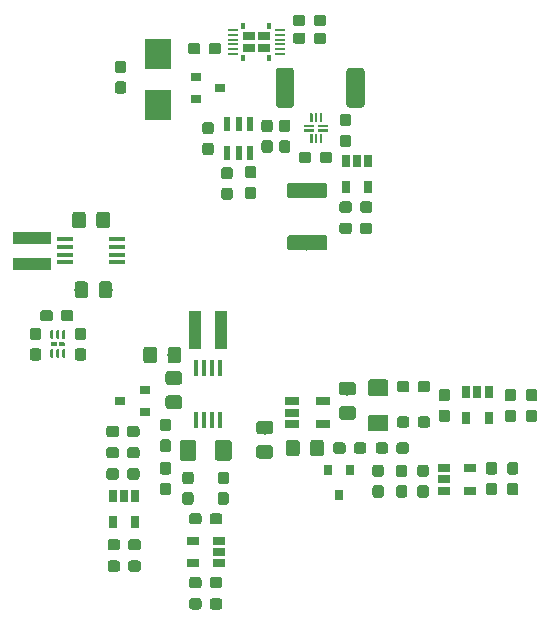
<source format=gbr>
G04 #@! TF.GenerationSoftware,KiCad,Pcbnew,(5.1.0)-1*
G04 #@! TF.CreationDate,2019-06-21T14:41:16-03:00*
G04 #@! TF.ProjectId,PCB_B,5043425f-422e-46b6-9963-61645f706362,rev?*
G04 #@! TF.SameCoordinates,Original*
G04 #@! TF.FileFunction,Paste,Top*
G04 #@! TF.FilePolarity,Positive*
%FSLAX46Y46*%
G04 Gerber Fmt 4.6, Leading zero omitted, Abs format (unit mm)*
G04 Created by KiCad (PCBNEW (5.1.0)-1) date 2019-06-21 14:41:16*
%MOMM*%
%LPD*%
G04 APERTURE LIST*
%ADD10C,0.100000*%
%ADD11C,0.200000*%
%ADD12C,0.950000*%
%ADD13R,0.600000X1.200000*%
%ADD14R,0.650000X1.060000*%
%ADD15R,0.400000X0.575000*%
%ADD16R,1.100000X0.775000*%
%ADD17R,0.200000X0.200000*%
%ADD18O,0.850000X0.200000*%
%ADD19R,1.060000X0.650000*%
%ADD20R,1.220000X0.650000*%
%ADD21C,0.250000*%
%ADD22C,0.400000*%
%ADD23C,1.525000*%
%ADD24C,1.425000*%
%ADD25R,0.900000X0.800000*%
%ADD26R,0.800000X0.900000*%
%ADD27R,1.000000X3.200000*%
%ADD28C,1.150000*%
%ADD29R,3.200000X1.000000*%
%ADD30R,0.450000X1.400000*%
%ADD31R,1.400000X0.450000*%
%ADD32C,1.300000*%
%ADD33R,2.300000X2.500000*%
G04 APERTURE END LIST*
D10*
G36*
X13804901Y5579759D02*
G01*
X13809755Y5579039D01*
X13814514Y5577847D01*
X13819134Y5576194D01*
X13823570Y5574096D01*
X13827779Y5571573D01*
X13831720Y5568651D01*
X13835355Y5565355D01*
X13838651Y5561720D01*
X13841573Y5557779D01*
X13844096Y5553570D01*
X13846194Y5549134D01*
X13847847Y5544514D01*
X13849039Y5539755D01*
X13849759Y5534901D01*
X13850000Y5530000D01*
X13850000Y4880000D01*
X13849759Y4875099D01*
X13849039Y4870245D01*
X13847847Y4865486D01*
X13846194Y4860866D01*
X13844096Y4856430D01*
X13841573Y4852221D01*
X13838651Y4848280D01*
X13835355Y4844645D01*
X13831720Y4841349D01*
X13827779Y4838427D01*
X13823570Y4835904D01*
X13819134Y4833806D01*
X13814514Y4832153D01*
X13809755Y4830961D01*
X13804901Y4830241D01*
X13800000Y4830000D01*
X13700000Y4830000D01*
X13695099Y4830241D01*
X13690245Y4830961D01*
X13685486Y4832153D01*
X13680866Y4833806D01*
X13676430Y4835904D01*
X13672221Y4838427D01*
X13668280Y4841349D01*
X13664645Y4844645D01*
X13661349Y4848280D01*
X13658427Y4852221D01*
X13655904Y4856430D01*
X13653806Y4860866D01*
X13652153Y4865486D01*
X13650961Y4870245D01*
X13650241Y4875099D01*
X13650000Y4880000D01*
X13650000Y5530000D01*
X13650241Y5534901D01*
X13650961Y5539755D01*
X13652153Y5544514D01*
X13653806Y5549134D01*
X13655904Y5553570D01*
X13658427Y5557779D01*
X13661349Y5561720D01*
X13664645Y5565355D01*
X13668280Y5568651D01*
X13672221Y5571573D01*
X13676430Y5574096D01*
X13680866Y5576194D01*
X13685486Y5577847D01*
X13690245Y5579039D01*
X13695099Y5579759D01*
X13700000Y5580000D01*
X13800000Y5580000D01*
X13804901Y5579759D01*
X13804901Y5579759D01*
G37*
D11*
X13750000Y5205000D03*
D10*
G36*
X13404901Y5579759D02*
G01*
X13409755Y5579039D01*
X13414514Y5577847D01*
X13419134Y5576194D01*
X13423570Y5574096D01*
X13427779Y5571573D01*
X13431720Y5568651D01*
X13435355Y5565355D01*
X13438651Y5561720D01*
X13441573Y5557779D01*
X13444096Y5553570D01*
X13446194Y5549134D01*
X13447847Y5544514D01*
X13449039Y5539755D01*
X13449759Y5534901D01*
X13450000Y5530000D01*
X13450000Y4880000D01*
X13449759Y4875099D01*
X13449039Y4870245D01*
X13447847Y4865486D01*
X13446194Y4860866D01*
X13444096Y4856430D01*
X13441573Y4852221D01*
X13438651Y4848280D01*
X13435355Y4844645D01*
X13431720Y4841349D01*
X13427779Y4838427D01*
X13423570Y4835904D01*
X13419134Y4833806D01*
X13414514Y4832153D01*
X13409755Y4830961D01*
X13404901Y4830241D01*
X13400000Y4830000D01*
X13300000Y4830000D01*
X13295099Y4830241D01*
X13290245Y4830961D01*
X13285486Y4832153D01*
X13280866Y4833806D01*
X13276430Y4835904D01*
X13272221Y4838427D01*
X13268280Y4841349D01*
X13264645Y4844645D01*
X13261349Y4848280D01*
X13258427Y4852221D01*
X13255904Y4856430D01*
X13253806Y4860866D01*
X13252153Y4865486D01*
X13250961Y4870245D01*
X13250241Y4875099D01*
X13250000Y4880000D01*
X13250000Y5530000D01*
X13250241Y5534901D01*
X13250961Y5539755D01*
X13252153Y5544514D01*
X13253806Y5549134D01*
X13255904Y5553570D01*
X13258427Y5557779D01*
X13261349Y5561720D01*
X13264645Y5565355D01*
X13268280Y5568651D01*
X13272221Y5571573D01*
X13276430Y5574096D01*
X13280866Y5576194D01*
X13285486Y5577847D01*
X13290245Y5579039D01*
X13295099Y5579759D01*
X13300000Y5580000D01*
X13400000Y5580000D01*
X13404901Y5579759D01*
X13404901Y5579759D01*
G37*
D11*
X13350000Y5205000D03*
D10*
G36*
X13004901Y5579759D02*
G01*
X13009755Y5579039D01*
X13014514Y5577847D01*
X13019134Y5576194D01*
X13023570Y5574096D01*
X13027779Y5571573D01*
X13031720Y5568651D01*
X13035355Y5565355D01*
X13038651Y5561720D01*
X13041573Y5557779D01*
X13044096Y5553570D01*
X13046194Y5549134D01*
X13047847Y5544514D01*
X13049039Y5539755D01*
X13049759Y5534901D01*
X13050000Y5530000D01*
X13050000Y4880000D01*
X13049759Y4875099D01*
X13049039Y4870245D01*
X13047847Y4865486D01*
X13046194Y4860866D01*
X13044096Y4856430D01*
X13041573Y4852221D01*
X13038651Y4848280D01*
X13035355Y4844645D01*
X13031720Y4841349D01*
X13027779Y4838427D01*
X13023570Y4835904D01*
X13019134Y4833806D01*
X13014514Y4832153D01*
X13009755Y4830961D01*
X13004901Y4830241D01*
X13000000Y4830000D01*
X12900000Y4830000D01*
X12895099Y4830241D01*
X12890245Y4830961D01*
X12885486Y4832153D01*
X12880866Y4833806D01*
X12876430Y4835904D01*
X12872221Y4838427D01*
X12868280Y4841349D01*
X12864645Y4844645D01*
X12861349Y4848280D01*
X12858427Y4852221D01*
X12855904Y4856430D01*
X12853806Y4860866D01*
X12852153Y4865486D01*
X12850961Y4870245D01*
X12850241Y4875099D01*
X12850000Y4880000D01*
X12850000Y5530000D01*
X12850241Y5534901D01*
X12850961Y5539755D01*
X12852153Y5544514D01*
X12853806Y5549134D01*
X12855904Y5553570D01*
X12858427Y5557779D01*
X12861349Y5561720D01*
X12864645Y5565355D01*
X12868280Y5568651D01*
X12872221Y5571573D01*
X12876430Y5574096D01*
X12880866Y5576194D01*
X12885486Y5577847D01*
X12890245Y5579039D01*
X12895099Y5579759D01*
X12900000Y5580000D01*
X13000000Y5580000D01*
X13004901Y5579759D01*
X13004901Y5579759D01*
G37*
D11*
X12950000Y5205000D03*
D10*
G36*
X13154901Y5979759D02*
G01*
X13159755Y5979039D01*
X13164514Y5977847D01*
X13169134Y5976194D01*
X13173570Y5974096D01*
X13177779Y5971573D01*
X13181720Y5968651D01*
X13185355Y5965355D01*
X13188651Y5961720D01*
X13191573Y5957779D01*
X13194096Y5953570D01*
X13196194Y5949134D01*
X13197847Y5944514D01*
X13199039Y5939755D01*
X13199759Y5934901D01*
X13200000Y5930000D01*
X13200000Y5830000D01*
X13199759Y5825099D01*
X13199039Y5820245D01*
X13197847Y5815486D01*
X13196194Y5810866D01*
X13194096Y5806430D01*
X13191573Y5802221D01*
X13188651Y5798280D01*
X13185355Y5794645D01*
X13181720Y5791349D01*
X13177779Y5788427D01*
X13173570Y5785904D01*
X13169134Y5783806D01*
X13164514Y5782153D01*
X13159755Y5780961D01*
X13154901Y5780241D01*
X13150000Y5780000D01*
X12400000Y5780000D01*
X12395099Y5780241D01*
X12390245Y5780961D01*
X12385486Y5782153D01*
X12380866Y5783806D01*
X12376430Y5785904D01*
X12372221Y5788427D01*
X12368280Y5791349D01*
X12364645Y5794645D01*
X12361349Y5798280D01*
X12358427Y5802221D01*
X12355904Y5806430D01*
X12353806Y5810866D01*
X12352153Y5815486D01*
X12350961Y5820245D01*
X12350241Y5825099D01*
X12350000Y5830000D01*
X12350000Y5930000D01*
X12350241Y5934901D01*
X12350961Y5939755D01*
X12352153Y5944514D01*
X12353806Y5949134D01*
X12355904Y5953570D01*
X12358427Y5957779D01*
X12361349Y5961720D01*
X12364645Y5965355D01*
X12368280Y5968651D01*
X12372221Y5971573D01*
X12376430Y5974096D01*
X12380866Y5976194D01*
X12385486Y5977847D01*
X12390245Y5979039D01*
X12395099Y5979759D01*
X12400000Y5980000D01*
X13150000Y5980000D01*
X13154901Y5979759D01*
X13154901Y5979759D01*
G37*
D11*
X12775000Y5880000D03*
D10*
G36*
X13154901Y6379759D02*
G01*
X13159755Y6379039D01*
X13164514Y6377847D01*
X13169134Y6376194D01*
X13173570Y6374096D01*
X13177779Y6371573D01*
X13181720Y6368651D01*
X13185355Y6365355D01*
X13188651Y6361720D01*
X13191573Y6357779D01*
X13194096Y6353570D01*
X13196194Y6349134D01*
X13197847Y6344514D01*
X13199039Y6339755D01*
X13199759Y6334901D01*
X13200000Y6330000D01*
X13200000Y6230000D01*
X13199759Y6225099D01*
X13199039Y6220245D01*
X13197847Y6215486D01*
X13196194Y6210866D01*
X13194096Y6206430D01*
X13191573Y6202221D01*
X13188651Y6198280D01*
X13185355Y6194645D01*
X13181720Y6191349D01*
X13177779Y6188427D01*
X13173570Y6185904D01*
X13169134Y6183806D01*
X13164514Y6182153D01*
X13159755Y6180961D01*
X13154901Y6180241D01*
X13150000Y6180000D01*
X12400000Y6180000D01*
X12395099Y6180241D01*
X12390245Y6180961D01*
X12385486Y6182153D01*
X12380866Y6183806D01*
X12376430Y6185904D01*
X12372221Y6188427D01*
X12368280Y6191349D01*
X12364645Y6194645D01*
X12361349Y6198280D01*
X12358427Y6202221D01*
X12355904Y6206430D01*
X12353806Y6210866D01*
X12352153Y6215486D01*
X12350961Y6220245D01*
X12350241Y6225099D01*
X12350000Y6230000D01*
X12350000Y6330000D01*
X12350241Y6334901D01*
X12350961Y6339755D01*
X12352153Y6344514D01*
X12353806Y6349134D01*
X12355904Y6353570D01*
X12358427Y6357779D01*
X12361349Y6361720D01*
X12364645Y6365355D01*
X12368280Y6368651D01*
X12372221Y6371573D01*
X12376430Y6374096D01*
X12380866Y6376194D01*
X12385486Y6377847D01*
X12390245Y6379039D01*
X12395099Y6379759D01*
X12400000Y6380000D01*
X13150000Y6380000D01*
X13154901Y6379759D01*
X13154901Y6379759D01*
G37*
D11*
X12775000Y6280000D03*
D10*
G36*
X13004901Y7329759D02*
G01*
X13009755Y7329039D01*
X13014514Y7327847D01*
X13019134Y7326194D01*
X13023570Y7324096D01*
X13027779Y7321573D01*
X13031720Y7318651D01*
X13035355Y7315355D01*
X13038651Y7311720D01*
X13041573Y7307779D01*
X13044096Y7303570D01*
X13046194Y7299134D01*
X13047847Y7294514D01*
X13049039Y7289755D01*
X13049759Y7284901D01*
X13050000Y7280000D01*
X13050000Y6630000D01*
X13049759Y6625099D01*
X13049039Y6620245D01*
X13047847Y6615486D01*
X13046194Y6610866D01*
X13044096Y6606430D01*
X13041573Y6602221D01*
X13038651Y6598280D01*
X13035355Y6594645D01*
X13031720Y6591349D01*
X13027779Y6588427D01*
X13023570Y6585904D01*
X13019134Y6583806D01*
X13014514Y6582153D01*
X13009755Y6580961D01*
X13004901Y6580241D01*
X13000000Y6580000D01*
X12900000Y6580000D01*
X12895099Y6580241D01*
X12890245Y6580961D01*
X12885486Y6582153D01*
X12880866Y6583806D01*
X12876430Y6585904D01*
X12872221Y6588427D01*
X12868280Y6591349D01*
X12864645Y6594645D01*
X12861349Y6598280D01*
X12858427Y6602221D01*
X12855904Y6606430D01*
X12853806Y6610866D01*
X12852153Y6615486D01*
X12850961Y6620245D01*
X12850241Y6625099D01*
X12850000Y6630000D01*
X12850000Y7280000D01*
X12850241Y7284901D01*
X12850961Y7289755D01*
X12852153Y7294514D01*
X12853806Y7299134D01*
X12855904Y7303570D01*
X12858427Y7307779D01*
X12861349Y7311720D01*
X12864645Y7315355D01*
X12868280Y7318651D01*
X12872221Y7321573D01*
X12876430Y7324096D01*
X12880866Y7326194D01*
X12885486Y7327847D01*
X12890245Y7329039D01*
X12895099Y7329759D01*
X12900000Y7330000D01*
X13000000Y7330000D01*
X13004901Y7329759D01*
X13004901Y7329759D01*
G37*
D11*
X12950000Y6955000D03*
D10*
G36*
X13404901Y7329759D02*
G01*
X13409755Y7329039D01*
X13414514Y7327847D01*
X13419134Y7326194D01*
X13423570Y7324096D01*
X13427779Y7321573D01*
X13431720Y7318651D01*
X13435355Y7315355D01*
X13438651Y7311720D01*
X13441573Y7307779D01*
X13444096Y7303570D01*
X13446194Y7299134D01*
X13447847Y7294514D01*
X13449039Y7289755D01*
X13449759Y7284901D01*
X13450000Y7280000D01*
X13450000Y6630000D01*
X13449759Y6625099D01*
X13449039Y6620245D01*
X13447847Y6615486D01*
X13446194Y6610866D01*
X13444096Y6606430D01*
X13441573Y6602221D01*
X13438651Y6598280D01*
X13435355Y6594645D01*
X13431720Y6591349D01*
X13427779Y6588427D01*
X13423570Y6585904D01*
X13419134Y6583806D01*
X13414514Y6582153D01*
X13409755Y6580961D01*
X13404901Y6580241D01*
X13400000Y6580000D01*
X13300000Y6580000D01*
X13295099Y6580241D01*
X13290245Y6580961D01*
X13285486Y6582153D01*
X13280866Y6583806D01*
X13276430Y6585904D01*
X13272221Y6588427D01*
X13268280Y6591349D01*
X13264645Y6594645D01*
X13261349Y6598280D01*
X13258427Y6602221D01*
X13255904Y6606430D01*
X13253806Y6610866D01*
X13252153Y6615486D01*
X13250961Y6620245D01*
X13250241Y6625099D01*
X13250000Y6630000D01*
X13250000Y7280000D01*
X13250241Y7284901D01*
X13250961Y7289755D01*
X13252153Y7294514D01*
X13253806Y7299134D01*
X13255904Y7303570D01*
X13258427Y7307779D01*
X13261349Y7311720D01*
X13264645Y7315355D01*
X13268280Y7318651D01*
X13272221Y7321573D01*
X13276430Y7324096D01*
X13280866Y7326194D01*
X13285486Y7327847D01*
X13290245Y7329039D01*
X13295099Y7329759D01*
X13300000Y7330000D01*
X13400000Y7330000D01*
X13404901Y7329759D01*
X13404901Y7329759D01*
G37*
D11*
X13350000Y6955000D03*
D10*
G36*
X13804901Y7329759D02*
G01*
X13809755Y7329039D01*
X13814514Y7327847D01*
X13819134Y7326194D01*
X13823570Y7324096D01*
X13827779Y7321573D01*
X13831720Y7318651D01*
X13835355Y7315355D01*
X13838651Y7311720D01*
X13841573Y7307779D01*
X13844096Y7303570D01*
X13846194Y7299134D01*
X13847847Y7294514D01*
X13849039Y7289755D01*
X13849759Y7284901D01*
X13850000Y7280000D01*
X13850000Y6630000D01*
X13849759Y6625099D01*
X13849039Y6620245D01*
X13847847Y6615486D01*
X13846194Y6610866D01*
X13844096Y6606430D01*
X13841573Y6602221D01*
X13838651Y6598280D01*
X13835355Y6594645D01*
X13831720Y6591349D01*
X13827779Y6588427D01*
X13823570Y6585904D01*
X13819134Y6583806D01*
X13814514Y6582153D01*
X13809755Y6580961D01*
X13804901Y6580241D01*
X13800000Y6580000D01*
X13700000Y6580000D01*
X13695099Y6580241D01*
X13690245Y6580961D01*
X13685486Y6582153D01*
X13680866Y6583806D01*
X13676430Y6585904D01*
X13672221Y6588427D01*
X13668280Y6591349D01*
X13664645Y6594645D01*
X13661349Y6598280D01*
X13658427Y6602221D01*
X13655904Y6606430D01*
X13653806Y6610866D01*
X13652153Y6615486D01*
X13650961Y6620245D01*
X13650241Y6625099D01*
X13650000Y6630000D01*
X13650000Y7280000D01*
X13650241Y7284901D01*
X13650961Y7289755D01*
X13652153Y7294514D01*
X13653806Y7299134D01*
X13655904Y7303570D01*
X13658427Y7307779D01*
X13661349Y7311720D01*
X13664645Y7315355D01*
X13668280Y7318651D01*
X13672221Y7321573D01*
X13676430Y7324096D01*
X13680866Y7326194D01*
X13685486Y7327847D01*
X13690245Y7329039D01*
X13695099Y7329759D01*
X13700000Y7330000D01*
X13800000Y7330000D01*
X13804901Y7329759D01*
X13804901Y7329759D01*
G37*
D11*
X13750000Y6955000D03*
D10*
G36*
X14304901Y6379759D02*
G01*
X14309755Y6379039D01*
X14314514Y6377847D01*
X14319134Y6376194D01*
X14323570Y6374096D01*
X14327779Y6371573D01*
X14331720Y6368651D01*
X14335355Y6365355D01*
X14338651Y6361720D01*
X14341573Y6357779D01*
X14344096Y6353570D01*
X14346194Y6349134D01*
X14347847Y6344514D01*
X14349039Y6339755D01*
X14349759Y6334901D01*
X14350000Y6330000D01*
X14350000Y6230000D01*
X14349759Y6225099D01*
X14349039Y6220245D01*
X14347847Y6215486D01*
X14346194Y6210866D01*
X14344096Y6206430D01*
X14341573Y6202221D01*
X14338651Y6198280D01*
X14335355Y6194645D01*
X14331720Y6191349D01*
X14327779Y6188427D01*
X14323570Y6185904D01*
X14319134Y6183806D01*
X14314514Y6182153D01*
X14309755Y6180961D01*
X14304901Y6180241D01*
X14300000Y6180000D01*
X13550000Y6180000D01*
X13545099Y6180241D01*
X13540245Y6180961D01*
X13535486Y6182153D01*
X13530866Y6183806D01*
X13526430Y6185904D01*
X13522221Y6188427D01*
X13518280Y6191349D01*
X13514645Y6194645D01*
X13511349Y6198280D01*
X13508427Y6202221D01*
X13505904Y6206430D01*
X13503806Y6210866D01*
X13502153Y6215486D01*
X13500961Y6220245D01*
X13500241Y6225099D01*
X13500000Y6230000D01*
X13500000Y6330000D01*
X13500241Y6334901D01*
X13500961Y6339755D01*
X13502153Y6344514D01*
X13503806Y6349134D01*
X13505904Y6353570D01*
X13508427Y6357779D01*
X13511349Y6361720D01*
X13514645Y6365355D01*
X13518280Y6368651D01*
X13522221Y6371573D01*
X13526430Y6374096D01*
X13530866Y6376194D01*
X13535486Y6377847D01*
X13540245Y6379039D01*
X13545099Y6379759D01*
X13550000Y6380000D01*
X14300000Y6380000D01*
X14304901Y6379759D01*
X14304901Y6379759D01*
G37*
D11*
X13925000Y6280000D03*
D10*
G36*
X14304901Y5979759D02*
G01*
X14309755Y5979039D01*
X14314514Y5977847D01*
X14319134Y5976194D01*
X14323570Y5974096D01*
X14327779Y5971573D01*
X14331720Y5968651D01*
X14335355Y5965355D01*
X14338651Y5961720D01*
X14341573Y5957779D01*
X14344096Y5953570D01*
X14346194Y5949134D01*
X14347847Y5944514D01*
X14349039Y5939755D01*
X14349759Y5934901D01*
X14350000Y5930000D01*
X14350000Y5830000D01*
X14349759Y5825099D01*
X14349039Y5820245D01*
X14347847Y5815486D01*
X14346194Y5810866D01*
X14344096Y5806430D01*
X14341573Y5802221D01*
X14338651Y5798280D01*
X14335355Y5794645D01*
X14331720Y5791349D01*
X14327779Y5788427D01*
X14323570Y5785904D01*
X14319134Y5783806D01*
X14314514Y5782153D01*
X14309755Y5780961D01*
X14304901Y5780241D01*
X14300000Y5780000D01*
X13550000Y5780000D01*
X13545099Y5780241D01*
X13540245Y5780961D01*
X13535486Y5782153D01*
X13530866Y5783806D01*
X13526430Y5785904D01*
X13522221Y5788427D01*
X13518280Y5791349D01*
X13514645Y5794645D01*
X13511349Y5798280D01*
X13508427Y5802221D01*
X13505904Y5806430D01*
X13503806Y5810866D01*
X13502153Y5815486D01*
X13500961Y5820245D01*
X13500241Y5825099D01*
X13500000Y5830000D01*
X13500000Y5930000D01*
X13500241Y5934901D01*
X13500961Y5939755D01*
X13502153Y5944514D01*
X13503806Y5949134D01*
X13505904Y5953570D01*
X13508427Y5957779D01*
X13511349Y5961720D01*
X13514645Y5965355D01*
X13518280Y5968651D01*
X13522221Y5971573D01*
X13526430Y5974096D01*
X13530866Y5976194D01*
X13535486Y5977847D01*
X13540245Y5979039D01*
X13545099Y5979759D01*
X13550000Y5980000D01*
X14300000Y5980000D01*
X14304901Y5979759D01*
X14304901Y5979759D01*
G37*
D11*
X13925000Y5880000D03*
D10*
G36*
X9460779Y6798856D02*
G01*
X9483834Y6795437D01*
X9506443Y6789773D01*
X9528387Y6781921D01*
X9549457Y6771956D01*
X9569448Y6759974D01*
X9588168Y6746090D01*
X9605438Y6730438D01*
X9621090Y6713168D01*
X9634974Y6694448D01*
X9646956Y6674457D01*
X9656921Y6653387D01*
X9664773Y6631443D01*
X9670437Y6608834D01*
X9673856Y6585779D01*
X9675000Y6562500D01*
X9675000Y5987500D01*
X9673856Y5964221D01*
X9670437Y5941166D01*
X9664773Y5918557D01*
X9656921Y5896613D01*
X9646956Y5875543D01*
X9634974Y5855552D01*
X9621090Y5836832D01*
X9605438Y5819562D01*
X9588168Y5803910D01*
X9569448Y5790026D01*
X9549457Y5778044D01*
X9528387Y5768079D01*
X9506443Y5760227D01*
X9483834Y5754563D01*
X9460779Y5751144D01*
X9437500Y5750000D01*
X8962500Y5750000D01*
X8939221Y5751144D01*
X8916166Y5754563D01*
X8893557Y5760227D01*
X8871613Y5768079D01*
X8850543Y5778044D01*
X8830552Y5790026D01*
X8811832Y5803910D01*
X8794562Y5819562D01*
X8778910Y5836832D01*
X8765026Y5855552D01*
X8753044Y5875543D01*
X8743079Y5896613D01*
X8735227Y5918557D01*
X8729563Y5941166D01*
X8726144Y5964221D01*
X8725000Y5987500D01*
X8725000Y6562500D01*
X8726144Y6585779D01*
X8729563Y6608834D01*
X8735227Y6631443D01*
X8743079Y6653387D01*
X8753044Y6674457D01*
X8765026Y6694448D01*
X8778910Y6713168D01*
X8794562Y6730438D01*
X8811832Y6746090D01*
X8830552Y6759974D01*
X8850543Y6771956D01*
X8871613Y6781921D01*
X8893557Y6789773D01*
X8916166Y6795437D01*
X8939221Y6798856D01*
X8962500Y6800000D01*
X9437500Y6800000D01*
X9460779Y6798856D01*
X9460779Y6798856D01*
G37*
D12*
X9200000Y6275000D03*
D10*
G36*
X9460779Y5048856D02*
G01*
X9483834Y5045437D01*
X9506443Y5039773D01*
X9528387Y5031921D01*
X9549457Y5021956D01*
X9569448Y5009974D01*
X9588168Y4996090D01*
X9605438Y4980438D01*
X9621090Y4963168D01*
X9634974Y4944448D01*
X9646956Y4924457D01*
X9656921Y4903387D01*
X9664773Y4881443D01*
X9670437Y4858834D01*
X9673856Y4835779D01*
X9675000Y4812500D01*
X9675000Y4237500D01*
X9673856Y4214221D01*
X9670437Y4191166D01*
X9664773Y4168557D01*
X9656921Y4146613D01*
X9646956Y4125543D01*
X9634974Y4105552D01*
X9621090Y4086832D01*
X9605438Y4069562D01*
X9588168Y4053910D01*
X9569448Y4040026D01*
X9549457Y4028044D01*
X9528387Y4018079D01*
X9506443Y4010227D01*
X9483834Y4004563D01*
X9460779Y4001144D01*
X9437500Y4000000D01*
X8962500Y4000000D01*
X8939221Y4001144D01*
X8916166Y4004563D01*
X8893557Y4010227D01*
X8871613Y4018079D01*
X8850543Y4028044D01*
X8830552Y4040026D01*
X8811832Y4053910D01*
X8794562Y4069562D01*
X8778910Y4086832D01*
X8765026Y4105552D01*
X8753044Y4125543D01*
X8743079Y4146613D01*
X8735227Y4168557D01*
X8729563Y4191166D01*
X8726144Y4214221D01*
X8725000Y4237500D01*
X8725000Y4812500D01*
X8726144Y4835779D01*
X8729563Y4858834D01*
X8735227Y4881443D01*
X8743079Y4903387D01*
X8753044Y4924457D01*
X8765026Y4944448D01*
X8778910Y4963168D01*
X8794562Y4980438D01*
X8811832Y4996090D01*
X8830552Y5009974D01*
X8850543Y5021956D01*
X8871613Y5031921D01*
X8893557Y5039773D01*
X8916166Y5045437D01*
X8939221Y5048856D01*
X8962500Y5050000D01*
X9437500Y5050000D01*
X9460779Y5048856D01*
X9460779Y5048856D01*
G37*
D12*
X9200000Y4525000D03*
D13*
X7750000Y3950000D03*
X6800000Y3950000D03*
X5850000Y3950000D03*
X5850000Y6450000D03*
X6800000Y6450000D03*
X7750000Y6450000D03*
D14*
X17750000Y1100000D03*
X15850000Y1100000D03*
X15850000Y3300000D03*
X16800000Y3300000D03*
X17750000Y3300000D03*
D15*
X7200000Y12000000D03*
X7200000Y14730000D03*
X9400000Y14730000D03*
X9400000Y12000000D03*
D16*
X8950000Y12877500D03*
X7650000Y12877500D03*
X7650000Y13852500D03*
X8950000Y13852500D03*
D17*
X10600000Y12365000D03*
X10600000Y12765000D03*
X10600000Y13165000D03*
X10600000Y13565000D03*
X10600000Y13965000D03*
X10600000Y14365000D03*
X6000000Y14365000D03*
X6000000Y13965000D03*
X6000000Y12365000D03*
X6000000Y12765000D03*
X6000000Y13165000D03*
D18*
X10275000Y12365000D03*
X10275000Y12765000D03*
X10275000Y13165000D03*
X10275000Y13565000D03*
X10275000Y13965000D03*
X10275000Y14365000D03*
X6325000Y12365000D03*
X6325000Y12765000D03*
X6325000Y13165000D03*
X6325000Y14365000D03*
X6325000Y13965000D03*
X6325000Y13565000D03*
D17*
X6000000Y13565000D03*
D14*
X-1950000Y-27300000D03*
X-3850000Y-27300000D03*
X-3850000Y-25100000D03*
X-2900000Y-25100000D03*
X-1950000Y-25100000D03*
D19*
X2900000Y-30750000D03*
X2900000Y-28850000D03*
X5100000Y-28850000D03*
X5100000Y-29800000D03*
X5100000Y-30750000D03*
X26400000Y-22700000D03*
X26400000Y-24600000D03*
X24200000Y-24600000D03*
X24200000Y-23650000D03*
X24200000Y-22700000D03*
D14*
X27950000Y-18500000D03*
X26050000Y-18500000D03*
X26050000Y-16300000D03*
X27000000Y-16300000D03*
X27950000Y-16300000D03*
D20*
X13910000Y-17050000D03*
X13910000Y-18950000D03*
X11290000Y-18950000D03*
X11290000Y-18000000D03*
X11290000Y-17050000D03*
D10*
G36*
X-7946374Y-12650301D02*
G01*
X-7940307Y-12651201D01*
X-7934357Y-12652691D01*
X-7928582Y-12654758D01*
X-7923038Y-12657380D01*
X-7917777Y-12660533D01*
X-7912850Y-12664187D01*
X-7908306Y-12668306D01*
X-7904187Y-12672850D01*
X-7900533Y-12677777D01*
X-7897380Y-12683038D01*
X-7894758Y-12688582D01*
X-7892691Y-12694357D01*
X-7891201Y-12700307D01*
X-7890301Y-12706374D01*
X-7890000Y-12712500D01*
X-7890000Y-13287500D01*
X-7890301Y-13293626D01*
X-7891201Y-13299693D01*
X-7892691Y-13305643D01*
X-7894758Y-13311418D01*
X-7897380Y-13316962D01*
X-7900533Y-13322223D01*
X-7904187Y-13327150D01*
X-7908306Y-13331694D01*
X-7912850Y-13335813D01*
X-7917777Y-13339467D01*
X-7923038Y-13342620D01*
X-7928582Y-13345242D01*
X-7934357Y-13347309D01*
X-7940307Y-13348799D01*
X-7946374Y-13349699D01*
X-7952500Y-13350000D01*
X-8077500Y-13350000D01*
X-8083626Y-13349699D01*
X-8089693Y-13348799D01*
X-8095643Y-13347309D01*
X-8101418Y-13345242D01*
X-8106962Y-13342620D01*
X-8112223Y-13339467D01*
X-8117150Y-13335813D01*
X-8121694Y-13331694D01*
X-8125813Y-13327150D01*
X-8129467Y-13322223D01*
X-8132620Y-13316962D01*
X-8135242Y-13311418D01*
X-8137309Y-13305643D01*
X-8138799Y-13299693D01*
X-8139699Y-13293626D01*
X-8140000Y-13287500D01*
X-8140000Y-12712500D01*
X-8139699Y-12706374D01*
X-8138799Y-12700307D01*
X-8137309Y-12694357D01*
X-8135242Y-12688582D01*
X-8132620Y-12683038D01*
X-8129467Y-12677777D01*
X-8125813Y-12672850D01*
X-8121694Y-12668306D01*
X-8117150Y-12664187D01*
X-8112223Y-12660533D01*
X-8106962Y-12657380D01*
X-8101418Y-12654758D01*
X-8095643Y-12652691D01*
X-8089693Y-12651201D01*
X-8083626Y-12650301D01*
X-8077500Y-12650000D01*
X-7952500Y-12650000D01*
X-7946374Y-12650301D01*
X-7946374Y-12650301D01*
G37*
D21*
X-8015000Y-13000000D03*
D10*
G36*
X-8446374Y-12650301D02*
G01*
X-8440307Y-12651201D01*
X-8434357Y-12652691D01*
X-8428582Y-12654758D01*
X-8423038Y-12657380D01*
X-8417777Y-12660533D01*
X-8412850Y-12664187D01*
X-8408306Y-12668306D01*
X-8404187Y-12672850D01*
X-8400533Y-12677777D01*
X-8397380Y-12683038D01*
X-8394758Y-12688582D01*
X-8392691Y-12694357D01*
X-8391201Y-12700307D01*
X-8390301Y-12706374D01*
X-8390000Y-12712500D01*
X-8390000Y-13287500D01*
X-8390301Y-13293626D01*
X-8391201Y-13299693D01*
X-8392691Y-13305643D01*
X-8394758Y-13311418D01*
X-8397380Y-13316962D01*
X-8400533Y-13322223D01*
X-8404187Y-13327150D01*
X-8408306Y-13331694D01*
X-8412850Y-13335813D01*
X-8417777Y-13339467D01*
X-8423038Y-13342620D01*
X-8428582Y-13345242D01*
X-8434357Y-13347309D01*
X-8440307Y-13348799D01*
X-8446374Y-13349699D01*
X-8452500Y-13350000D01*
X-8577500Y-13350000D01*
X-8583626Y-13349699D01*
X-8589693Y-13348799D01*
X-8595643Y-13347309D01*
X-8601418Y-13345242D01*
X-8606962Y-13342620D01*
X-8612223Y-13339467D01*
X-8617150Y-13335813D01*
X-8621694Y-13331694D01*
X-8625813Y-13327150D01*
X-8629467Y-13322223D01*
X-8632620Y-13316962D01*
X-8635242Y-13311418D01*
X-8637309Y-13305643D01*
X-8638799Y-13299693D01*
X-8639699Y-13293626D01*
X-8640000Y-13287500D01*
X-8640000Y-12712500D01*
X-8639699Y-12706374D01*
X-8638799Y-12700307D01*
X-8637309Y-12694357D01*
X-8635242Y-12688582D01*
X-8632620Y-12683038D01*
X-8629467Y-12677777D01*
X-8625813Y-12672850D01*
X-8621694Y-12668306D01*
X-8617150Y-12664187D01*
X-8612223Y-12660533D01*
X-8606962Y-12657380D01*
X-8601418Y-12654758D01*
X-8595643Y-12652691D01*
X-8589693Y-12651201D01*
X-8583626Y-12650301D01*
X-8577500Y-12650000D01*
X-8452500Y-12650000D01*
X-8446374Y-12650301D01*
X-8446374Y-12650301D01*
G37*
D21*
X-8515000Y-13000000D03*
D10*
G36*
X-8946374Y-12650301D02*
G01*
X-8940307Y-12651201D01*
X-8934357Y-12652691D01*
X-8928582Y-12654758D01*
X-8923038Y-12657380D01*
X-8917777Y-12660533D01*
X-8912850Y-12664187D01*
X-8908306Y-12668306D01*
X-8904187Y-12672850D01*
X-8900533Y-12677777D01*
X-8897380Y-12683038D01*
X-8894758Y-12688582D01*
X-8892691Y-12694357D01*
X-8891201Y-12700307D01*
X-8890301Y-12706374D01*
X-8890000Y-12712500D01*
X-8890000Y-13287500D01*
X-8890301Y-13293626D01*
X-8891201Y-13299693D01*
X-8892691Y-13305643D01*
X-8894758Y-13311418D01*
X-8897380Y-13316962D01*
X-8900533Y-13322223D01*
X-8904187Y-13327150D01*
X-8908306Y-13331694D01*
X-8912850Y-13335813D01*
X-8917777Y-13339467D01*
X-8923038Y-13342620D01*
X-8928582Y-13345242D01*
X-8934357Y-13347309D01*
X-8940307Y-13348799D01*
X-8946374Y-13349699D01*
X-8952500Y-13350000D01*
X-9077500Y-13350000D01*
X-9083626Y-13349699D01*
X-9089693Y-13348799D01*
X-9095643Y-13347309D01*
X-9101418Y-13345242D01*
X-9106962Y-13342620D01*
X-9112223Y-13339467D01*
X-9117150Y-13335813D01*
X-9121694Y-13331694D01*
X-9125813Y-13327150D01*
X-9129467Y-13322223D01*
X-9132620Y-13316962D01*
X-9135242Y-13311418D01*
X-9137309Y-13305643D01*
X-9138799Y-13299693D01*
X-9139699Y-13293626D01*
X-9140000Y-13287500D01*
X-9140000Y-12712500D01*
X-9139699Y-12706374D01*
X-9138799Y-12700307D01*
X-9137309Y-12694357D01*
X-9135242Y-12688582D01*
X-9132620Y-12683038D01*
X-9129467Y-12677777D01*
X-9125813Y-12672850D01*
X-9121694Y-12668306D01*
X-9117150Y-12664187D01*
X-9112223Y-12660533D01*
X-9106962Y-12657380D01*
X-9101418Y-12654758D01*
X-9095643Y-12652691D01*
X-9089693Y-12651201D01*
X-9083626Y-12650301D01*
X-9077500Y-12650000D01*
X-8952500Y-12650000D01*
X-8946374Y-12650301D01*
X-8946374Y-12650301D01*
G37*
D21*
X-9015000Y-13000000D03*
D10*
G36*
X-8946374Y-11050301D02*
G01*
X-8940307Y-11051201D01*
X-8934357Y-11052691D01*
X-8928582Y-11054758D01*
X-8923038Y-11057380D01*
X-8917777Y-11060533D01*
X-8912850Y-11064187D01*
X-8908306Y-11068306D01*
X-8904187Y-11072850D01*
X-8900533Y-11077777D01*
X-8897380Y-11083038D01*
X-8894758Y-11088582D01*
X-8892691Y-11094357D01*
X-8891201Y-11100307D01*
X-8890301Y-11106374D01*
X-8890000Y-11112500D01*
X-8890000Y-11687500D01*
X-8890301Y-11693626D01*
X-8891201Y-11699693D01*
X-8892691Y-11705643D01*
X-8894758Y-11711418D01*
X-8897380Y-11716962D01*
X-8900533Y-11722223D01*
X-8904187Y-11727150D01*
X-8908306Y-11731694D01*
X-8912850Y-11735813D01*
X-8917777Y-11739467D01*
X-8923038Y-11742620D01*
X-8928582Y-11745242D01*
X-8934357Y-11747309D01*
X-8940307Y-11748799D01*
X-8946374Y-11749699D01*
X-8952500Y-11750000D01*
X-9077500Y-11750000D01*
X-9083626Y-11749699D01*
X-9089693Y-11748799D01*
X-9095643Y-11747309D01*
X-9101418Y-11745242D01*
X-9106962Y-11742620D01*
X-9112223Y-11739467D01*
X-9117150Y-11735813D01*
X-9121694Y-11731694D01*
X-9125813Y-11727150D01*
X-9129467Y-11722223D01*
X-9132620Y-11716962D01*
X-9135242Y-11711418D01*
X-9137309Y-11705643D01*
X-9138799Y-11699693D01*
X-9139699Y-11693626D01*
X-9140000Y-11687500D01*
X-9140000Y-11112500D01*
X-9139699Y-11106374D01*
X-9138799Y-11100307D01*
X-9137309Y-11094357D01*
X-9135242Y-11088582D01*
X-9132620Y-11083038D01*
X-9129467Y-11077777D01*
X-9125813Y-11072850D01*
X-9121694Y-11068306D01*
X-9117150Y-11064187D01*
X-9112223Y-11060533D01*
X-9106962Y-11057380D01*
X-9101418Y-11054758D01*
X-9095643Y-11052691D01*
X-9089693Y-11051201D01*
X-9083626Y-11050301D01*
X-9077500Y-11050000D01*
X-8952500Y-11050000D01*
X-8946374Y-11050301D01*
X-8946374Y-11050301D01*
G37*
D21*
X-9015000Y-11400000D03*
D10*
G36*
X-8446374Y-11050301D02*
G01*
X-8440307Y-11051201D01*
X-8434357Y-11052691D01*
X-8428582Y-11054758D01*
X-8423038Y-11057380D01*
X-8417777Y-11060533D01*
X-8412850Y-11064187D01*
X-8408306Y-11068306D01*
X-8404187Y-11072850D01*
X-8400533Y-11077777D01*
X-8397380Y-11083038D01*
X-8394758Y-11088582D01*
X-8392691Y-11094357D01*
X-8391201Y-11100307D01*
X-8390301Y-11106374D01*
X-8390000Y-11112500D01*
X-8390000Y-11687500D01*
X-8390301Y-11693626D01*
X-8391201Y-11699693D01*
X-8392691Y-11705643D01*
X-8394758Y-11711418D01*
X-8397380Y-11716962D01*
X-8400533Y-11722223D01*
X-8404187Y-11727150D01*
X-8408306Y-11731694D01*
X-8412850Y-11735813D01*
X-8417777Y-11739467D01*
X-8423038Y-11742620D01*
X-8428582Y-11745242D01*
X-8434357Y-11747309D01*
X-8440307Y-11748799D01*
X-8446374Y-11749699D01*
X-8452500Y-11750000D01*
X-8577500Y-11750000D01*
X-8583626Y-11749699D01*
X-8589693Y-11748799D01*
X-8595643Y-11747309D01*
X-8601418Y-11745242D01*
X-8606962Y-11742620D01*
X-8612223Y-11739467D01*
X-8617150Y-11735813D01*
X-8621694Y-11731694D01*
X-8625813Y-11727150D01*
X-8629467Y-11722223D01*
X-8632620Y-11716962D01*
X-8635242Y-11711418D01*
X-8637309Y-11705643D01*
X-8638799Y-11699693D01*
X-8639699Y-11693626D01*
X-8640000Y-11687500D01*
X-8640000Y-11112500D01*
X-8639699Y-11106374D01*
X-8638799Y-11100307D01*
X-8637309Y-11094357D01*
X-8635242Y-11088582D01*
X-8632620Y-11083038D01*
X-8629467Y-11077777D01*
X-8625813Y-11072850D01*
X-8621694Y-11068306D01*
X-8617150Y-11064187D01*
X-8612223Y-11060533D01*
X-8606962Y-11057380D01*
X-8601418Y-11054758D01*
X-8595643Y-11052691D01*
X-8589693Y-11051201D01*
X-8583626Y-11050301D01*
X-8577500Y-11050000D01*
X-8452500Y-11050000D01*
X-8446374Y-11050301D01*
X-8446374Y-11050301D01*
G37*
D21*
X-8515000Y-11400000D03*
D10*
G36*
X-7946374Y-11050301D02*
G01*
X-7940307Y-11051201D01*
X-7934357Y-11052691D01*
X-7928582Y-11054758D01*
X-7923038Y-11057380D01*
X-7917777Y-11060533D01*
X-7912850Y-11064187D01*
X-7908306Y-11068306D01*
X-7904187Y-11072850D01*
X-7900533Y-11077777D01*
X-7897380Y-11083038D01*
X-7894758Y-11088582D01*
X-7892691Y-11094357D01*
X-7891201Y-11100307D01*
X-7890301Y-11106374D01*
X-7890000Y-11112500D01*
X-7890000Y-11687500D01*
X-7890301Y-11693626D01*
X-7891201Y-11699693D01*
X-7892691Y-11705643D01*
X-7894758Y-11711418D01*
X-7897380Y-11716962D01*
X-7900533Y-11722223D01*
X-7904187Y-11727150D01*
X-7908306Y-11731694D01*
X-7912850Y-11735813D01*
X-7917777Y-11739467D01*
X-7923038Y-11742620D01*
X-7928582Y-11745242D01*
X-7934357Y-11747309D01*
X-7940307Y-11748799D01*
X-7946374Y-11749699D01*
X-7952500Y-11750000D01*
X-8077500Y-11750000D01*
X-8083626Y-11749699D01*
X-8089693Y-11748799D01*
X-8095643Y-11747309D01*
X-8101418Y-11745242D01*
X-8106962Y-11742620D01*
X-8112223Y-11739467D01*
X-8117150Y-11735813D01*
X-8121694Y-11731694D01*
X-8125813Y-11727150D01*
X-8129467Y-11722223D01*
X-8132620Y-11716962D01*
X-8135242Y-11711418D01*
X-8137309Y-11705643D01*
X-8138799Y-11699693D01*
X-8139699Y-11693626D01*
X-8140000Y-11687500D01*
X-8140000Y-11112500D01*
X-8139699Y-11106374D01*
X-8138799Y-11100307D01*
X-8137309Y-11094357D01*
X-8135242Y-11088582D01*
X-8132620Y-11083038D01*
X-8129467Y-11077777D01*
X-8125813Y-11072850D01*
X-8121694Y-11068306D01*
X-8117150Y-11064187D01*
X-8112223Y-11060533D01*
X-8106962Y-11057380D01*
X-8101418Y-11054758D01*
X-8095643Y-11052691D01*
X-8089693Y-11051201D01*
X-8083626Y-11050301D01*
X-8077500Y-11050000D01*
X-7952500Y-11050000D01*
X-7946374Y-11050301D01*
X-7946374Y-11050301D01*
G37*
D21*
X-8015000Y-11400000D03*
D10*
G36*
X-8665198Y-12000482D02*
G01*
X-8655491Y-12001921D01*
X-8645972Y-12004306D01*
X-8636732Y-12007612D01*
X-8627860Y-12011808D01*
X-8619443Y-12016853D01*
X-8611561Y-12022699D01*
X-8604289Y-12029289D01*
X-8597699Y-12036561D01*
X-8591853Y-12044443D01*
X-8586808Y-12052860D01*
X-8582612Y-12061732D01*
X-8579306Y-12070972D01*
X-8576921Y-12080491D01*
X-8575482Y-12090198D01*
X-8575000Y-12100000D01*
X-8575000Y-12300000D01*
X-8575482Y-12309802D01*
X-8576921Y-12319509D01*
X-8579306Y-12329028D01*
X-8582612Y-12338268D01*
X-8586808Y-12347140D01*
X-8591853Y-12355557D01*
X-8597699Y-12363439D01*
X-8604289Y-12370711D01*
X-8611561Y-12377301D01*
X-8619443Y-12383147D01*
X-8627860Y-12388192D01*
X-8636732Y-12392388D01*
X-8645972Y-12395694D01*
X-8655491Y-12398079D01*
X-8665198Y-12399518D01*
X-8675000Y-12400000D01*
X-8985000Y-12400000D01*
X-8994802Y-12399518D01*
X-9004509Y-12398079D01*
X-9014028Y-12395694D01*
X-9023268Y-12392388D01*
X-9032140Y-12388192D01*
X-9040557Y-12383147D01*
X-9048439Y-12377301D01*
X-9055711Y-12370711D01*
X-9062301Y-12363439D01*
X-9068147Y-12355557D01*
X-9073192Y-12347140D01*
X-9077388Y-12338268D01*
X-9080694Y-12329028D01*
X-9083079Y-12319509D01*
X-9084518Y-12309802D01*
X-9085000Y-12300000D01*
X-9085000Y-12100000D01*
X-9084518Y-12090198D01*
X-9083079Y-12080491D01*
X-9080694Y-12070972D01*
X-9077388Y-12061732D01*
X-9073192Y-12052860D01*
X-9068147Y-12044443D01*
X-9062301Y-12036561D01*
X-9055711Y-12029289D01*
X-9048439Y-12022699D01*
X-9040557Y-12016853D01*
X-9032140Y-12011808D01*
X-9023268Y-12007612D01*
X-9014028Y-12004306D01*
X-9004509Y-12001921D01*
X-8994802Y-12000482D01*
X-8985000Y-12000000D01*
X-8675000Y-12000000D01*
X-8665198Y-12000482D01*
X-8665198Y-12000482D01*
G37*
D22*
X-8830000Y-12200000D03*
D10*
G36*
X-8035198Y-12000482D02*
G01*
X-8025491Y-12001921D01*
X-8015972Y-12004306D01*
X-8006732Y-12007612D01*
X-7997860Y-12011808D01*
X-7989443Y-12016853D01*
X-7981561Y-12022699D01*
X-7974289Y-12029289D01*
X-7967699Y-12036561D01*
X-7961853Y-12044443D01*
X-7956808Y-12052860D01*
X-7952612Y-12061732D01*
X-7949306Y-12070972D01*
X-7946921Y-12080491D01*
X-7945482Y-12090198D01*
X-7945000Y-12100000D01*
X-7945000Y-12300000D01*
X-7945482Y-12309802D01*
X-7946921Y-12319509D01*
X-7949306Y-12329028D01*
X-7952612Y-12338268D01*
X-7956808Y-12347140D01*
X-7961853Y-12355557D01*
X-7967699Y-12363439D01*
X-7974289Y-12370711D01*
X-7981561Y-12377301D01*
X-7989443Y-12383147D01*
X-7997860Y-12388192D01*
X-8006732Y-12392388D01*
X-8015972Y-12395694D01*
X-8025491Y-12398079D01*
X-8035198Y-12399518D01*
X-8045000Y-12400000D01*
X-8355000Y-12400000D01*
X-8364802Y-12399518D01*
X-8374509Y-12398079D01*
X-8384028Y-12395694D01*
X-8393268Y-12392388D01*
X-8402140Y-12388192D01*
X-8410557Y-12383147D01*
X-8418439Y-12377301D01*
X-8425711Y-12370711D01*
X-8432301Y-12363439D01*
X-8438147Y-12355557D01*
X-8443192Y-12347140D01*
X-8447388Y-12338268D01*
X-8450694Y-12329028D01*
X-8453079Y-12319509D01*
X-8454518Y-12309802D01*
X-8455000Y-12300000D01*
X-8455000Y-12100000D01*
X-8454518Y-12090198D01*
X-8453079Y-12080491D01*
X-8450694Y-12070972D01*
X-8447388Y-12061732D01*
X-8443192Y-12052860D01*
X-8438147Y-12044443D01*
X-8432301Y-12036561D01*
X-8425711Y-12029289D01*
X-8418439Y-12022699D01*
X-8410557Y-12016853D01*
X-8402140Y-12011808D01*
X-8393268Y-12007612D01*
X-8384028Y-12004306D01*
X-8374509Y-12001921D01*
X-8364802Y-12000482D01*
X-8355000Y-12000000D01*
X-8045000Y-12000000D01*
X-8035198Y-12000482D01*
X-8035198Y-12000482D01*
G37*
D22*
X-8200000Y-12200000D03*
D10*
G36*
X4460779Y4848856D02*
G01*
X4483834Y4845437D01*
X4506443Y4839773D01*
X4528387Y4831921D01*
X4549457Y4821956D01*
X4569448Y4809974D01*
X4588168Y4796090D01*
X4605438Y4780438D01*
X4621090Y4763168D01*
X4634974Y4744448D01*
X4646956Y4724457D01*
X4656921Y4703387D01*
X4664773Y4681443D01*
X4670437Y4658834D01*
X4673856Y4635779D01*
X4675000Y4612500D01*
X4675000Y4037500D01*
X4673856Y4014221D01*
X4670437Y3991166D01*
X4664773Y3968557D01*
X4656921Y3946613D01*
X4646956Y3925543D01*
X4634974Y3905552D01*
X4621090Y3886832D01*
X4605438Y3869562D01*
X4588168Y3853910D01*
X4569448Y3840026D01*
X4549457Y3828044D01*
X4528387Y3818079D01*
X4506443Y3810227D01*
X4483834Y3804563D01*
X4460779Y3801144D01*
X4437500Y3800000D01*
X3962500Y3800000D01*
X3939221Y3801144D01*
X3916166Y3804563D01*
X3893557Y3810227D01*
X3871613Y3818079D01*
X3850543Y3828044D01*
X3830552Y3840026D01*
X3811832Y3853910D01*
X3794562Y3869562D01*
X3778910Y3886832D01*
X3765026Y3905552D01*
X3753044Y3925543D01*
X3743079Y3946613D01*
X3735227Y3968557D01*
X3729563Y3991166D01*
X3726144Y4014221D01*
X3725000Y4037500D01*
X3725000Y4612500D01*
X3726144Y4635779D01*
X3729563Y4658834D01*
X3735227Y4681443D01*
X3743079Y4703387D01*
X3753044Y4724457D01*
X3765026Y4744448D01*
X3778910Y4763168D01*
X3794562Y4780438D01*
X3811832Y4796090D01*
X3830552Y4809974D01*
X3850543Y4821956D01*
X3871613Y4831921D01*
X3893557Y4839773D01*
X3916166Y4845437D01*
X3939221Y4848856D01*
X3962500Y4850000D01*
X4437500Y4850000D01*
X4460779Y4848856D01*
X4460779Y4848856D01*
G37*
D12*
X4200000Y4325000D03*
D10*
G36*
X4460779Y6598856D02*
G01*
X4483834Y6595437D01*
X4506443Y6589773D01*
X4528387Y6581921D01*
X4549457Y6571956D01*
X4569448Y6559974D01*
X4588168Y6546090D01*
X4605438Y6530438D01*
X4621090Y6513168D01*
X4634974Y6494448D01*
X4646956Y6474457D01*
X4656921Y6453387D01*
X4664773Y6431443D01*
X4670437Y6408834D01*
X4673856Y6385779D01*
X4675000Y6362500D01*
X4675000Y5787500D01*
X4673856Y5764221D01*
X4670437Y5741166D01*
X4664773Y5718557D01*
X4656921Y5696613D01*
X4646956Y5675543D01*
X4634974Y5655552D01*
X4621090Y5636832D01*
X4605438Y5619562D01*
X4588168Y5603910D01*
X4569448Y5590026D01*
X4549457Y5578044D01*
X4528387Y5568079D01*
X4506443Y5560227D01*
X4483834Y5554563D01*
X4460779Y5551144D01*
X4437500Y5550000D01*
X3962500Y5550000D01*
X3939221Y5551144D01*
X3916166Y5554563D01*
X3893557Y5560227D01*
X3871613Y5568079D01*
X3850543Y5578044D01*
X3830552Y5590026D01*
X3811832Y5603910D01*
X3794562Y5619562D01*
X3778910Y5636832D01*
X3765026Y5655552D01*
X3753044Y5675543D01*
X3743079Y5696613D01*
X3735227Y5718557D01*
X3729563Y5741166D01*
X3726144Y5764221D01*
X3725000Y5787500D01*
X3725000Y6362500D01*
X3726144Y6385779D01*
X3729563Y6408834D01*
X3735227Y6431443D01*
X3743079Y6453387D01*
X3753044Y6474457D01*
X3765026Y6494448D01*
X3778910Y6513168D01*
X3794562Y6530438D01*
X3811832Y6546090D01*
X3830552Y6559974D01*
X3850543Y6571956D01*
X3871613Y6581921D01*
X3893557Y6589773D01*
X3916166Y6595437D01*
X3939221Y6598856D01*
X3962500Y6600000D01*
X4437500Y6600000D01*
X4460779Y6598856D01*
X4460779Y6598856D01*
G37*
D12*
X4200000Y6075000D03*
D10*
G36*
X12235779Y15673856D02*
G01*
X12258834Y15670437D01*
X12281443Y15664773D01*
X12303387Y15656921D01*
X12324457Y15646956D01*
X12344448Y15634974D01*
X12363168Y15621090D01*
X12380438Y15605438D01*
X12396090Y15588168D01*
X12409974Y15569448D01*
X12421956Y15549457D01*
X12431921Y15528387D01*
X12439773Y15506443D01*
X12445437Y15483834D01*
X12448856Y15460779D01*
X12450000Y15437500D01*
X12450000Y14962500D01*
X12448856Y14939221D01*
X12445437Y14916166D01*
X12439773Y14893557D01*
X12431921Y14871613D01*
X12421956Y14850543D01*
X12409974Y14830552D01*
X12396090Y14811832D01*
X12380438Y14794562D01*
X12363168Y14778910D01*
X12344448Y14765026D01*
X12324457Y14753044D01*
X12303387Y14743079D01*
X12281443Y14735227D01*
X12258834Y14729563D01*
X12235779Y14726144D01*
X12212500Y14725000D01*
X11637500Y14725000D01*
X11614221Y14726144D01*
X11591166Y14729563D01*
X11568557Y14735227D01*
X11546613Y14743079D01*
X11525543Y14753044D01*
X11505552Y14765026D01*
X11486832Y14778910D01*
X11469562Y14794562D01*
X11453910Y14811832D01*
X11440026Y14830552D01*
X11428044Y14850543D01*
X11418079Y14871613D01*
X11410227Y14893557D01*
X11404563Y14916166D01*
X11401144Y14939221D01*
X11400000Y14962500D01*
X11400000Y15437500D01*
X11401144Y15460779D01*
X11404563Y15483834D01*
X11410227Y15506443D01*
X11418079Y15528387D01*
X11428044Y15549457D01*
X11440026Y15569448D01*
X11453910Y15588168D01*
X11469562Y15605438D01*
X11486832Y15621090D01*
X11505552Y15634974D01*
X11525543Y15646956D01*
X11546613Y15656921D01*
X11568557Y15664773D01*
X11591166Y15670437D01*
X11614221Y15673856D01*
X11637500Y15675000D01*
X12212500Y15675000D01*
X12235779Y15673856D01*
X12235779Y15673856D01*
G37*
D12*
X11925000Y15200000D03*
D10*
G36*
X13985779Y15673856D02*
G01*
X14008834Y15670437D01*
X14031443Y15664773D01*
X14053387Y15656921D01*
X14074457Y15646956D01*
X14094448Y15634974D01*
X14113168Y15621090D01*
X14130438Y15605438D01*
X14146090Y15588168D01*
X14159974Y15569448D01*
X14171956Y15549457D01*
X14181921Y15528387D01*
X14189773Y15506443D01*
X14195437Y15483834D01*
X14198856Y15460779D01*
X14200000Y15437500D01*
X14200000Y14962500D01*
X14198856Y14939221D01*
X14195437Y14916166D01*
X14189773Y14893557D01*
X14181921Y14871613D01*
X14171956Y14850543D01*
X14159974Y14830552D01*
X14146090Y14811832D01*
X14130438Y14794562D01*
X14113168Y14778910D01*
X14094448Y14765026D01*
X14074457Y14753044D01*
X14053387Y14743079D01*
X14031443Y14735227D01*
X14008834Y14729563D01*
X13985779Y14726144D01*
X13962500Y14725000D01*
X13387500Y14725000D01*
X13364221Y14726144D01*
X13341166Y14729563D01*
X13318557Y14735227D01*
X13296613Y14743079D01*
X13275543Y14753044D01*
X13255552Y14765026D01*
X13236832Y14778910D01*
X13219562Y14794562D01*
X13203910Y14811832D01*
X13190026Y14830552D01*
X13178044Y14850543D01*
X13168079Y14871613D01*
X13160227Y14893557D01*
X13154563Y14916166D01*
X13151144Y14939221D01*
X13150000Y14962500D01*
X13150000Y15437500D01*
X13151144Y15460779D01*
X13154563Y15483834D01*
X13160227Y15506443D01*
X13168079Y15528387D01*
X13178044Y15549457D01*
X13190026Y15569448D01*
X13203910Y15588168D01*
X13219562Y15605438D01*
X13236832Y15621090D01*
X13255552Y15634974D01*
X13275543Y15646956D01*
X13296613Y15656921D01*
X13318557Y15664773D01*
X13341166Y15670437D01*
X13364221Y15673856D01*
X13387500Y15675000D01*
X13962500Y15675000D01*
X13985779Y15673856D01*
X13985779Y15673856D01*
G37*
D12*
X13675000Y15200000D03*
D10*
G36*
X13985779Y14173856D02*
G01*
X14008834Y14170437D01*
X14031443Y14164773D01*
X14053387Y14156921D01*
X14074457Y14146956D01*
X14094448Y14134974D01*
X14113168Y14121090D01*
X14130438Y14105438D01*
X14146090Y14088168D01*
X14159974Y14069448D01*
X14171956Y14049457D01*
X14181921Y14028387D01*
X14189773Y14006443D01*
X14195437Y13983834D01*
X14198856Y13960779D01*
X14200000Y13937500D01*
X14200000Y13462500D01*
X14198856Y13439221D01*
X14195437Y13416166D01*
X14189773Y13393557D01*
X14181921Y13371613D01*
X14171956Y13350543D01*
X14159974Y13330552D01*
X14146090Y13311832D01*
X14130438Y13294562D01*
X14113168Y13278910D01*
X14094448Y13265026D01*
X14074457Y13253044D01*
X14053387Y13243079D01*
X14031443Y13235227D01*
X14008834Y13229563D01*
X13985779Y13226144D01*
X13962500Y13225000D01*
X13387500Y13225000D01*
X13364221Y13226144D01*
X13341166Y13229563D01*
X13318557Y13235227D01*
X13296613Y13243079D01*
X13275543Y13253044D01*
X13255552Y13265026D01*
X13236832Y13278910D01*
X13219562Y13294562D01*
X13203910Y13311832D01*
X13190026Y13330552D01*
X13178044Y13350543D01*
X13168079Y13371613D01*
X13160227Y13393557D01*
X13154563Y13416166D01*
X13151144Y13439221D01*
X13150000Y13462500D01*
X13150000Y13937500D01*
X13151144Y13960779D01*
X13154563Y13983834D01*
X13160227Y14006443D01*
X13168079Y14028387D01*
X13178044Y14049457D01*
X13190026Y14069448D01*
X13203910Y14088168D01*
X13219562Y14105438D01*
X13236832Y14121090D01*
X13255552Y14134974D01*
X13275543Y14146956D01*
X13296613Y14156921D01*
X13318557Y14164773D01*
X13341166Y14170437D01*
X13364221Y14173856D01*
X13387500Y14175000D01*
X13962500Y14175000D01*
X13985779Y14173856D01*
X13985779Y14173856D01*
G37*
D12*
X13675000Y13700000D03*
D10*
G36*
X12235779Y14173856D02*
G01*
X12258834Y14170437D01*
X12281443Y14164773D01*
X12303387Y14156921D01*
X12324457Y14146956D01*
X12344448Y14134974D01*
X12363168Y14121090D01*
X12380438Y14105438D01*
X12396090Y14088168D01*
X12409974Y14069448D01*
X12421956Y14049457D01*
X12431921Y14028387D01*
X12439773Y14006443D01*
X12445437Y13983834D01*
X12448856Y13960779D01*
X12450000Y13937500D01*
X12450000Y13462500D01*
X12448856Y13439221D01*
X12445437Y13416166D01*
X12439773Y13393557D01*
X12431921Y13371613D01*
X12421956Y13350543D01*
X12409974Y13330552D01*
X12396090Y13311832D01*
X12380438Y13294562D01*
X12363168Y13278910D01*
X12344448Y13265026D01*
X12324457Y13253044D01*
X12303387Y13243079D01*
X12281443Y13235227D01*
X12258834Y13229563D01*
X12235779Y13226144D01*
X12212500Y13225000D01*
X11637500Y13225000D01*
X11614221Y13226144D01*
X11591166Y13229563D01*
X11568557Y13235227D01*
X11546613Y13243079D01*
X11525543Y13253044D01*
X11505552Y13265026D01*
X11486832Y13278910D01*
X11469562Y13294562D01*
X11453910Y13311832D01*
X11440026Y13330552D01*
X11428044Y13350543D01*
X11418079Y13371613D01*
X11410227Y13393557D01*
X11404563Y13416166D01*
X11401144Y13439221D01*
X11400000Y13462500D01*
X11400000Y13937500D01*
X11401144Y13960779D01*
X11404563Y13983834D01*
X11410227Y14006443D01*
X11418079Y14028387D01*
X11428044Y14049457D01*
X11440026Y14069448D01*
X11453910Y14088168D01*
X11469562Y14105438D01*
X11486832Y14121090D01*
X11505552Y14134974D01*
X11525543Y14146956D01*
X11546613Y14156921D01*
X11568557Y14164773D01*
X11591166Y14170437D01*
X11614221Y14173856D01*
X11637500Y14175000D01*
X12212500Y14175000D01*
X12235779Y14173856D01*
X12235779Y14173856D01*
G37*
D12*
X11925000Y13700000D03*
D10*
G36*
X860779Y-23951144D02*
G01*
X883834Y-23954563D01*
X906443Y-23960227D01*
X928387Y-23968079D01*
X949457Y-23978044D01*
X969448Y-23990026D01*
X988168Y-24003910D01*
X1005438Y-24019562D01*
X1021090Y-24036832D01*
X1034974Y-24055552D01*
X1046956Y-24075543D01*
X1056921Y-24096613D01*
X1064773Y-24118557D01*
X1070437Y-24141166D01*
X1073856Y-24164221D01*
X1075000Y-24187500D01*
X1075000Y-24762500D01*
X1073856Y-24785779D01*
X1070437Y-24808834D01*
X1064773Y-24831443D01*
X1056921Y-24853387D01*
X1046956Y-24874457D01*
X1034974Y-24894448D01*
X1021090Y-24913168D01*
X1005438Y-24930438D01*
X988168Y-24946090D01*
X969448Y-24959974D01*
X949457Y-24971956D01*
X928387Y-24981921D01*
X906443Y-24989773D01*
X883834Y-24995437D01*
X860779Y-24998856D01*
X837500Y-25000000D01*
X362500Y-25000000D01*
X339221Y-24998856D01*
X316166Y-24995437D01*
X293557Y-24989773D01*
X271613Y-24981921D01*
X250543Y-24971956D01*
X230552Y-24959974D01*
X211832Y-24946090D01*
X194562Y-24930438D01*
X178910Y-24913168D01*
X165026Y-24894448D01*
X153044Y-24874457D01*
X143079Y-24853387D01*
X135227Y-24831443D01*
X129563Y-24808834D01*
X126144Y-24785779D01*
X125000Y-24762500D01*
X125000Y-24187500D01*
X126144Y-24164221D01*
X129563Y-24141166D01*
X135227Y-24118557D01*
X143079Y-24096613D01*
X153044Y-24075543D01*
X165026Y-24055552D01*
X178910Y-24036832D01*
X194562Y-24019562D01*
X211832Y-24003910D01*
X230552Y-23990026D01*
X250543Y-23978044D01*
X271613Y-23968079D01*
X293557Y-23960227D01*
X316166Y-23954563D01*
X339221Y-23951144D01*
X362500Y-23950000D01*
X837500Y-23950000D01*
X860779Y-23951144D01*
X860779Y-23951144D01*
G37*
D12*
X600000Y-24475000D03*
D10*
G36*
X860779Y-22201144D02*
G01*
X883834Y-22204563D01*
X906443Y-22210227D01*
X928387Y-22218079D01*
X949457Y-22228044D01*
X969448Y-22240026D01*
X988168Y-22253910D01*
X1005438Y-22269562D01*
X1021090Y-22286832D01*
X1034974Y-22305552D01*
X1046956Y-22325543D01*
X1056921Y-22346613D01*
X1064773Y-22368557D01*
X1070437Y-22391166D01*
X1073856Y-22414221D01*
X1075000Y-22437500D01*
X1075000Y-23012500D01*
X1073856Y-23035779D01*
X1070437Y-23058834D01*
X1064773Y-23081443D01*
X1056921Y-23103387D01*
X1046956Y-23124457D01*
X1034974Y-23144448D01*
X1021090Y-23163168D01*
X1005438Y-23180438D01*
X988168Y-23196090D01*
X969448Y-23209974D01*
X949457Y-23221956D01*
X928387Y-23231921D01*
X906443Y-23239773D01*
X883834Y-23245437D01*
X860779Y-23248856D01*
X837500Y-23250000D01*
X362500Y-23250000D01*
X339221Y-23248856D01*
X316166Y-23245437D01*
X293557Y-23239773D01*
X271613Y-23231921D01*
X250543Y-23221956D01*
X230552Y-23209974D01*
X211832Y-23196090D01*
X194562Y-23180438D01*
X178910Y-23163168D01*
X165026Y-23144448D01*
X153044Y-23124457D01*
X143079Y-23103387D01*
X135227Y-23081443D01*
X129563Y-23058834D01*
X126144Y-23035779D01*
X125000Y-23012500D01*
X125000Y-22437500D01*
X126144Y-22414221D01*
X129563Y-22391166D01*
X135227Y-22368557D01*
X143079Y-22346613D01*
X153044Y-22325543D01*
X165026Y-22305552D01*
X178910Y-22286832D01*
X194562Y-22269562D01*
X211832Y-22253910D01*
X230552Y-22240026D01*
X250543Y-22228044D01*
X271613Y-22218079D01*
X293557Y-22210227D01*
X316166Y-22204563D01*
X339221Y-22201144D01*
X362500Y-22200000D01*
X837500Y-22200000D01*
X860779Y-22201144D01*
X860779Y-22201144D01*
G37*
D12*
X600000Y-22725000D03*
D10*
G36*
X17224505Y11173796D02*
G01*
X17248773Y11170196D01*
X17272572Y11164235D01*
X17295671Y11155970D01*
X17317850Y11145480D01*
X17338893Y11132868D01*
X17358599Y11118253D01*
X17376777Y11101777D01*
X17393253Y11083599D01*
X17407868Y11063893D01*
X17420480Y11042850D01*
X17430970Y11020671D01*
X17439235Y10997572D01*
X17445196Y10973773D01*
X17448796Y10949505D01*
X17450000Y10925001D01*
X17450000Y8074999D01*
X17448796Y8050495D01*
X17445196Y8026227D01*
X17439235Y8002428D01*
X17430970Y7979329D01*
X17420480Y7957150D01*
X17407868Y7936107D01*
X17393253Y7916401D01*
X17376777Y7898223D01*
X17358599Y7881747D01*
X17338893Y7867132D01*
X17317850Y7854520D01*
X17295671Y7844030D01*
X17272572Y7835765D01*
X17248773Y7829804D01*
X17224505Y7826204D01*
X17200001Y7825000D01*
X16174999Y7825000D01*
X16150495Y7826204D01*
X16126227Y7829804D01*
X16102428Y7835765D01*
X16079329Y7844030D01*
X16057150Y7854520D01*
X16036107Y7867132D01*
X16016401Y7881747D01*
X15998223Y7898223D01*
X15981747Y7916401D01*
X15967132Y7936107D01*
X15954520Y7957150D01*
X15944030Y7979329D01*
X15935765Y8002428D01*
X15929804Y8026227D01*
X15926204Y8050495D01*
X15925000Y8074999D01*
X15925000Y10925001D01*
X15926204Y10949505D01*
X15929804Y10973773D01*
X15935765Y10997572D01*
X15944030Y11020671D01*
X15954520Y11042850D01*
X15967132Y11063893D01*
X15981747Y11083599D01*
X15998223Y11101777D01*
X16016401Y11118253D01*
X16036107Y11132868D01*
X16057150Y11145480D01*
X16079329Y11155970D01*
X16102428Y11164235D01*
X16126227Y11170196D01*
X16150495Y11173796D01*
X16174999Y11175000D01*
X17200001Y11175000D01*
X17224505Y11173796D01*
X17224505Y11173796D01*
G37*
D23*
X16687500Y9500000D03*
D10*
G36*
X11249505Y11173796D02*
G01*
X11273773Y11170196D01*
X11297572Y11164235D01*
X11320671Y11155970D01*
X11342850Y11145480D01*
X11363893Y11132868D01*
X11383599Y11118253D01*
X11401777Y11101777D01*
X11418253Y11083599D01*
X11432868Y11063893D01*
X11445480Y11042850D01*
X11455970Y11020671D01*
X11464235Y10997572D01*
X11470196Y10973773D01*
X11473796Y10949505D01*
X11475000Y10925001D01*
X11475000Y8074999D01*
X11473796Y8050495D01*
X11470196Y8026227D01*
X11464235Y8002428D01*
X11455970Y7979329D01*
X11445480Y7957150D01*
X11432868Y7936107D01*
X11418253Y7916401D01*
X11401777Y7898223D01*
X11383599Y7881747D01*
X11363893Y7867132D01*
X11342850Y7854520D01*
X11320671Y7844030D01*
X11297572Y7835765D01*
X11273773Y7829804D01*
X11249505Y7826204D01*
X11225001Y7825000D01*
X10199999Y7825000D01*
X10175495Y7826204D01*
X10151227Y7829804D01*
X10127428Y7835765D01*
X10104329Y7844030D01*
X10082150Y7854520D01*
X10061107Y7867132D01*
X10041401Y7881747D01*
X10023223Y7898223D01*
X10006747Y7916401D01*
X9992132Y7936107D01*
X9979520Y7957150D01*
X9969030Y7979329D01*
X9960765Y8002428D01*
X9954804Y8026227D01*
X9951204Y8050495D01*
X9950000Y8074999D01*
X9950000Y10925001D01*
X9951204Y10949505D01*
X9954804Y10973773D01*
X9960765Y10997572D01*
X9969030Y11020671D01*
X9979520Y11042850D01*
X9992132Y11063893D01*
X10006747Y11083599D01*
X10023223Y11101777D01*
X10041401Y11118253D01*
X10061107Y11132868D01*
X10082150Y11145480D01*
X10104329Y11155970D01*
X10127428Y11164235D01*
X10151227Y11170196D01*
X10175495Y11173796D01*
X10199999Y11175000D01*
X11225001Y11175000D01*
X11249505Y11173796D01*
X11249505Y11173796D01*
G37*
D23*
X10712500Y9500000D03*
D10*
G36*
X860779Y-18526144D02*
G01*
X883834Y-18529563D01*
X906443Y-18535227D01*
X928387Y-18543079D01*
X949457Y-18553044D01*
X969448Y-18565026D01*
X988168Y-18578910D01*
X1005438Y-18594562D01*
X1021090Y-18611832D01*
X1034974Y-18630552D01*
X1046956Y-18650543D01*
X1056921Y-18671613D01*
X1064773Y-18693557D01*
X1070437Y-18716166D01*
X1073856Y-18739221D01*
X1075000Y-18762500D01*
X1075000Y-19337500D01*
X1073856Y-19360779D01*
X1070437Y-19383834D01*
X1064773Y-19406443D01*
X1056921Y-19428387D01*
X1046956Y-19449457D01*
X1034974Y-19469448D01*
X1021090Y-19488168D01*
X1005438Y-19505438D01*
X988168Y-19521090D01*
X969448Y-19534974D01*
X949457Y-19546956D01*
X928387Y-19556921D01*
X906443Y-19564773D01*
X883834Y-19570437D01*
X860779Y-19573856D01*
X837500Y-19575000D01*
X362500Y-19575000D01*
X339221Y-19573856D01*
X316166Y-19570437D01*
X293557Y-19564773D01*
X271613Y-19556921D01*
X250543Y-19546956D01*
X230552Y-19534974D01*
X211832Y-19521090D01*
X194562Y-19505438D01*
X178910Y-19488168D01*
X165026Y-19469448D01*
X153044Y-19449457D01*
X143079Y-19428387D01*
X135227Y-19406443D01*
X129563Y-19383834D01*
X126144Y-19360779D01*
X125000Y-19337500D01*
X125000Y-18762500D01*
X126144Y-18739221D01*
X129563Y-18716166D01*
X135227Y-18693557D01*
X143079Y-18671613D01*
X153044Y-18650543D01*
X165026Y-18630552D01*
X178910Y-18611832D01*
X194562Y-18594562D01*
X211832Y-18578910D01*
X230552Y-18565026D01*
X250543Y-18553044D01*
X271613Y-18543079D01*
X293557Y-18535227D01*
X316166Y-18529563D01*
X339221Y-18526144D01*
X362500Y-18525000D01*
X837500Y-18525000D01*
X860779Y-18526144D01*
X860779Y-18526144D01*
G37*
D12*
X600000Y-19050000D03*
D10*
G36*
X860779Y-20276144D02*
G01*
X883834Y-20279563D01*
X906443Y-20285227D01*
X928387Y-20293079D01*
X949457Y-20303044D01*
X969448Y-20315026D01*
X988168Y-20328910D01*
X1005438Y-20344562D01*
X1021090Y-20361832D01*
X1034974Y-20380552D01*
X1046956Y-20400543D01*
X1056921Y-20421613D01*
X1064773Y-20443557D01*
X1070437Y-20466166D01*
X1073856Y-20489221D01*
X1075000Y-20512500D01*
X1075000Y-21087500D01*
X1073856Y-21110779D01*
X1070437Y-21133834D01*
X1064773Y-21156443D01*
X1056921Y-21178387D01*
X1046956Y-21199457D01*
X1034974Y-21219448D01*
X1021090Y-21238168D01*
X1005438Y-21255438D01*
X988168Y-21271090D01*
X969448Y-21284974D01*
X949457Y-21296956D01*
X928387Y-21306921D01*
X906443Y-21314773D01*
X883834Y-21320437D01*
X860779Y-21323856D01*
X837500Y-21325000D01*
X362500Y-21325000D01*
X339221Y-21323856D01*
X316166Y-21320437D01*
X293557Y-21314773D01*
X271613Y-21306921D01*
X250543Y-21296956D01*
X230552Y-21284974D01*
X211832Y-21271090D01*
X194562Y-21255438D01*
X178910Y-21238168D01*
X165026Y-21219448D01*
X153044Y-21199457D01*
X143079Y-21178387D01*
X135227Y-21156443D01*
X129563Y-21133834D01*
X126144Y-21110779D01*
X125000Y-21087500D01*
X125000Y-20512500D01*
X126144Y-20489221D01*
X129563Y-20466166D01*
X135227Y-20443557D01*
X143079Y-20421613D01*
X153044Y-20400543D01*
X165026Y-20380552D01*
X178910Y-20361832D01*
X194562Y-20344562D01*
X211832Y-20328910D01*
X230552Y-20315026D01*
X250543Y-20303044D01*
X271613Y-20293079D01*
X293557Y-20285227D01*
X316166Y-20279563D01*
X339221Y-20276144D01*
X362500Y-20275000D01*
X837500Y-20275000D01*
X860779Y-20276144D01*
X860779Y-20276144D01*
G37*
D12*
X600000Y-20800000D03*
D10*
G36*
X20985779Y-20526144D02*
G01*
X21008834Y-20529563D01*
X21031443Y-20535227D01*
X21053387Y-20543079D01*
X21074457Y-20553044D01*
X21094448Y-20565026D01*
X21113168Y-20578910D01*
X21130438Y-20594562D01*
X21146090Y-20611832D01*
X21159974Y-20630552D01*
X21171956Y-20650543D01*
X21181921Y-20671613D01*
X21189773Y-20693557D01*
X21195437Y-20716166D01*
X21198856Y-20739221D01*
X21200000Y-20762500D01*
X21200000Y-21237500D01*
X21198856Y-21260779D01*
X21195437Y-21283834D01*
X21189773Y-21306443D01*
X21181921Y-21328387D01*
X21171956Y-21349457D01*
X21159974Y-21369448D01*
X21146090Y-21388168D01*
X21130438Y-21405438D01*
X21113168Y-21421090D01*
X21094448Y-21434974D01*
X21074457Y-21446956D01*
X21053387Y-21456921D01*
X21031443Y-21464773D01*
X21008834Y-21470437D01*
X20985779Y-21473856D01*
X20962500Y-21475000D01*
X20387500Y-21475000D01*
X20364221Y-21473856D01*
X20341166Y-21470437D01*
X20318557Y-21464773D01*
X20296613Y-21456921D01*
X20275543Y-21446956D01*
X20255552Y-21434974D01*
X20236832Y-21421090D01*
X20219562Y-21405438D01*
X20203910Y-21388168D01*
X20190026Y-21369448D01*
X20178044Y-21349457D01*
X20168079Y-21328387D01*
X20160227Y-21306443D01*
X20154563Y-21283834D01*
X20151144Y-21260779D01*
X20150000Y-21237500D01*
X20150000Y-20762500D01*
X20151144Y-20739221D01*
X20154563Y-20716166D01*
X20160227Y-20693557D01*
X20168079Y-20671613D01*
X20178044Y-20650543D01*
X20190026Y-20630552D01*
X20203910Y-20611832D01*
X20219562Y-20594562D01*
X20236832Y-20578910D01*
X20255552Y-20565026D01*
X20275543Y-20553044D01*
X20296613Y-20543079D01*
X20318557Y-20535227D01*
X20341166Y-20529563D01*
X20364221Y-20526144D01*
X20387500Y-20525000D01*
X20962500Y-20525000D01*
X20985779Y-20526144D01*
X20985779Y-20526144D01*
G37*
D12*
X20675000Y-21000000D03*
D10*
G36*
X19235779Y-20526144D02*
G01*
X19258834Y-20529563D01*
X19281443Y-20535227D01*
X19303387Y-20543079D01*
X19324457Y-20553044D01*
X19344448Y-20565026D01*
X19363168Y-20578910D01*
X19380438Y-20594562D01*
X19396090Y-20611832D01*
X19409974Y-20630552D01*
X19421956Y-20650543D01*
X19431921Y-20671613D01*
X19439773Y-20693557D01*
X19445437Y-20716166D01*
X19448856Y-20739221D01*
X19450000Y-20762500D01*
X19450000Y-21237500D01*
X19448856Y-21260779D01*
X19445437Y-21283834D01*
X19439773Y-21306443D01*
X19431921Y-21328387D01*
X19421956Y-21349457D01*
X19409974Y-21369448D01*
X19396090Y-21388168D01*
X19380438Y-21405438D01*
X19363168Y-21421090D01*
X19344448Y-21434974D01*
X19324457Y-21446956D01*
X19303387Y-21456921D01*
X19281443Y-21464773D01*
X19258834Y-21470437D01*
X19235779Y-21473856D01*
X19212500Y-21475000D01*
X18637500Y-21475000D01*
X18614221Y-21473856D01*
X18591166Y-21470437D01*
X18568557Y-21464773D01*
X18546613Y-21456921D01*
X18525543Y-21446956D01*
X18505552Y-21434974D01*
X18486832Y-21421090D01*
X18469562Y-21405438D01*
X18453910Y-21388168D01*
X18440026Y-21369448D01*
X18428044Y-21349457D01*
X18418079Y-21328387D01*
X18410227Y-21306443D01*
X18404563Y-21283834D01*
X18401144Y-21260779D01*
X18400000Y-21237500D01*
X18400000Y-20762500D01*
X18401144Y-20739221D01*
X18404563Y-20716166D01*
X18410227Y-20693557D01*
X18418079Y-20671613D01*
X18428044Y-20650543D01*
X18440026Y-20630552D01*
X18453910Y-20611832D01*
X18469562Y-20594562D01*
X18486832Y-20578910D01*
X18505552Y-20565026D01*
X18525543Y-20553044D01*
X18546613Y-20543079D01*
X18568557Y-20535227D01*
X18591166Y-20529563D01*
X18614221Y-20526144D01*
X18637500Y-20525000D01*
X19212500Y-20525000D01*
X19235779Y-20526144D01*
X19235779Y-20526144D01*
G37*
D12*
X18925000Y-21000000D03*
D10*
G36*
X6060779Y2798856D02*
G01*
X6083834Y2795437D01*
X6106443Y2789773D01*
X6128387Y2781921D01*
X6149457Y2771956D01*
X6169448Y2759974D01*
X6188168Y2746090D01*
X6205438Y2730438D01*
X6221090Y2713168D01*
X6234974Y2694448D01*
X6246956Y2674457D01*
X6256921Y2653387D01*
X6264773Y2631443D01*
X6270437Y2608834D01*
X6273856Y2585779D01*
X6275000Y2562500D01*
X6275000Y1987500D01*
X6273856Y1964221D01*
X6270437Y1941166D01*
X6264773Y1918557D01*
X6256921Y1896613D01*
X6246956Y1875543D01*
X6234974Y1855552D01*
X6221090Y1836832D01*
X6205438Y1819562D01*
X6188168Y1803910D01*
X6169448Y1790026D01*
X6149457Y1778044D01*
X6128387Y1768079D01*
X6106443Y1760227D01*
X6083834Y1754563D01*
X6060779Y1751144D01*
X6037500Y1750000D01*
X5562500Y1750000D01*
X5539221Y1751144D01*
X5516166Y1754563D01*
X5493557Y1760227D01*
X5471613Y1768079D01*
X5450543Y1778044D01*
X5430552Y1790026D01*
X5411832Y1803910D01*
X5394562Y1819562D01*
X5378910Y1836832D01*
X5365026Y1855552D01*
X5353044Y1875543D01*
X5343079Y1896613D01*
X5335227Y1918557D01*
X5329563Y1941166D01*
X5326144Y1964221D01*
X5325000Y1987500D01*
X5325000Y2562500D01*
X5326144Y2585779D01*
X5329563Y2608834D01*
X5335227Y2631443D01*
X5343079Y2653387D01*
X5353044Y2674457D01*
X5365026Y2694448D01*
X5378910Y2713168D01*
X5394562Y2730438D01*
X5411832Y2746090D01*
X5430552Y2759974D01*
X5450543Y2771956D01*
X5471613Y2781921D01*
X5493557Y2789773D01*
X5516166Y2795437D01*
X5539221Y2798856D01*
X5562500Y2800000D01*
X6037500Y2800000D01*
X6060779Y2798856D01*
X6060779Y2798856D01*
G37*
D12*
X5800000Y2275000D03*
D10*
G36*
X6060779Y1048856D02*
G01*
X6083834Y1045437D01*
X6106443Y1039773D01*
X6128387Y1031921D01*
X6149457Y1021956D01*
X6169448Y1009974D01*
X6188168Y996090D01*
X6205438Y980438D01*
X6221090Y963168D01*
X6234974Y944448D01*
X6246956Y924457D01*
X6256921Y903387D01*
X6264773Y881443D01*
X6270437Y858834D01*
X6273856Y835779D01*
X6275000Y812500D01*
X6275000Y237500D01*
X6273856Y214221D01*
X6270437Y191166D01*
X6264773Y168557D01*
X6256921Y146613D01*
X6246956Y125543D01*
X6234974Y105552D01*
X6221090Y86832D01*
X6205438Y69562D01*
X6188168Y53910D01*
X6169448Y40026D01*
X6149457Y28044D01*
X6128387Y18079D01*
X6106443Y10227D01*
X6083834Y4563D01*
X6060779Y1144D01*
X6037500Y0D01*
X5562500Y0D01*
X5539221Y1144D01*
X5516166Y4563D01*
X5493557Y10227D01*
X5471613Y18079D01*
X5450543Y28044D01*
X5430552Y40026D01*
X5411832Y53910D01*
X5394562Y69562D01*
X5378910Y86832D01*
X5365026Y105552D01*
X5353044Y125543D01*
X5343079Y146613D01*
X5335227Y168557D01*
X5329563Y191166D01*
X5326144Y214221D01*
X5325000Y237500D01*
X5325000Y812500D01*
X5326144Y835779D01*
X5329563Y858834D01*
X5335227Y881443D01*
X5343079Y903387D01*
X5353044Y924457D01*
X5365026Y944448D01*
X5378910Y963168D01*
X5394562Y980438D01*
X5411832Y996090D01*
X5430552Y1009974D01*
X5450543Y1021956D01*
X5471613Y1031921D01*
X5493557Y1039773D01*
X5516166Y1045437D01*
X5539221Y1048856D01*
X5562500Y1050000D01*
X6037500Y1050000D01*
X6060779Y1048856D01*
X6060779Y1048856D01*
G37*
D12*
X5800000Y525000D03*
D10*
G36*
X15635779Y-20526144D02*
G01*
X15658834Y-20529563D01*
X15681443Y-20535227D01*
X15703387Y-20543079D01*
X15724457Y-20553044D01*
X15744448Y-20565026D01*
X15763168Y-20578910D01*
X15780438Y-20594562D01*
X15796090Y-20611832D01*
X15809974Y-20630552D01*
X15821956Y-20650543D01*
X15831921Y-20671613D01*
X15839773Y-20693557D01*
X15845437Y-20716166D01*
X15848856Y-20739221D01*
X15850000Y-20762500D01*
X15850000Y-21237500D01*
X15848856Y-21260779D01*
X15845437Y-21283834D01*
X15839773Y-21306443D01*
X15831921Y-21328387D01*
X15821956Y-21349457D01*
X15809974Y-21369448D01*
X15796090Y-21388168D01*
X15780438Y-21405438D01*
X15763168Y-21421090D01*
X15744448Y-21434974D01*
X15724457Y-21446956D01*
X15703387Y-21456921D01*
X15681443Y-21464773D01*
X15658834Y-21470437D01*
X15635779Y-21473856D01*
X15612500Y-21475000D01*
X15037500Y-21475000D01*
X15014221Y-21473856D01*
X14991166Y-21470437D01*
X14968557Y-21464773D01*
X14946613Y-21456921D01*
X14925543Y-21446956D01*
X14905552Y-21434974D01*
X14886832Y-21421090D01*
X14869562Y-21405438D01*
X14853910Y-21388168D01*
X14840026Y-21369448D01*
X14828044Y-21349457D01*
X14818079Y-21328387D01*
X14810227Y-21306443D01*
X14804563Y-21283834D01*
X14801144Y-21260779D01*
X14800000Y-21237500D01*
X14800000Y-20762500D01*
X14801144Y-20739221D01*
X14804563Y-20716166D01*
X14810227Y-20693557D01*
X14818079Y-20671613D01*
X14828044Y-20650543D01*
X14840026Y-20630552D01*
X14853910Y-20611832D01*
X14869562Y-20594562D01*
X14886832Y-20578910D01*
X14905552Y-20565026D01*
X14925543Y-20553044D01*
X14946613Y-20543079D01*
X14968557Y-20535227D01*
X14991166Y-20529563D01*
X15014221Y-20526144D01*
X15037500Y-20525000D01*
X15612500Y-20525000D01*
X15635779Y-20526144D01*
X15635779Y-20526144D01*
G37*
D12*
X15325000Y-21000000D03*
D10*
G36*
X17385779Y-20526144D02*
G01*
X17408834Y-20529563D01*
X17431443Y-20535227D01*
X17453387Y-20543079D01*
X17474457Y-20553044D01*
X17494448Y-20565026D01*
X17513168Y-20578910D01*
X17530438Y-20594562D01*
X17546090Y-20611832D01*
X17559974Y-20630552D01*
X17571956Y-20650543D01*
X17581921Y-20671613D01*
X17589773Y-20693557D01*
X17595437Y-20716166D01*
X17598856Y-20739221D01*
X17600000Y-20762500D01*
X17600000Y-21237500D01*
X17598856Y-21260779D01*
X17595437Y-21283834D01*
X17589773Y-21306443D01*
X17581921Y-21328387D01*
X17571956Y-21349457D01*
X17559974Y-21369448D01*
X17546090Y-21388168D01*
X17530438Y-21405438D01*
X17513168Y-21421090D01*
X17494448Y-21434974D01*
X17474457Y-21446956D01*
X17453387Y-21456921D01*
X17431443Y-21464773D01*
X17408834Y-21470437D01*
X17385779Y-21473856D01*
X17362500Y-21475000D01*
X16787500Y-21475000D01*
X16764221Y-21473856D01*
X16741166Y-21470437D01*
X16718557Y-21464773D01*
X16696613Y-21456921D01*
X16675543Y-21446956D01*
X16655552Y-21434974D01*
X16636832Y-21421090D01*
X16619562Y-21405438D01*
X16603910Y-21388168D01*
X16590026Y-21369448D01*
X16578044Y-21349457D01*
X16568079Y-21328387D01*
X16560227Y-21306443D01*
X16554563Y-21283834D01*
X16551144Y-21260779D01*
X16550000Y-21237500D01*
X16550000Y-20762500D01*
X16551144Y-20739221D01*
X16554563Y-20716166D01*
X16560227Y-20693557D01*
X16568079Y-20671613D01*
X16578044Y-20650543D01*
X16590026Y-20630552D01*
X16603910Y-20611832D01*
X16619562Y-20594562D01*
X16636832Y-20578910D01*
X16655552Y-20565026D01*
X16675543Y-20553044D01*
X16696613Y-20543079D01*
X16718557Y-20535227D01*
X16741166Y-20529563D01*
X16764221Y-20526144D01*
X16787500Y-20525000D01*
X17362500Y-20525000D01*
X17385779Y-20526144D01*
X17385779Y-20526144D01*
G37*
D12*
X17075000Y-21000000D03*
D10*
G36*
X16090779Y7288856D02*
G01*
X16113834Y7285437D01*
X16136443Y7279773D01*
X16158387Y7271921D01*
X16179457Y7261956D01*
X16199448Y7249974D01*
X16218168Y7236090D01*
X16235438Y7220438D01*
X16251090Y7203168D01*
X16264974Y7184448D01*
X16276956Y7164457D01*
X16286921Y7143387D01*
X16294773Y7121443D01*
X16300437Y7098834D01*
X16303856Y7075779D01*
X16305000Y7052500D01*
X16305000Y6477500D01*
X16303856Y6454221D01*
X16300437Y6431166D01*
X16294773Y6408557D01*
X16286921Y6386613D01*
X16276956Y6365543D01*
X16264974Y6345552D01*
X16251090Y6326832D01*
X16235438Y6309562D01*
X16218168Y6293910D01*
X16199448Y6280026D01*
X16179457Y6268044D01*
X16158387Y6258079D01*
X16136443Y6250227D01*
X16113834Y6244563D01*
X16090779Y6241144D01*
X16067500Y6240000D01*
X15592500Y6240000D01*
X15569221Y6241144D01*
X15546166Y6244563D01*
X15523557Y6250227D01*
X15501613Y6258079D01*
X15480543Y6268044D01*
X15460552Y6280026D01*
X15441832Y6293910D01*
X15424562Y6309562D01*
X15408910Y6326832D01*
X15395026Y6345552D01*
X15383044Y6365543D01*
X15373079Y6386613D01*
X15365227Y6408557D01*
X15359563Y6431166D01*
X15356144Y6454221D01*
X15355000Y6477500D01*
X15355000Y7052500D01*
X15356144Y7075779D01*
X15359563Y7098834D01*
X15365227Y7121443D01*
X15373079Y7143387D01*
X15383044Y7164457D01*
X15395026Y7184448D01*
X15408910Y7203168D01*
X15424562Y7220438D01*
X15441832Y7236090D01*
X15460552Y7249974D01*
X15480543Y7261956D01*
X15501613Y7271921D01*
X15523557Y7279773D01*
X15546166Y7285437D01*
X15569221Y7288856D01*
X15592500Y7290000D01*
X16067500Y7290000D01*
X16090779Y7288856D01*
X16090779Y7288856D01*
G37*
D12*
X15830000Y6765000D03*
D10*
G36*
X16090779Y5538856D02*
G01*
X16113834Y5535437D01*
X16136443Y5529773D01*
X16158387Y5521921D01*
X16179457Y5511956D01*
X16199448Y5499974D01*
X16218168Y5486090D01*
X16235438Y5470438D01*
X16251090Y5453168D01*
X16264974Y5434448D01*
X16276956Y5414457D01*
X16286921Y5393387D01*
X16294773Y5371443D01*
X16300437Y5348834D01*
X16303856Y5325779D01*
X16305000Y5302500D01*
X16305000Y4727500D01*
X16303856Y4704221D01*
X16300437Y4681166D01*
X16294773Y4658557D01*
X16286921Y4636613D01*
X16276956Y4615543D01*
X16264974Y4595552D01*
X16251090Y4576832D01*
X16235438Y4559562D01*
X16218168Y4543910D01*
X16199448Y4530026D01*
X16179457Y4518044D01*
X16158387Y4508079D01*
X16136443Y4500227D01*
X16113834Y4494563D01*
X16090779Y4491144D01*
X16067500Y4490000D01*
X15592500Y4490000D01*
X15569221Y4491144D01*
X15546166Y4494563D01*
X15523557Y4500227D01*
X15501613Y4508079D01*
X15480543Y4518044D01*
X15460552Y4530026D01*
X15441832Y4543910D01*
X15424562Y4559562D01*
X15408910Y4576832D01*
X15395026Y4595552D01*
X15383044Y4615543D01*
X15373079Y4636613D01*
X15365227Y4658557D01*
X15359563Y4681166D01*
X15356144Y4704221D01*
X15355000Y4727500D01*
X15355000Y5302500D01*
X15356144Y5325779D01*
X15359563Y5348834D01*
X15365227Y5371443D01*
X15373079Y5393387D01*
X15383044Y5414457D01*
X15395026Y5434448D01*
X15408910Y5453168D01*
X15424562Y5470438D01*
X15441832Y5486090D01*
X15460552Y5499974D01*
X15480543Y5511956D01*
X15501613Y5521921D01*
X15523557Y5529773D01*
X15546166Y5535437D01*
X15569221Y5538856D01*
X15592500Y5540000D01*
X16067500Y5540000D01*
X16090779Y5538856D01*
X16090779Y5538856D01*
G37*
D12*
X15830000Y5015000D03*
D10*
G36*
X-2939221Y11798856D02*
G01*
X-2916166Y11795437D01*
X-2893557Y11789773D01*
X-2871613Y11781921D01*
X-2850543Y11771956D01*
X-2830552Y11759974D01*
X-2811832Y11746090D01*
X-2794562Y11730438D01*
X-2778910Y11713168D01*
X-2765026Y11694448D01*
X-2753044Y11674457D01*
X-2743079Y11653387D01*
X-2735227Y11631443D01*
X-2729563Y11608834D01*
X-2726144Y11585779D01*
X-2725000Y11562500D01*
X-2725000Y10987500D01*
X-2726144Y10964221D01*
X-2729563Y10941166D01*
X-2735227Y10918557D01*
X-2743079Y10896613D01*
X-2753044Y10875543D01*
X-2765026Y10855552D01*
X-2778910Y10836832D01*
X-2794562Y10819562D01*
X-2811832Y10803910D01*
X-2830552Y10790026D01*
X-2850543Y10778044D01*
X-2871613Y10768079D01*
X-2893557Y10760227D01*
X-2916166Y10754563D01*
X-2939221Y10751144D01*
X-2962500Y10750000D01*
X-3437500Y10750000D01*
X-3460779Y10751144D01*
X-3483834Y10754563D01*
X-3506443Y10760227D01*
X-3528387Y10768079D01*
X-3549457Y10778044D01*
X-3569448Y10790026D01*
X-3588168Y10803910D01*
X-3605438Y10819562D01*
X-3621090Y10836832D01*
X-3634974Y10855552D01*
X-3646956Y10875543D01*
X-3656921Y10896613D01*
X-3664773Y10918557D01*
X-3670437Y10941166D01*
X-3673856Y10964221D01*
X-3675000Y10987500D01*
X-3675000Y11562500D01*
X-3673856Y11585779D01*
X-3670437Y11608834D01*
X-3664773Y11631443D01*
X-3656921Y11653387D01*
X-3646956Y11674457D01*
X-3634974Y11694448D01*
X-3621090Y11713168D01*
X-3605438Y11730438D01*
X-3588168Y11746090D01*
X-3569448Y11759974D01*
X-3549457Y11771956D01*
X-3528387Y11781921D01*
X-3506443Y11789773D01*
X-3483834Y11795437D01*
X-3460779Y11798856D01*
X-3437500Y11800000D01*
X-2962500Y11800000D01*
X-2939221Y11798856D01*
X-2939221Y11798856D01*
G37*
D12*
X-3200000Y11275000D03*
D10*
G36*
X-2939221Y10048856D02*
G01*
X-2916166Y10045437D01*
X-2893557Y10039773D01*
X-2871613Y10031921D01*
X-2850543Y10021956D01*
X-2830552Y10009974D01*
X-2811832Y9996090D01*
X-2794562Y9980438D01*
X-2778910Y9963168D01*
X-2765026Y9944448D01*
X-2753044Y9924457D01*
X-2743079Y9903387D01*
X-2735227Y9881443D01*
X-2729563Y9858834D01*
X-2726144Y9835779D01*
X-2725000Y9812500D01*
X-2725000Y9237500D01*
X-2726144Y9214221D01*
X-2729563Y9191166D01*
X-2735227Y9168557D01*
X-2743079Y9146613D01*
X-2753044Y9125543D01*
X-2765026Y9105552D01*
X-2778910Y9086832D01*
X-2794562Y9069562D01*
X-2811832Y9053910D01*
X-2830552Y9040026D01*
X-2850543Y9028044D01*
X-2871613Y9018079D01*
X-2893557Y9010227D01*
X-2916166Y9004563D01*
X-2939221Y9001144D01*
X-2962500Y9000000D01*
X-3437500Y9000000D01*
X-3460779Y9001144D01*
X-3483834Y9004563D01*
X-3506443Y9010227D01*
X-3528387Y9018079D01*
X-3549457Y9028044D01*
X-3569448Y9040026D01*
X-3588168Y9053910D01*
X-3605438Y9069562D01*
X-3621090Y9086832D01*
X-3634974Y9105552D01*
X-3646956Y9125543D01*
X-3656921Y9146613D01*
X-3664773Y9168557D01*
X-3670437Y9191166D01*
X-3673856Y9214221D01*
X-3675000Y9237500D01*
X-3675000Y9812500D01*
X-3673856Y9835779D01*
X-3670437Y9858834D01*
X-3664773Y9881443D01*
X-3656921Y9903387D01*
X-3646956Y9924457D01*
X-3634974Y9944448D01*
X-3621090Y9963168D01*
X-3605438Y9980438D01*
X-3588168Y9996090D01*
X-3569448Y10009974D01*
X-3549457Y10021956D01*
X-3528387Y10031921D01*
X-3506443Y10039773D01*
X-3483834Y10045437D01*
X-3460779Y10048856D01*
X-3437500Y10050000D01*
X-2962500Y10050000D01*
X-2939221Y10048856D01*
X-2939221Y10048856D01*
G37*
D12*
X-3200000Y9525000D03*
D10*
G36*
X-3564221Y-20926144D02*
G01*
X-3541166Y-20929563D01*
X-3518557Y-20935227D01*
X-3496613Y-20943079D01*
X-3475543Y-20953044D01*
X-3455552Y-20965026D01*
X-3436832Y-20978910D01*
X-3419562Y-20994562D01*
X-3403910Y-21011832D01*
X-3390026Y-21030552D01*
X-3378044Y-21050543D01*
X-3368079Y-21071613D01*
X-3360227Y-21093557D01*
X-3354563Y-21116166D01*
X-3351144Y-21139221D01*
X-3350000Y-21162500D01*
X-3350000Y-21637500D01*
X-3351144Y-21660779D01*
X-3354563Y-21683834D01*
X-3360227Y-21706443D01*
X-3368079Y-21728387D01*
X-3378044Y-21749457D01*
X-3390026Y-21769448D01*
X-3403910Y-21788168D01*
X-3419562Y-21805438D01*
X-3436832Y-21821090D01*
X-3455552Y-21834974D01*
X-3475543Y-21846956D01*
X-3496613Y-21856921D01*
X-3518557Y-21864773D01*
X-3541166Y-21870437D01*
X-3564221Y-21873856D01*
X-3587500Y-21875000D01*
X-4162500Y-21875000D01*
X-4185779Y-21873856D01*
X-4208834Y-21870437D01*
X-4231443Y-21864773D01*
X-4253387Y-21856921D01*
X-4274457Y-21846956D01*
X-4294448Y-21834974D01*
X-4313168Y-21821090D01*
X-4330438Y-21805438D01*
X-4346090Y-21788168D01*
X-4359974Y-21769448D01*
X-4371956Y-21749457D01*
X-4381921Y-21728387D01*
X-4389773Y-21706443D01*
X-4395437Y-21683834D01*
X-4398856Y-21660779D01*
X-4400000Y-21637500D01*
X-4400000Y-21162500D01*
X-4398856Y-21139221D01*
X-4395437Y-21116166D01*
X-4389773Y-21093557D01*
X-4381921Y-21071613D01*
X-4371956Y-21050543D01*
X-4359974Y-21030552D01*
X-4346090Y-21011832D01*
X-4330438Y-20994562D01*
X-4313168Y-20978910D01*
X-4294448Y-20965026D01*
X-4274457Y-20953044D01*
X-4253387Y-20943079D01*
X-4231443Y-20935227D01*
X-4208834Y-20929563D01*
X-4185779Y-20926144D01*
X-4162500Y-20925000D01*
X-3587500Y-20925000D01*
X-3564221Y-20926144D01*
X-3564221Y-20926144D01*
G37*
D12*
X-3875000Y-21400000D03*
D10*
G36*
X-1814221Y-20926144D02*
G01*
X-1791166Y-20929563D01*
X-1768557Y-20935227D01*
X-1746613Y-20943079D01*
X-1725543Y-20953044D01*
X-1705552Y-20965026D01*
X-1686832Y-20978910D01*
X-1669562Y-20994562D01*
X-1653910Y-21011832D01*
X-1640026Y-21030552D01*
X-1628044Y-21050543D01*
X-1618079Y-21071613D01*
X-1610227Y-21093557D01*
X-1604563Y-21116166D01*
X-1601144Y-21139221D01*
X-1600000Y-21162500D01*
X-1600000Y-21637500D01*
X-1601144Y-21660779D01*
X-1604563Y-21683834D01*
X-1610227Y-21706443D01*
X-1618079Y-21728387D01*
X-1628044Y-21749457D01*
X-1640026Y-21769448D01*
X-1653910Y-21788168D01*
X-1669562Y-21805438D01*
X-1686832Y-21821090D01*
X-1705552Y-21834974D01*
X-1725543Y-21846956D01*
X-1746613Y-21856921D01*
X-1768557Y-21864773D01*
X-1791166Y-21870437D01*
X-1814221Y-21873856D01*
X-1837500Y-21875000D01*
X-2412500Y-21875000D01*
X-2435779Y-21873856D01*
X-2458834Y-21870437D01*
X-2481443Y-21864773D01*
X-2503387Y-21856921D01*
X-2524457Y-21846956D01*
X-2544448Y-21834974D01*
X-2563168Y-21821090D01*
X-2580438Y-21805438D01*
X-2596090Y-21788168D01*
X-2609974Y-21769448D01*
X-2621956Y-21749457D01*
X-2631921Y-21728387D01*
X-2639773Y-21706443D01*
X-2645437Y-21683834D01*
X-2648856Y-21660779D01*
X-2650000Y-21637500D01*
X-2650000Y-21162500D01*
X-2648856Y-21139221D01*
X-2645437Y-21116166D01*
X-2639773Y-21093557D01*
X-2631921Y-21071613D01*
X-2621956Y-21050543D01*
X-2609974Y-21030552D01*
X-2596090Y-21011832D01*
X-2580438Y-20994562D01*
X-2563168Y-20978910D01*
X-2544448Y-20965026D01*
X-2524457Y-20953044D01*
X-2503387Y-20943079D01*
X-2481443Y-20935227D01*
X-2458834Y-20929563D01*
X-2435779Y-20926144D01*
X-2412500Y-20925000D01*
X-1837500Y-20925000D01*
X-1814221Y-20926144D01*
X-1814221Y-20926144D01*
G37*
D12*
X-2125000Y-21400000D03*
D10*
G36*
X-1814221Y-19126144D02*
G01*
X-1791166Y-19129563D01*
X-1768557Y-19135227D01*
X-1746613Y-19143079D01*
X-1725543Y-19153044D01*
X-1705552Y-19165026D01*
X-1686832Y-19178910D01*
X-1669562Y-19194562D01*
X-1653910Y-19211832D01*
X-1640026Y-19230552D01*
X-1628044Y-19250543D01*
X-1618079Y-19271613D01*
X-1610227Y-19293557D01*
X-1604563Y-19316166D01*
X-1601144Y-19339221D01*
X-1600000Y-19362500D01*
X-1600000Y-19837500D01*
X-1601144Y-19860779D01*
X-1604563Y-19883834D01*
X-1610227Y-19906443D01*
X-1618079Y-19928387D01*
X-1628044Y-19949457D01*
X-1640026Y-19969448D01*
X-1653910Y-19988168D01*
X-1669562Y-20005438D01*
X-1686832Y-20021090D01*
X-1705552Y-20034974D01*
X-1725543Y-20046956D01*
X-1746613Y-20056921D01*
X-1768557Y-20064773D01*
X-1791166Y-20070437D01*
X-1814221Y-20073856D01*
X-1837500Y-20075000D01*
X-2412500Y-20075000D01*
X-2435779Y-20073856D01*
X-2458834Y-20070437D01*
X-2481443Y-20064773D01*
X-2503387Y-20056921D01*
X-2524457Y-20046956D01*
X-2544448Y-20034974D01*
X-2563168Y-20021090D01*
X-2580438Y-20005438D01*
X-2596090Y-19988168D01*
X-2609974Y-19969448D01*
X-2621956Y-19949457D01*
X-2631921Y-19928387D01*
X-2639773Y-19906443D01*
X-2645437Y-19883834D01*
X-2648856Y-19860779D01*
X-2650000Y-19837500D01*
X-2650000Y-19362500D01*
X-2648856Y-19339221D01*
X-2645437Y-19316166D01*
X-2639773Y-19293557D01*
X-2631921Y-19271613D01*
X-2621956Y-19250543D01*
X-2609974Y-19230552D01*
X-2596090Y-19211832D01*
X-2580438Y-19194562D01*
X-2563168Y-19178910D01*
X-2544448Y-19165026D01*
X-2524457Y-19153044D01*
X-2503387Y-19143079D01*
X-2481443Y-19135227D01*
X-2458834Y-19129563D01*
X-2435779Y-19126144D01*
X-2412500Y-19125000D01*
X-1837500Y-19125000D01*
X-1814221Y-19126144D01*
X-1814221Y-19126144D01*
G37*
D12*
X-2125000Y-19600000D03*
D10*
G36*
X-3564221Y-19126144D02*
G01*
X-3541166Y-19129563D01*
X-3518557Y-19135227D01*
X-3496613Y-19143079D01*
X-3475543Y-19153044D01*
X-3455552Y-19165026D01*
X-3436832Y-19178910D01*
X-3419562Y-19194562D01*
X-3403910Y-19211832D01*
X-3390026Y-19230552D01*
X-3378044Y-19250543D01*
X-3368079Y-19271613D01*
X-3360227Y-19293557D01*
X-3354563Y-19316166D01*
X-3351144Y-19339221D01*
X-3350000Y-19362500D01*
X-3350000Y-19837500D01*
X-3351144Y-19860779D01*
X-3354563Y-19883834D01*
X-3360227Y-19906443D01*
X-3368079Y-19928387D01*
X-3378044Y-19949457D01*
X-3390026Y-19969448D01*
X-3403910Y-19988168D01*
X-3419562Y-20005438D01*
X-3436832Y-20021090D01*
X-3455552Y-20034974D01*
X-3475543Y-20046956D01*
X-3496613Y-20056921D01*
X-3518557Y-20064773D01*
X-3541166Y-20070437D01*
X-3564221Y-20073856D01*
X-3587500Y-20075000D01*
X-4162500Y-20075000D01*
X-4185779Y-20073856D01*
X-4208834Y-20070437D01*
X-4231443Y-20064773D01*
X-4253387Y-20056921D01*
X-4274457Y-20046956D01*
X-4294448Y-20034974D01*
X-4313168Y-20021090D01*
X-4330438Y-20005438D01*
X-4346090Y-19988168D01*
X-4359974Y-19969448D01*
X-4371956Y-19949457D01*
X-4381921Y-19928387D01*
X-4389773Y-19906443D01*
X-4395437Y-19883834D01*
X-4398856Y-19860779D01*
X-4400000Y-19837500D01*
X-4400000Y-19362500D01*
X-4398856Y-19339221D01*
X-4395437Y-19316166D01*
X-4389773Y-19293557D01*
X-4381921Y-19271613D01*
X-4371956Y-19250543D01*
X-4359974Y-19230552D01*
X-4346090Y-19211832D01*
X-4330438Y-19194562D01*
X-4313168Y-19178910D01*
X-4294448Y-19165026D01*
X-4274457Y-19153044D01*
X-4253387Y-19143079D01*
X-4231443Y-19135227D01*
X-4208834Y-19129563D01*
X-4185779Y-19126144D01*
X-4162500Y-19125000D01*
X-3587500Y-19125000D01*
X-3564221Y-19126144D01*
X-3564221Y-19126144D01*
G37*
D12*
X-3875000Y-19600000D03*
D10*
G36*
X2760779Y-24751144D02*
G01*
X2783834Y-24754563D01*
X2806443Y-24760227D01*
X2828387Y-24768079D01*
X2849457Y-24778044D01*
X2869448Y-24790026D01*
X2888168Y-24803910D01*
X2905438Y-24819562D01*
X2921090Y-24836832D01*
X2934974Y-24855552D01*
X2946956Y-24875543D01*
X2956921Y-24896613D01*
X2964773Y-24918557D01*
X2970437Y-24941166D01*
X2973856Y-24964221D01*
X2975000Y-24987500D01*
X2975000Y-25562500D01*
X2973856Y-25585779D01*
X2970437Y-25608834D01*
X2964773Y-25631443D01*
X2956921Y-25653387D01*
X2946956Y-25674457D01*
X2934974Y-25694448D01*
X2921090Y-25713168D01*
X2905438Y-25730438D01*
X2888168Y-25746090D01*
X2869448Y-25759974D01*
X2849457Y-25771956D01*
X2828387Y-25781921D01*
X2806443Y-25789773D01*
X2783834Y-25795437D01*
X2760779Y-25798856D01*
X2737500Y-25800000D01*
X2262500Y-25800000D01*
X2239221Y-25798856D01*
X2216166Y-25795437D01*
X2193557Y-25789773D01*
X2171613Y-25781921D01*
X2150543Y-25771956D01*
X2130552Y-25759974D01*
X2111832Y-25746090D01*
X2094562Y-25730438D01*
X2078910Y-25713168D01*
X2065026Y-25694448D01*
X2053044Y-25674457D01*
X2043079Y-25653387D01*
X2035227Y-25631443D01*
X2029563Y-25608834D01*
X2026144Y-25585779D01*
X2025000Y-25562500D01*
X2025000Y-24987500D01*
X2026144Y-24964221D01*
X2029563Y-24941166D01*
X2035227Y-24918557D01*
X2043079Y-24896613D01*
X2053044Y-24875543D01*
X2065026Y-24855552D01*
X2078910Y-24836832D01*
X2094562Y-24819562D01*
X2111832Y-24803910D01*
X2130552Y-24790026D01*
X2150543Y-24778044D01*
X2171613Y-24768079D01*
X2193557Y-24760227D01*
X2216166Y-24754563D01*
X2239221Y-24751144D01*
X2262500Y-24750000D01*
X2737500Y-24750000D01*
X2760779Y-24751144D01*
X2760779Y-24751144D01*
G37*
D12*
X2500000Y-25275000D03*
D10*
G36*
X2760779Y-23001144D02*
G01*
X2783834Y-23004563D01*
X2806443Y-23010227D01*
X2828387Y-23018079D01*
X2849457Y-23028044D01*
X2869448Y-23040026D01*
X2888168Y-23053910D01*
X2905438Y-23069562D01*
X2921090Y-23086832D01*
X2934974Y-23105552D01*
X2946956Y-23125543D01*
X2956921Y-23146613D01*
X2964773Y-23168557D01*
X2970437Y-23191166D01*
X2973856Y-23214221D01*
X2975000Y-23237500D01*
X2975000Y-23812500D01*
X2973856Y-23835779D01*
X2970437Y-23858834D01*
X2964773Y-23881443D01*
X2956921Y-23903387D01*
X2946956Y-23924457D01*
X2934974Y-23944448D01*
X2921090Y-23963168D01*
X2905438Y-23980438D01*
X2888168Y-23996090D01*
X2869448Y-24009974D01*
X2849457Y-24021956D01*
X2828387Y-24031921D01*
X2806443Y-24039773D01*
X2783834Y-24045437D01*
X2760779Y-24048856D01*
X2737500Y-24050000D01*
X2262500Y-24050000D01*
X2239221Y-24048856D01*
X2216166Y-24045437D01*
X2193557Y-24039773D01*
X2171613Y-24031921D01*
X2150543Y-24021956D01*
X2130552Y-24009974D01*
X2111832Y-23996090D01*
X2094562Y-23980438D01*
X2078910Y-23963168D01*
X2065026Y-23944448D01*
X2053044Y-23924457D01*
X2043079Y-23903387D01*
X2035227Y-23881443D01*
X2029563Y-23858834D01*
X2026144Y-23835779D01*
X2025000Y-23812500D01*
X2025000Y-23237500D01*
X2026144Y-23214221D01*
X2029563Y-23191166D01*
X2035227Y-23168557D01*
X2043079Y-23146613D01*
X2053044Y-23125543D01*
X2065026Y-23105552D01*
X2078910Y-23086832D01*
X2094562Y-23069562D01*
X2111832Y-23053910D01*
X2130552Y-23040026D01*
X2150543Y-23028044D01*
X2171613Y-23018079D01*
X2193557Y-23010227D01*
X2216166Y-23004563D01*
X2239221Y-23001144D01*
X2262500Y-23000000D01*
X2737500Y-23000000D01*
X2760779Y-23001144D01*
X2760779Y-23001144D01*
G37*
D12*
X2500000Y-23525000D03*
D10*
G36*
X5974504Y-20326204D02*
G01*
X5998773Y-20329804D01*
X6022571Y-20335765D01*
X6045671Y-20344030D01*
X6067849Y-20354520D01*
X6088893Y-20367133D01*
X6108598Y-20381747D01*
X6126777Y-20398223D01*
X6143253Y-20416402D01*
X6157867Y-20436107D01*
X6170480Y-20457151D01*
X6180970Y-20479329D01*
X6189235Y-20502429D01*
X6195196Y-20526227D01*
X6198796Y-20550496D01*
X6200000Y-20575000D01*
X6200000Y-21825000D01*
X6198796Y-21849504D01*
X6195196Y-21873773D01*
X6189235Y-21897571D01*
X6180970Y-21920671D01*
X6170480Y-21942849D01*
X6157867Y-21963893D01*
X6143253Y-21983598D01*
X6126777Y-22001777D01*
X6108598Y-22018253D01*
X6088893Y-22032867D01*
X6067849Y-22045480D01*
X6045671Y-22055970D01*
X6022571Y-22064235D01*
X5998773Y-22070196D01*
X5974504Y-22073796D01*
X5950000Y-22075000D01*
X5025000Y-22075000D01*
X5000496Y-22073796D01*
X4976227Y-22070196D01*
X4952429Y-22064235D01*
X4929329Y-22055970D01*
X4907151Y-22045480D01*
X4886107Y-22032867D01*
X4866402Y-22018253D01*
X4848223Y-22001777D01*
X4831747Y-21983598D01*
X4817133Y-21963893D01*
X4804520Y-21942849D01*
X4794030Y-21920671D01*
X4785765Y-21897571D01*
X4779804Y-21873773D01*
X4776204Y-21849504D01*
X4775000Y-21825000D01*
X4775000Y-20575000D01*
X4776204Y-20550496D01*
X4779804Y-20526227D01*
X4785765Y-20502429D01*
X4794030Y-20479329D01*
X4804520Y-20457151D01*
X4817133Y-20436107D01*
X4831747Y-20416402D01*
X4848223Y-20398223D01*
X4866402Y-20381747D01*
X4886107Y-20367133D01*
X4907151Y-20354520D01*
X4929329Y-20344030D01*
X4952429Y-20335765D01*
X4976227Y-20329804D01*
X5000496Y-20326204D01*
X5025000Y-20325000D01*
X5950000Y-20325000D01*
X5974504Y-20326204D01*
X5974504Y-20326204D01*
G37*
D24*
X5487500Y-21200000D03*
D10*
G36*
X2999504Y-20326204D02*
G01*
X3023773Y-20329804D01*
X3047571Y-20335765D01*
X3070671Y-20344030D01*
X3092849Y-20354520D01*
X3113893Y-20367133D01*
X3133598Y-20381747D01*
X3151777Y-20398223D01*
X3168253Y-20416402D01*
X3182867Y-20436107D01*
X3195480Y-20457151D01*
X3205970Y-20479329D01*
X3214235Y-20502429D01*
X3220196Y-20526227D01*
X3223796Y-20550496D01*
X3225000Y-20575000D01*
X3225000Y-21825000D01*
X3223796Y-21849504D01*
X3220196Y-21873773D01*
X3214235Y-21897571D01*
X3205970Y-21920671D01*
X3195480Y-21942849D01*
X3182867Y-21963893D01*
X3168253Y-21983598D01*
X3151777Y-22001777D01*
X3133598Y-22018253D01*
X3113893Y-22032867D01*
X3092849Y-22045480D01*
X3070671Y-22055970D01*
X3047571Y-22064235D01*
X3023773Y-22070196D01*
X2999504Y-22073796D01*
X2975000Y-22075000D01*
X2050000Y-22075000D01*
X2025496Y-22073796D01*
X2001227Y-22070196D01*
X1977429Y-22064235D01*
X1954329Y-22055970D01*
X1932151Y-22045480D01*
X1911107Y-22032867D01*
X1891402Y-22018253D01*
X1873223Y-22001777D01*
X1856747Y-21983598D01*
X1842133Y-21963893D01*
X1829520Y-21942849D01*
X1819030Y-21920671D01*
X1810765Y-21897571D01*
X1804804Y-21873773D01*
X1801204Y-21849504D01*
X1800000Y-21825000D01*
X1800000Y-20575000D01*
X1801204Y-20550496D01*
X1804804Y-20526227D01*
X1810765Y-20502429D01*
X1819030Y-20479329D01*
X1829520Y-20457151D01*
X1842133Y-20436107D01*
X1856747Y-20416402D01*
X1873223Y-20398223D01*
X1891402Y-20381747D01*
X1911107Y-20367133D01*
X1932151Y-20354520D01*
X1954329Y-20344030D01*
X1977429Y-20335765D01*
X2001227Y-20329804D01*
X2025496Y-20326204D01*
X2050000Y-20325000D01*
X2975000Y-20325000D01*
X2999504Y-20326204D01*
X2999504Y-20326204D01*
G37*
D24*
X2512500Y-21200000D03*
D10*
G36*
X5760779Y-24751144D02*
G01*
X5783834Y-24754563D01*
X5806443Y-24760227D01*
X5828387Y-24768079D01*
X5849457Y-24778044D01*
X5869448Y-24790026D01*
X5888168Y-24803910D01*
X5905438Y-24819562D01*
X5921090Y-24836832D01*
X5934974Y-24855552D01*
X5946956Y-24875543D01*
X5956921Y-24896613D01*
X5964773Y-24918557D01*
X5970437Y-24941166D01*
X5973856Y-24964221D01*
X5975000Y-24987500D01*
X5975000Y-25562500D01*
X5973856Y-25585779D01*
X5970437Y-25608834D01*
X5964773Y-25631443D01*
X5956921Y-25653387D01*
X5946956Y-25674457D01*
X5934974Y-25694448D01*
X5921090Y-25713168D01*
X5905438Y-25730438D01*
X5888168Y-25746090D01*
X5869448Y-25759974D01*
X5849457Y-25771956D01*
X5828387Y-25781921D01*
X5806443Y-25789773D01*
X5783834Y-25795437D01*
X5760779Y-25798856D01*
X5737500Y-25800000D01*
X5262500Y-25800000D01*
X5239221Y-25798856D01*
X5216166Y-25795437D01*
X5193557Y-25789773D01*
X5171613Y-25781921D01*
X5150543Y-25771956D01*
X5130552Y-25759974D01*
X5111832Y-25746090D01*
X5094562Y-25730438D01*
X5078910Y-25713168D01*
X5065026Y-25694448D01*
X5053044Y-25674457D01*
X5043079Y-25653387D01*
X5035227Y-25631443D01*
X5029563Y-25608834D01*
X5026144Y-25585779D01*
X5025000Y-25562500D01*
X5025000Y-24987500D01*
X5026144Y-24964221D01*
X5029563Y-24941166D01*
X5035227Y-24918557D01*
X5043079Y-24896613D01*
X5053044Y-24875543D01*
X5065026Y-24855552D01*
X5078910Y-24836832D01*
X5094562Y-24819562D01*
X5111832Y-24803910D01*
X5130552Y-24790026D01*
X5150543Y-24778044D01*
X5171613Y-24768079D01*
X5193557Y-24760227D01*
X5216166Y-24754563D01*
X5239221Y-24751144D01*
X5262500Y-24750000D01*
X5737500Y-24750000D01*
X5760779Y-24751144D01*
X5760779Y-24751144D01*
G37*
D12*
X5500000Y-25275000D03*
D10*
G36*
X5760779Y-23001144D02*
G01*
X5783834Y-23004563D01*
X5806443Y-23010227D01*
X5828387Y-23018079D01*
X5849457Y-23028044D01*
X5869448Y-23040026D01*
X5888168Y-23053910D01*
X5905438Y-23069562D01*
X5921090Y-23086832D01*
X5934974Y-23105552D01*
X5946956Y-23125543D01*
X5956921Y-23146613D01*
X5964773Y-23168557D01*
X5970437Y-23191166D01*
X5973856Y-23214221D01*
X5975000Y-23237500D01*
X5975000Y-23812500D01*
X5973856Y-23835779D01*
X5970437Y-23858834D01*
X5964773Y-23881443D01*
X5956921Y-23903387D01*
X5946956Y-23924457D01*
X5934974Y-23944448D01*
X5921090Y-23963168D01*
X5905438Y-23980438D01*
X5888168Y-23996090D01*
X5869448Y-24009974D01*
X5849457Y-24021956D01*
X5828387Y-24031921D01*
X5806443Y-24039773D01*
X5783834Y-24045437D01*
X5760779Y-24048856D01*
X5737500Y-24050000D01*
X5262500Y-24050000D01*
X5239221Y-24048856D01*
X5216166Y-24045437D01*
X5193557Y-24039773D01*
X5171613Y-24031921D01*
X5150543Y-24021956D01*
X5130552Y-24009974D01*
X5111832Y-23996090D01*
X5094562Y-23980438D01*
X5078910Y-23963168D01*
X5065026Y-23944448D01*
X5053044Y-23924457D01*
X5043079Y-23903387D01*
X5035227Y-23881443D01*
X5029563Y-23858834D01*
X5026144Y-23835779D01*
X5025000Y-23812500D01*
X5025000Y-23237500D01*
X5026144Y-23214221D01*
X5029563Y-23191166D01*
X5035227Y-23168557D01*
X5043079Y-23146613D01*
X5053044Y-23125543D01*
X5065026Y-23105552D01*
X5078910Y-23086832D01*
X5094562Y-23069562D01*
X5111832Y-23053910D01*
X5130552Y-23040026D01*
X5150543Y-23028044D01*
X5171613Y-23018079D01*
X5193557Y-23010227D01*
X5216166Y-23004563D01*
X5239221Y-23001144D01*
X5262500Y-23000000D01*
X5737500Y-23000000D01*
X5760779Y-23001144D01*
X5760779Y-23001144D01*
G37*
D12*
X5500000Y-23525000D03*
D10*
G36*
X20860779Y-24151144D02*
G01*
X20883834Y-24154563D01*
X20906443Y-24160227D01*
X20928387Y-24168079D01*
X20949457Y-24178044D01*
X20969448Y-24190026D01*
X20988168Y-24203910D01*
X21005438Y-24219562D01*
X21021090Y-24236832D01*
X21034974Y-24255552D01*
X21046956Y-24275543D01*
X21056921Y-24296613D01*
X21064773Y-24318557D01*
X21070437Y-24341166D01*
X21073856Y-24364221D01*
X21075000Y-24387500D01*
X21075000Y-24962500D01*
X21073856Y-24985779D01*
X21070437Y-25008834D01*
X21064773Y-25031443D01*
X21056921Y-25053387D01*
X21046956Y-25074457D01*
X21034974Y-25094448D01*
X21021090Y-25113168D01*
X21005438Y-25130438D01*
X20988168Y-25146090D01*
X20969448Y-25159974D01*
X20949457Y-25171956D01*
X20928387Y-25181921D01*
X20906443Y-25189773D01*
X20883834Y-25195437D01*
X20860779Y-25198856D01*
X20837500Y-25200000D01*
X20362500Y-25200000D01*
X20339221Y-25198856D01*
X20316166Y-25195437D01*
X20293557Y-25189773D01*
X20271613Y-25181921D01*
X20250543Y-25171956D01*
X20230552Y-25159974D01*
X20211832Y-25146090D01*
X20194562Y-25130438D01*
X20178910Y-25113168D01*
X20165026Y-25094448D01*
X20153044Y-25074457D01*
X20143079Y-25053387D01*
X20135227Y-25031443D01*
X20129563Y-25008834D01*
X20126144Y-24985779D01*
X20125000Y-24962500D01*
X20125000Y-24387500D01*
X20126144Y-24364221D01*
X20129563Y-24341166D01*
X20135227Y-24318557D01*
X20143079Y-24296613D01*
X20153044Y-24275543D01*
X20165026Y-24255552D01*
X20178910Y-24236832D01*
X20194562Y-24219562D01*
X20211832Y-24203910D01*
X20230552Y-24190026D01*
X20250543Y-24178044D01*
X20271613Y-24168079D01*
X20293557Y-24160227D01*
X20316166Y-24154563D01*
X20339221Y-24151144D01*
X20362500Y-24150000D01*
X20837500Y-24150000D01*
X20860779Y-24151144D01*
X20860779Y-24151144D01*
G37*
D12*
X20600000Y-24675000D03*
D10*
G36*
X20860779Y-22401144D02*
G01*
X20883834Y-22404563D01*
X20906443Y-22410227D01*
X20928387Y-22418079D01*
X20949457Y-22428044D01*
X20969448Y-22440026D01*
X20988168Y-22453910D01*
X21005438Y-22469562D01*
X21021090Y-22486832D01*
X21034974Y-22505552D01*
X21046956Y-22525543D01*
X21056921Y-22546613D01*
X21064773Y-22568557D01*
X21070437Y-22591166D01*
X21073856Y-22614221D01*
X21075000Y-22637500D01*
X21075000Y-23212500D01*
X21073856Y-23235779D01*
X21070437Y-23258834D01*
X21064773Y-23281443D01*
X21056921Y-23303387D01*
X21046956Y-23324457D01*
X21034974Y-23344448D01*
X21021090Y-23363168D01*
X21005438Y-23380438D01*
X20988168Y-23396090D01*
X20969448Y-23409974D01*
X20949457Y-23421956D01*
X20928387Y-23431921D01*
X20906443Y-23439773D01*
X20883834Y-23445437D01*
X20860779Y-23448856D01*
X20837500Y-23450000D01*
X20362500Y-23450000D01*
X20339221Y-23448856D01*
X20316166Y-23445437D01*
X20293557Y-23439773D01*
X20271613Y-23431921D01*
X20250543Y-23421956D01*
X20230552Y-23409974D01*
X20211832Y-23396090D01*
X20194562Y-23380438D01*
X20178910Y-23363168D01*
X20165026Y-23344448D01*
X20153044Y-23324457D01*
X20143079Y-23303387D01*
X20135227Y-23281443D01*
X20129563Y-23258834D01*
X20126144Y-23235779D01*
X20125000Y-23212500D01*
X20125000Y-22637500D01*
X20126144Y-22614221D01*
X20129563Y-22591166D01*
X20135227Y-22568557D01*
X20143079Y-22546613D01*
X20153044Y-22525543D01*
X20165026Y-22505552D01*
X20178910Y-22486832D01*
X20194562Y-22469562D01*
X20211832Y-22453910D01*
X20230552Y-22440026D01*
X20250543Y-22428044D01*
X20271613Y-22418079D01*
X20293557Y-22410227D01*
X20316166Y-22404563D01*
X20339221Y-22401144D01*
X20362500Y-22400000D01*
X20837500Y-22400000D01*
X20860779Y-22401144D01*
X20860779Y-22401144D01*
G37*
D12*
X20600000Y-22925000D03*
D10*
G36*
X18860779Y-22401144D02*
G01*
X18883834Y-22404563D01*
X18906443Y-22410227D01*
X18928387Y-22418079D01*
X18949457Y-22428044D01*
X18969448Y-22440026D01*
X18988168Y-22453910D01*
X19005438Y-22469562D01*
X19021090Y-22486832D01*
X19034974Y-22505552D01*
X19046956Y-22525543D01*
X19056921Y-22546613D01*
X19064773Y-22568557D01*
X19070437Y-22591166D01*
X19073856Y-22614221D01*
X19075000Y-22637500D01*
X19075000Y-23212500D01*
X19073856Y-23235779D01*
X19070437Y-23258834D01*
X19064773Y-23281443D01*
X19056921Y-23303387D01*
X19046956Y-23324457D01*
X19034974Y-23344448D01*
X19021090Y-23363168D01*
X19005438Y-23380438D01*
X18988168Y-23396090D01*
X18969448Y-23409974D01*
X18949457Y-23421956D01*
X18928387Y-23431921D01*
X18906443Y-23439773D01*
X18883834Y-23445437D01*
X18860779Y-23448856D01*
X18837500Y-23450000D01*
X18362500Y-23450000D01*
X18339221Y-23448856D01*
X18316166Y-23445437D01*
X18293557Y-23439773D01*
X18271613Y-23431921D01*
X18250543Y-23421956D01*
X18230552Y-23409974D01*
X18211832Y-23396090D01*
X18194562Y-23380438D01*
X18178910Y-23363168D01*
X18165026Y-23344448D01*
X18153044Y-23324457D01*
X18143079Y-23303387D01*
X18135227Y-23281443D01*
X18129563Y-23258834D01*
X18126144Y-23235779D01*
X18125000Y-23212500D01*
X18125000Y-22637500D01*
X18126144Y-22614221D01*
X18129563Y-22591166D01*
X18135227Y-22568557D01*
X18143079Y-22546613D01*
X18153044Y-22525543D01*
X18165026Y-22505552D01*
X18178910Y-22486832D01*
X18194562Y-22469562D01*
X18211832Y-22453910D01*
X18230552Y-22440026D01*
X18250543Y-22428044D01*
X18271613Y-22418079D01*
X18293557Y-22410227D01*
X18316166Y-22404563D01*
X18339221Y-22401144D01*
X18362500Y-22400000D01*
X18837500Y-22400000D01*
X18860779Y-22401144D01*
X18860779Y-22401144D01*
G37*
D12*
X18600000Y-22925000D03*
D10*
G36*
X18860779Y-24151144D02*
G01*
X18883834Y-24154563D01*
X18906443Y-24160227D01*
X18928387Y-24168079D01*
X18949457Y-24178044D01*
X18969448Y-24190026D01*
X18988168Y-24203910D01*
X19005438Y-24219562D01*
X19021090Y-24236832D01*
X19034974Y-24255552D01*
X19046956Y-24275543D01*
X19056921Y-24296613D01*
X19064773Y-24318557D01*
X19070437Y-24341166D01*
X19073856Y-24364221D01*
X19075000Y-24387500D01*
X19075000Y-24962500D01*
X19073856Y-24985779D01*
X19070437Y-25008834D01*
X19064773Y-25031443D01*
X19056921Y-25053387D01*
X19046956Y-25074457D01*
X19034974Y-25094448D01*
X19021090Y-25113168D01*
X19005438Y-25130438D01*
X18988168Y-25146090D01*
X18969448Y-25159974D01*
X18949457Y-25171956D01*
X18928387Y-25181921D01*
X18906443Y-25189773D01*
X18883834Y-25195437D01*
X18860779Y-25198856D01*
X18837500Y-25200000D01*
X18362500Y-25200000D01*
X18339221Y-25198856D01*
X18316166Y-25195437D01*
X18293557Y-25189773D01*
X18271613Y-25181921D01*
X18250543Y-25171956D01*
X18230552Y-25159974D01*
X18211832Y-25146090D01*
X18194562Y-25130438D01*
X18178910Y-25113168D01*
X18165026Y-25094448D01*
X18153044Y-25074457D01*
X18143079Y-25053387D01*
X18135227Y-25031443D01*
X18129563Y-25008834D01*
X18126144Y-24985779D01*
X18125000Y-24962500D01*
X18125000Y-24387500D01*
X18126144Y-24364221D01*
X18129563Y-24341166D01*
X18135227Y-24318557D01*
X18143079Y-24296613D01*
X18153044Y-24275543D01*
X18165026Y-24255552D01*
X18178910Y-24236832D01*
X18194562Y-24219562D01*
X18211832Y-24203910D01*
X18230552Y-24190026D01*
X18250543Y-24178044D01*
X18271613Y-24168079D01*
X18293557Y-24160227D01*
X18316166Y-24154563D01*
X18339221Y-24151144D01*
X18362500Y-24150000D01*
X18837500Y-24150000D01*
X18860779Y-24151144D01*
X18860779Y-24151144D01*
G37*
D12*
X18600000Y-24675000D03*
D10*
G36*
X22785779Y-18326144D02*
G01*
X22808834Y-18329563D01*
X22831443Y-18335227D01*
X22853387Y-18343079D01*
X22874457Y-18353044D01*
X22894448Y-18365026D01*
X22913168Y-18378910D01*
X22930438Y-18394562D01*
X22946090Y-18411832D01*
X22959974Y-18430552D01*
X22971956Y-18450543D01*
X22981921Y-18471613D01*
X22989773Y-18493557D01*
X22995437Y-18516166D01*
X22998856Y-18539221D01*
X23000000Y-18562500D01*
X23000000Y-19037500D01*
X22998856Y-19060779D01*
X22995437Y-19083834D01*
X22989773Y-19106443D01*
X22981921Y-19128387D01*
X22971956Y-19149457D01*
X22959974Y-19169448D01*
X22946090Y-19188168D01*
X22930438Y-19205438D01*
X22913168Y-19221090D01*
X22894448Y-19234974D01*
X22874457Y-19246956D01*
X22853387Y-19256921D01*
X22831443Y-19264773D01*
X22808834Y-19270437D01*
X22785779Y-19273856D01*
X22762500Y-19275000D01*
X22187500Y-19275000D01*
X22164221Y-19273856D01*
X22141166Y-19270437D01*
X22118557Y-19264773D01*
X22096613Y-19256921D01*
X22075543Y-19246956D01*
X22055552Y-19234974D01*
X22036832Y-19221090D01*
X22019562Y-19205438D01*
X22003910Y-19188168D01*
X21990026Y-19169448D01*
X21978044Y-19149457D01*
X21968079Y-19128387D01*
X21960227Y-19106443D01*
X21954563Y-19083834D01*
X21951144Y-19060779D01*
X21950000Y-19037500D01*
X21950000Y-18562500D01*
X21951144Y-18539221D01*
X21954563Y-18516166D01*
X21960227Y-18493557D01*
X21968079Y-18471613D01*
X21978044Y-18450543D01*
X21990026Y-18430552D01*
X22003910Y-18411832D01*
X22019562Y-18394562D01*
X22036832Y-18378910D01*
X22055552Y-18365026D01*
X22075543Y-18353044D01*
X22096613Y-18343079D01*
X22118557Y-18335227D01*
X22141166Y-18329563D01*
X22164221Y-18326144D01*
X22187500Y-18325000D01*
X22762500Y-18325000D01*
X22785779Y-18326144D01*
X22785779Y-18326144D01*
G37*
D12*
X22475000Y-18800000D03*
D10*
G36*
X21035779Y-18326144D02*
G01*
X21058834Y-18329563D01*
X21081443Y-18335227D01*
X21103387Y-18343079D01*
X21124457Y-18353044D01*
X21144448Y-18365026D01*
X21163168Y-18378910D01*
X21180438Y-18394562D01*
X21196090Y-18411832D01*
X21209974Y-18430552D01*
X21221956Y-18450543D01*
X21231921Y-18471613D01*
X21239773Y-18493557D01*
X21245437Y-18516166D01*
X21248856Y-18539221D01*
X21250000Y-18562500D01*
X21250000Y-19037500D01*
X21248856Y-19060779D01*
X21245437Y-19083834D01*
X21239773Y-19106443D01*
X21231921Y-19128387D01*
X21221956Y-19149457D01*
X21209974Y-19169448D01*
X21196090Y-19188168D01*
X21180438Y-19205438D01*
X21163168Y-19221090D01*
X21144448Y-19234974D01*
X21124457Y-19246956D01*
X21103387Y-19256921D01*
X21081443Y-19264773D01*
X21058834Y-19270437D01*
X21035779Y-19273856D01*
X21012500Y-19275000D01*
X20437500Y-19275000D01*
X20414221Y-19273856D01*
X20391166Y-19270437D01*
X20368557Y-19264773D01*
X20346613Y-19256921D01*
X20325543Y-19246956D01*
X20305552Y-19234974D01*
X20286832Y-19221090D01*
X20269562Y-19205438D01*
X20253910Y-19188168D01*
X20240026Y-19169448D01*
X20228044Y-19149457D01*
X20218079Y-19128387D01*
X20210227Y-19106443D01*
X20204563Y-19083834D01*
X20201144Y-19060779D01*
X20200000Y-19037500D01*
X20200000Y-18562500D01*
X20201144Y-18539221D01*
X20204563Y-18516166D01*
X20210227Y-18493557D01*
X20218079Y-18471613D01*
X20228044Y-18450543D01*
X20240026Y-18430552D01*
X20253910Y-18411832D01*
X20269562Y-18394562D01*
X20286832Y-18378910D01*
X20305552Y-18365026D01*
X20325543Y-18353044D01*
X20346613Y-18343079D01*
X20368557Y-18335227D01*
X20391166Y-18329563D01*
X20414221Y-18326144D01*
X20437500Y-18325000D01*
X21012500Y-18325000D01*
X21035779Y-18326144D01*
X21035779Y-18326144D01*
G37*
D12*
X20725000Y-18800000D03*
D10*
G36*
X19249504Y-15201204D02*
G01*
X19273773Y-15204804D01*
X19297571Y-15210765D01*
X19320671Y-15219030D01*
X19342849Y-15229520D01*
X19363893Y-15242133D01*
X19383598Y-15256747D01*
X19401777Y-15273223D01*
X19418253Y-15291402D01*
X19432867Y-15311107D01*
X19445480Y-15332151D01*
X19455970Y-15354329D01*
X19464235Y-15377429D01*
X19470196Y-15401227D01*
X19473796Y-15425496D01*
X19475000Y-15450000D01*
X19475000Y-16375000D01*
X19473796Y-16399504D01*
X19470196Y-16423773D01*
X19464235Y-16447571D01*
X19455970Y-16470671D01*
X19445480Y-16492849D01*
X19432867Y-16513893D01*
X19418253Y-16533598D01*
X19401777Y-16551777D01*
X19383598Y-16568253D01*
X19363893Y-16582867D01*
X19342849Y-16595480D01*
X19320671Y-16605970D01*
X19297571Y-16614235D01*
X19273773Y-16620196D01*
X19249504Y-16623796D01*
X19225000Y-16625000D01*
X17975000Y-16625000D01*
X17950496Y-16623796D01*
X17926227Y-16620196D01*
X17902429Y-16614235D01*
X17879329Y-16605970D01*
X17857151Y-16595480D01*
X17836107Y-16582867D01*
X17816402Y-16568253D01*
X17798223Y-16551777D01*
X17781747Y-16533598D01*
X17767133Y-16513893D01*
X17754520Y-16492849D01*
X17744030Y-16470671D01*
X17735765Y-16447571D01*
X17729804Y-16423773D01*
X17726204Y-16399504D01*
X17725000Y-16375000D01*
X17725000Y-15450000D01*
X17726204Y-15425496D01*
X17729804Y-15401227D01*
X17735765Y-15377429D01*
X17744030Y-15354329D01*
X17754520Y-15332151D01*
X17767133Y-15311107D01*
X17781747Y-15291402D01*
X17798223Y-15273223D01*
X17816402Y-15256747D01*
X17836107Y-15242133D01*
X17857151Y-15229520D01*
X17879329Y-15219030D01*
X17902429Y-15210765D01*
X17926227Y-15204804D01*
X17950496Y-15201204D01*
X17975000Y-15200000D01*
X19225000Y-15200000D01*
X19249504Y-15201204D01*
X19249504Y-15201204D01*
G37*
D24*
X18600000Y-15912500D03*
D10*
G36*
X19249504Y-18176204D02*
G01*
X19273773Y-18179804D01*
X19297571Y-18185765D01*
X19320671Y-18194030D01*
X19342849Y-18204520D01*
X19363893Y-18217133D01*
X19383598Y-18231747D01*
X19401777Y-18248223D01*
X19418253Y-18266402D01*
X19432867Y-18286107D01*
X19445480Y-18307151D01*
X19455970Y-18329329D01*
X19464235Y-18352429D01*
X19470196Y-18376227D01*
X19473796Y-18400496D01*
X19475000Y-18425000D01*
X19475000Y-19350000D01*
X19473796Y-19374504D01*
X19470196Y-19398773D01*
X19464235Y-19422571D01*
X19455970Y-19445671D01*
X19445480Y-19467849D01*
X19432867Y-19488893D01*
X19418253Y-19508598D01*
X19401777Y-19526777D01*
X19383598Y-19543253D01*
X19363893Y-19557867D01*
X19342849Y-19570480D01*
X19320671Y-19580970D01*
X19297571Y-19589235D01*
X19273773Y-19595196D01*
X19249504Y-19598796D01*
X19225000Y-19600000D01*
X17975000Y-19600000D01*
X17950496Y-19598796D01*
X17926227Y-19595196D01*
X17902429Y-19589235D01*
X17879329Y-19580970D01*
X17857151Y-19570480D01*
X17836107Y-19557867D01*
X17816402Y-19543253D01*
X17798223Y-19526777D01*
X17781747Y-19508598D01*
X17767133Y-19488893D01*
X17754520Y-19467849D01*
X17744030Y-19445671D01*
X17735765Y-19422571D01*
X17729804Y-19398773D01*
X17726204Y-19374504D01*
X17725000Y-19350000D01*
X17725000Y-18425000D01*
X17726204Y-18400496D01*
X17729804Y-18376227D01*
X17735765Y-18352429D01*
X17744030Y-18329329D01*
X17754520Y-18307151D01*
X17767133Y-18286107D01*
X17781747Y-18266402D01*
X17798223Y-18248223D01*
X17816402Y-18231747D01*
X17836107Y-18217133D01*
X17857151Y-18204520D01*
X17879329Y-18194030D01*
X17902429Y-18185765D01*
X17926227Y-18179804D01*
X17950496Y-18176204D01*
X17975000Y-18175000D01*
X19225000Y-18175000D01*
X19249504Y-18176204D01*
X19249504Y-18176204D01*
G37*
D24*
X18600000Y-18887500D03*
D10*
G36*
X22785779Y-15326144D02*
G01*
X22808834Y-15329563D01*
X22831443Y-15335227D01*
X22853387Y-15343079D01*
X22874457Y-15353044D01*
X22894448Y-15365026D01*
X22913168Y-15378910D01*
X22930438Y-15394562D01*
X22946090Y-15411832D01*
X22959974Y-15430552D01*
X22971956Y-15450543D01*
X22981921Y-15471613D01*
X22989773Y-15493557D01*
X22995437Y-15516166D01*
X22998856Y-15539221D01*
X23000000Y-15562500D01*
X23000000Y-16037500D01*
X22998856Y-16060779D01*
X22995437Y-16083834D01*
X22989773Y-16106443D01*
X22981921Y-16128387D01*
X22971956Y-16149457D01*
X22959974Y-16169448D01*
X22946090Y-16188168D01*
X22930438Y-16205438D01*
X22913168Y-16221090D01*
X22894448Y-16234974D01*
X22874457Y-16246956D01*
X22853387Y-16256921D01*
X22831443Y-16264773D01*
X22808834Y-16270437D01*
X22785779Y-16273856D01*
X22762500Y-16275000D01*
X22187500Y-16275000D01*
X22164221Y-16273856D01*
X22141166Y-16270437D01*
X22118557Y-16264773D01*
X22096613Y-16256921D01*
X22075543Y-16246956D01*
X22055552Y-16234974D01*
X22036832Y-16221090D01*
X22019562Y-16205438D01*
X22003910Y-16188168D01*
X21990026Y-16169448D01*
X21978044Y-16149457D01*
X21968079Y-16128387D01*
X21960227Y-16106443D01*
X21954563Y-16083834D01*
X21951144Y-16060779D01*
X21950000Y-16037500D01*
X21950000Y-15562500D01*
X21951144Y-15539221D01*
X21954563Y-15516166D01*
X21960227Y-15493557D01*
X21968079Y-15471613D01*
X21978044Y-15450543D01*
X21990026Y-15430552D01*
X22003910Y-15411832D01*
X22019562Y-15394562D01*
X22036832Y-15378910D01*
X22055552Y-15365026D01*
X22075543Y-15353044D01*
X22096613Y-15343079D01*
X22118557Y-15335227D01*
X22141166Y-15329563D01*
X22164221Y-15326144D01*
X22187500Y-15325000D01*
X22762500Y-15325000D01*
X22785779Y-15326144D01*
X22785779Y-15326144D01*
G37*
D12*
X22475000Y-15800000D03*
D10*
G36*
X21035779Y-15326144D02*
G01*
X21058834Y-15329563D01*
X21081443Y-15335227D01*
X21103387Y-15343079D01*
X21124457Y-15353044D01*
X21144448Y-15365026D01*
X21163168Y-15378910D01*
X21180438Y-15394562D01*
X21196090Y-15411832D01*
X21209974Y-15430552D01*
X21221956Y-15450543D01*
X21231921Y-15471613D01*
X21239773Y-15493557D01*
X21245437Y-15516166D01*
X21248856Y-15539221D01*
X21250000Y-15562500D01*
X21250000Y-16037500D01*
X21248856Y-16060779D01*
X21245437Y-16083834D01*
X21239773Y-16106443D01*
X21231921Y-16128387D01*
X21221956Y-16149457D01*
X21209974Y-16169448D01*
X21196090Y-16188168D01*
X21180438Y-16205438D01*
X21163168Y-16221090D01*
X21144448Y-16234974D01*
X21124457Y-16246956D01*
X21103387Y-16256921D01*
X21081443Y-16264773D01*
X21058834Y-16270437D01*
X21035779Y-16273856D01*
X21012500Y-16275000D01*
X20437500Y-16275000D01*
X20414221Y-16273856D01*
X20391166Y-16270437D01*
X20368557Y-16264773D01*
X20346613Y-16256921D01*
X20325543Y-16246956D01*
X20305552Y-16234974D01*
X20286832Y-16221090D01*
X20269562Y-16205438D01*
X20253910Y-16188168D01*
X20240026Y-16169448D01*
X20228044Y-16149457D01*
X20218079Y-16128387D01*
X20210227Y-16106443D01*
X20204563Y-16083834D01*
X20201144Y-16060779D01*
X20200000Y-16037500D01*
X20200000Y-15562500D01*
X20201144Y-15539221D01*
X20204563Y-15516166D01*
X20210227Y-15493557D01*
X20218079Y-15471613D01*
X20228044Y-15450543D01*
X20240026Y-15430552D01*
X20253910Y-15411832D01*
X20269562Y-15394562D01*
X20286832Y-15378910D01*
X20305552Y-15365026D01*
X20325543Y-15353044D01*
X20346613Y-15343079D01*
X20368557Y-15335227D01*
X20391166Y-15329563D01*
X20414221Y-15326144D01*
X20437500Y-15325000D01*
X21012500Y-15325000D01*
X21035779Y-15326144D01*
X21035779Y-15326144D01*
G37*
D12*
X20725000Y-15800000D03*
D25*
X-3250000Y-17000000D03*
X-1150000Y-16050000D03*
X-1150000Y-17950000D03*
D26*
X15300000Y-24950000D03*
X14350000Y-22850000D03*
X16250000Y-22850000D03*
D25*
X5250000Y9500000D03*
X3150000Y8550000D03*
X3150000Y10450000D03*
D27*
X3100000Y-11000000D03*
X5300000Y-11000000D03*
D10*
G36*
X16474505Y-15401204D02*
G01*
X16498773Y-15404804D01*
X16522572Y-15410765D01*
X16545671Y-15419030D01*
X16567850Y-15429520D01*
X16588893Y-15442132D01*
X16608599Y-15456747D01*
X16626777Y-15473223D01*
X16643253Y-15491401D01*
X16657868Y-15511107D01*
X16670480Y-15532150D01*
X16680970Y-15554329D01*
X16689235Y-15577428D01*
X16695196Y-15601227D01*
X16698796Y-15625495D01*
X16700000Y-15649999D01*
X16700000Y-16300001D01*
X16698796Y-16324505D01*
X16695196Y-16348773D01*
X16689235Y-16372572D01*
X16680970Y-16395671D01*
X16670480Y-16417850D01*
X16657868Y-16438893D01*
X16643253Y-16458599D01*
X16626777Y-16476777D01*
X16608599Y-16493253D01*
X16588893Y-16507868D01*
X16567850Y-16520480D01*
X16545671Y-16530970D01*
X16522572Y-16539235D01*
X16498773Y-16545196D01*
X16474505Y-16548796D01*
X16450001Y-16550000D01*
X15549999Y-16550000D01*
X15525495Y-16548796D01*
X15501227Y-16545196D01*
X15477428Y-16539235D01*
X15454329Y-16530970D01*
X15432150Y-16520480D01*
X15411107Y-16507868D01*
X15391401Y-16493253D01*
X15373223Y-16476777D01*
X15356747Y-16458599D01*
X15342132Y-16438893D01*
X15329520Y-16417850D01*
X15319030Y-16395671D01*
X15310765Y-16372572D01*
X15304804Y-16348773D01*
X15301204Y-16324505D01*
X15300000Y-16300001D01*
X15300000Y-15649999D01*
X15301204Y-15625495D01*
X15304804Y-15601227D01*
X15310765Y-15577428D01*
X15319030Y-15554329D01*
X15329520Y-15532150D01*
X15342132Y-15511107D01*
X15356747Y-15491401D01*
X15373223Y-15473223D01*
X15391401Y-15456747D01*
X15411107Y-15442132D01*
X15432150Y-15429520D01*
X15454329Y-15419030D01*
X15477428Y-15410765D01*
X15501227Y-15404804D01*
X15525495Y-15401204D01*
X15549999Y-15400000D01*
X16450001Y-15400000D01*
X16474505Y-15401204D01*
X16474505Y-15401204D01*
G37*
D28*
X16000000Y-15975000D03*
D10*
G36*
X16474505Y-17451204D02*
G01*
X16498773Y-17454804D01*
X16522572Y-17460765D01*
X16545671Y-17469030D01*
X16567850Y-17479520D01*
X16588893Y-17492132D01*
X16608599Y-17506747D01*
X16626777Y-17523223D01*
X16643253Y-17541401D01*
X16657868Y-17561107D01*
X16670480Y-17582150D01*
X16680970Y-17604329D01*
X16689235Y-17627428D01*
X16695196Y-17651227D01*
X16698796Y-17675495D01*
X16700000Y-17699999D01*
X16700000Y-18350001D01*
X16698796Y-18374505D01*
X16695196Y-18398773D01*
X16689235Y-18422572D01*
X16680970Y-18445671D01*
X16670480Y-18467850D01*
X16657868Y-18488893D01*
X16643253Y-18508599D01*
X16626777Y-18526777D01*
X16608599Y-18543253D01*
X16588893Y-18557868D01*
X16567850Y-18570480D01*
X16545671Y-18580970D01*
X16522572Y-18589235D01*
X16498773Y-18595196D01*
X16474505Y-18598796D01*
X16450001Y-18600000D01*
X15549999Y-18600000D01*
X15525495Y-18598796D01*
X15501227Y-18595196D01*
X15477428Y-18589235D01*
X15454329Y-18580970D01*
X15432150Y-18570480D01*
X15411107Y-18557868D01*
X15391401Y-18543253D01*
X15373223Y-18526777D01*
X15356747Y-18508599D01*
X15342132Y-18488893D01*
X15329520Y-18467850D01*
X15319030Y-18445671D01*
X15310765Y-18422572D01*
X15304804Y-18398773D01*
X15301204Y-18374505D01*
X15300000Y-18350001D01*
X15300000Y-17699999D01*
X15301204Y-17675495D01*
X15304804Y-17651227D01*
X15310765Y-17627428D01*
X15319030Y-17604329D01*
X15329520Y-17582150D01*
X15342132Y-17561107D01*
X15356747Y-17541401D01*
X15373223Y-17523223D01*
X15391401Y-17506747D01*
X15411107Y-17492132D01*
X15432150Y-17479520D01*
X15454329Y-17469030D01*
X15477428Y-17460765D01*
X15501227Y-17454804D01*
X15525495Y-17451204D01*
X15549999Y-17450000D01*
X16450001Y-17450000D01*
X16474505Y-17451204D01*
X16474505Y-17451204D01*
G37*
D28*
X16000000Y-18025000D03*
D29*
X-10700000Y-5400000D03*
X-10700000Y-3200000D03*
D30*
X3225000Y-14200000D03*
X3875000Y-14200000D03*
X4525000Y-14200000D03*
X5175000Y-14200000D03*
X5175000Y-18600000D03*
X4525000Y-18600000D03*
X3875000Y-18600000D03*
X3225000Y-18600000D03*
D31*
X-7900000Y-5275000D03*
X-7900000Y-4625000D03*
X-7900000Y-3975000D03*
X-7900000Y-3325000D03*
X-3500000Y-3325000D03*
X-3500000Y-3975000D03*
X-3500000Y-4625000D03*
X-3500000Y-5275000D03*
D10*
G36*
X14074504Y-2976204D02*
G01*
X14098773Y-2979804D01*
X14122571Y-2985765D01*
X14145671Y-2994030D01*
X14167849Y-3004520D01*
X14188893Y-3017133D01*
X14208598Y-3031747D01*
X14226777Y-3048223D01*
X14243253Y-3066402D01*
X14257867Y-3086107D01*
X14270480Y-3107151D01*
X14280970Y-3129329D01*
X14289235Y-3152429D01*
X14295196Y-3176227D01*
X14298796Y-3200496D01*
X14300000Y-3225000D01*
X14300000Y-4025000D01*
X14298796Y-4049504D01*
X14295196Y-4073773D01*
X14289235Y-4097571D01*
X14280970Y-4120671D01*
X14270480Y-4142849D01*
X14257867Y-4163893D01*
X14243253Y-4183598D01*
X14226777Y-4201777D01*
X14208598Y-4218253D01*
X14188893Y-4232867D01*
X14167849Y-4245480D01*
X14145671Y-4255970D01*
X14122571Y-4264235D01*
X14098773Y-4270196D01*
X14074504Y-4273796D01*
X14050000Y-4275000D01*
X11150000Y-4275000D01*
X11125496Y-4273796D01*
X11101227Y-4270196D01*
X11077429Y-4264235D01*
X11054329Y-4255970D01*
X11032151Y-4245480D01*
X11011107Y-4232867D01*
X10991402Y-4218253D01*
X10973223Y-4201777D01*
X10956747Y-4183598D01*
X10942133Y-4163893D01*
X10929520Y-4142849D01*
X10919030Y-4120671D01*
X10910765Y-4097571D01*
X10904804Y-4073773D01*
X10901204Y-4049504D01*
X10900000Y-4025000D01*
X10900000Y-3225000D01*
X10901204Y-3200496D01*
X10904804Y-3176227D01*
X10910765Y-3152429D01*
X10919030Y-3129329D01*
X10929520Y-3107151D01*
X10942133Y-3086107D01*
X10956747Y-3066402D01*
X10973223Y-3048223D01*
X10991402Y-3031747D01*
X11011107Y-3017133D01*
X11032151Y-3004520D01*
X11054329Y-2994030D01*
X11077429Y-2985765D01*
X11101227Y-2979804D01*
X11125496Y-2976204D01*
X11150000Y-2975000D01*
X14050000Y-2975000D01*
X14074504Y-2976204D01*
X14074504Y-2976204D01*
G37*
D32*
X12600000Y-3625000D03*
D10*
G36*
X14074504Y1473796D02*
G01*
X14098773Y1470196D01*
X14122571Y1464235D01*
X14145671Y1455970D01*
X14167849Y1445480D01*
X14188893Y1432867D01*
X14208598Y1418253D01*
X14226777Y1401777D01*
X14243253Y1383598D01*
X14257867Y1363893D01*
X14270480Y1342849D01*
X14280970Y1320671D01*
X14289235Y1297571D01*
X14295196Y1273773D01*
X14298796Y1249504D01*
X14300000Y1225000D01*
X14300000Y425000D01*
X14298796Y400496D01*
X14295196Y376227D01*
X14289235Y352429D01*
X14280970Y329329D01*
X14270480Y307151D01*
X14257867Y286107D01*
X14243253Y266402D01*
X14226777Y248223D01*
X14208598Y231747D01*
X14188893Y217133D01*
X14167849Y204520D01*
X14145671Y194030D01*
X14122571Y185765D01*
X14098773Y179804D01*
X14074504Y176204D01*
X14050000Y175000D01*
X11150000Y175000D01*
X11125496Y176204D01*
X11101227Y179804D01*
X11077429Y185765D01*
X11054329Y194030D01*
X11032151Y204520D01*
X11011107Y217133D01*
X10991402Y231747D01*
X10973223Y248223D01*
X10956747Y266402D01*
X10942133Y286107D01*
X10929520Y307151D01*
X10919030Y329329D01*
X10910765Y352429D01*
X10904804Y376227D01*
X10901204Y400496D01*
X10900000Y425000D01*
X10900000Y1225000D01*
X10901204Y1249504D01*
X10904804Y1273773D01*
X10910765Y1297571D01*
X10919030Y1320671D01*
X10929520Y1342849D01*
X10942133Y1363893D01*
X10956747Y1383598D01*
X10973223Y1401777D01*
X10991402Y1418253D01*
X11011107Y1432867D01*
X11032151Y1445480D01*
X11054329Y1455970D01*
X11077429Y1464235D01*
X11101227Y1470196D01*
X11125496Y1473796D01*
X11150000Y1475000D01*
X14050000Y1475000D01*
X14074504Y1473796D01*
X14074504Y1473796D01*
G37*
D32*
X12600000Y825000D03*
D33*
X0Y12350000D03*
X0Y8050000D03*
D10*
G36*
X3335779Y13273856D02*
G01*
X3358834Y13270437D01*
X3381443Y13264773D01*
X3403387Y13256921D01*
X3424457Y13246956D01*
X3444448Y13234974D01*
X3463168Y13221090D01*
X3480438Y13205438D01*
X3496090Y13188168D01*
X3509974Y13169448D01*
X3521956Y13149457D01*
X3531921Y13128387D01*
X3539773Y13106443D01*
X3545437Y13083834D01*
X3548856Y13060779D01*
X3550000Y13037500D01*
X3550000Y12562500D01*
X3548856Y12539221D01*
X3545437Y12516166D01*
X3539773Y12493557D01*
X3531921Y12471613D01*
X3521956Y12450543D01*
X3509974Y12430552D01*
X3496090Y12411832D01*
X3480438Y12394562D01*
X3463168Y12378910D01*
X3444448Y12365026D01*
X3424457Y12353044D01*
X3403387Y12343079D01*
X3381443Y12335227D01*
X3358834Y12329563D01*
X3335779Y12326144D01*
X3312500Y12325000D01*
X2737500Y12325000D01*
X2714221Y12326144D01*
X2691166Y12329563D01*
X2668557Y12335227D01*
X2646613Y12343079D01*
X2625543Y12353044D01*
X2605552Y12365026D01*
X2586832Y12378910D01*
X2569562Y12394562D01*
X2553910Y12411832D01*
X2540026Y12430552D01*
X2528044Y12450543D01*
X2518079Y12471613D01*
X2510227Y12493557D01*
X2504563Y12516166D01*
X2501144Y12539221D01*
X2500000Y12562500D01*
X2500000Y13037500D01*
X2501144Y13060779D01*
X2504563Y13083834D01*
X2510227Y13106443D01*
X2518079Y13128387D01*
X2528044Y13149457D01*
X2540026Y13169448D01*
X2553910Y13188168D01*
X2569562Y13205438D01*
X2586832Y13221090D01*
X2605552Y13234974D01*
X2625543Y13246956D01*
X2646613Y13256921D01*
X2668557Y13264773D01*
X2691166Y13270437D01*
X2714221Y13273856D01*
X2737500Y13275000D01*
X3312500Y13275000D01*
X3335779Y13273856D01*
X3335779Y13273856D01*
G37*
D12*
X3025000Y12800000D03*
D10*
G36*
X5085779Y13273856D02*
G01*
X5108834Y13270437D01*
X5131443Y13264773D01*
X5153387Y13256921D01*
X5174457Y13246956D01*
X5194448Y13234974D01*
X5213168Y13221090D01*
X5230438Y13205438D01*
X5246090Y13188168D01*
X5259974Y13169448D01*
X5271956Y13149457D01*
X5281921Y13128387D01*
X5289773Y13106443D01*
X5295437Y13083834D01*
X5298856Y13060779D01*
X5300000Y13037500D01*
X5300000Y12562500D01*
X5298856Y12539221D01*
X5295437Y12516166D01*
X5289773Y12493557D01*
X5281921Y12471613D01*
X5271956Y12450543D01*
X5259974Y12430552D01*
X5246090Y12411832D01*
X5230438Y12394562D01*
X5213168Y12378910D01*
X5194448Y12365026D01*
X5174457Y12353044D01*
X5153387Y12343079D01*
X5131443Y12335227D01*
X5108834Y12329563D01*
X5085779Y12326144D01*
X5062500Y12325000D01*
X4487500Y12325000D01*
X4464221Y12326144D01*
X4441166Y12329563D01*
X4418557Y12335227D01*
X4396613Y12343079D01*
X4375543Y12353044D01*
X4355552Y12365026D01*
X4336832Y12378910D01*
X4319562Y12394562D01*
X4303910Y12411832D01*
X4290026Y12430552D01*
X4278044Y12450543D01*
X4268079Y12471613D01*
X4260227Y12493557D01*
X4254563Y12516166D01*
X4251144Y12539221D01*
X4250000Y12562500D01*
X4250000Y13037500D01*
X4251144Y13060779D01*
X4254563Y13083834D01*
X4260227Y13106443D01*
X4268079Y13128387D01*
X4278044Y13149457D01*
X4290026Y13169448D01*
X4303910Y13188168D01*
X4319562Y13205438D01*
X4336832Y13221090D01*
X4355552Y13234974D01*
X4375543Y13246956D01*
X4396613Y13256921D01*
X4418557Y13264773D01*
X4441166Y13270437D01*
X4464221Y13273856D01*
X4487500Y13275000D01*
X5062500Y13275000D01*
X5085779Y13273856D01*
X5085779Y13273856D01*
G37*
D12*
X4775000Y12800000D03*
D10*
G36*
X10960779Y6798856D02*
G01*
X10983834Y6795437D01*
X11006443Y6789773D01*
X11028387Y6781921D01*
X11049457Y6771956D01*
X11069448Y6759974D01*
X11088168Y6746090D01*
X11105438Y6730438D01*
X11121090Y6713168D01*
X11134974Y6694448D01*
X11146956Y6674457D01*
X11156921Y6653387D01*
X11164773Y6631443D01*
X11170437Y6608834D01*
X11173856Y6585779D01*
X11175000Y6562500D01*
X11175000Y5987500D01*
X11173856Y5964221D01*
X11170437Y5941166D01*
X11164773Y5918557D01*
X11156921Y5896613D01*
X11146956Y5875543D01*
X11134974Y5855552D01*
X11121090Y5836832D01*
X11105438Y5819562D01*
X11088168Y5803910D01*
X11069448Y5790026D01*
X11049457Y5778044D01*
X11028387Y5768079D01*
X11006443Y5760227D01*
X10983834Y5754563D01*
X10960779Y5751144D01*
X10937500Y5750000D01*
X10462500Y5750000D01*
X10439221Y5751144D01*
X10416166Y5754563D01*
X10393557Y5760227D01*
X10371613Y5768079D01*
X10350543Y5778044D01*
X10330552Y5790026D01*
X10311832Y5803910D01*
X10294562Y5819562D01*
X10278910Y5836832D01*
X10265026Y5855552D01*
X10253044Y5875543D01*
X10243079Y5896613D01*
X10235227Y5918557D01*
X10229563Y5941166D01*
X10226144Y5964221D01*
X10225000Y5987500D01*
X10225000Y6562500D01*
X10226144Y6585779D01*
X10229563Y6608834D01*
X10235227Y6631443D01*
X10243079Y6653387D01*
X10253044Y6674457D01*
X10265026Y6694448D01*
X10278910Y6713168D01*
X10294562Y6730438D01*
X10311832Y6746090D01*
X10330552Y6759974D01*
X10350543Y6771956D01*
X10371613Y6781921D01*
X10393557Y6789773D01*
X10416166Y6795437D01*
X10439221Y6798856D01*
X10462500Y6800000D01*
X10937500Y6800000D01*
X10960779Y6798856D01*
X10960779Y6798856D01*
G37*
D12*
X10700000Y6275000D03*
D10*
G36*
X10960779Y5048856D02*
G01*
X10983834Y5045437D01*
X11006443Y5039773D01*
X11028387Y5031921D01*
X11049457Y5021956D01*
X11069448Y5009974D01*
X11088168Y4996090D01*
X11105438Y4980438D01*
X11121090Y4963168D01*
X11134974Y4944448D01*
X11146956Y4924457D01*
X11156921Y4903387D01*
X11164773Y4881443D01*
X11170437Y4858834D01*
X11173856Y4835779D01*
X11175000Y4812500D01*
X11175000Y4237500D01*
X11173856Y4214221D01*
X11170437Y4191166D01*
X11164773Y4168557D01*
X11156921Y4146613D01*
X11146956Y4125543D01*
X11134974Y4105552D01*
X11121090Y4086832D01*
X11105438Y4069562D01*
X11088168Y4053910D01*
X11069448Y4040026D01*
X11049457Y4028044D01*
X11028387Y4018079D01*
X11006443Y4010227D01*
X10983834Y4004563D01*
X10960779Y4001144D01*
X10937500Y4000000D01*
X10462500Y4000000D01*
X10439221Y4001144D01*
X10416166Y4004563D01*
X10393557Y4010227D01*
X10371613Y4018079D01*
X10350543Y4028044D01*
X10330552Y4040026D01*
X10311832Y4053910D01*
X10294562Y4069562D01*
X10278910Y4086832D01*
X10265026Y4105552D01*
X10253044Y4125543D01*
X10243079Y4146613D01*
X10235227Y4168557D01*
X10229563Y4191166D01*
X10226144Y4214221D01*
X10225000Y4237500D01*
X10225000Y4812500D01*
X10226144Y4835779D01*
X10229563Y4858834D01*
X10235227Y4881443D01*
X10243079Y4903387D01*
X10253044Y4924457D01*
X10265026Y4944448D01*
X10278910Y4963168D01*
X10294562Y4980438D01*
X10311832Y4996090D01*
X10330552Y5009974D01*
X10350543Y5021956D01*
X10371613Y5031921D01*
X10393557Y5039773D01*
X10416166Y5045437D01*
X10439221Y5048856D01*
X10462500Y5050000D01*
X10937500Y5050000D01*
X10960779Y5048856D01*
X10960779Y5048856D01*
G37*
D12*
X10700000Y4525000D03*
D10*
G36*
X8060779Y2873856D02*
G01*
X8083834Y2870437D01*
X8106443Y2864773D01*
X8128387Y2856921D01*
X8149457Y2846956D01*
X8169448Y2834974D01*
X8188168Y2821090D01*
X8205438Y2805438D01*
X8221090Y2788168D01*
X8234974Y2769448D01*
X8246956Y2749457D01*
X8256921Y2728387D01*
X8264773Y2706443D01*
X8270437Y2683834D01*
X8273856Y2660779D01*
X8275000Y2637500D01*
X8275000Y2062500D01*
X8273856Y2039221D01*
X8270437Y2016166D01*
X8264773Y1993557D01*
X8256921Y1971613D01*
X8246956Y1950543D01*
X8234974Y1930552D01*
X8221090Y1911832D01*
X8205438Y1894562D01*
X8188168Y1878910D01*
X8169448Y1865026D01*
X8149457Y1853044D01*
X8128387Y1843079D01*
X8106443Y1835227D01*
X8083834Y1829563D01*
X8060779Y1826144D01*
X8037500Y1825000D01*
X7562500Y1825000D01*
X7539221Y1826144D01*
X7516166Y1829563D01*
X7493557Y1835227D01*
X7471613Y1843079D01*
X7450543Y1853044D01*
X7430552Y1865026D01*
X7411832Y1878910D01*
X7394562Y1894562D01*
X7378910Y1911832D01*
X7365026Y1930552D01*
X7353044Y1950543D01*
X7343079Y1971613D01*
X7335227Y1993557D01*
X7329563Y2016166D01*
X7326144Y2039221D01*
X7325000Y2062500D01*
X7325000Y2637500D01*
X7326144Y2660779D01*
X7329563Y2683834D01*
X7335227Y2706443D01*
X7343079Y2728387D01*
X7353044Y2749457D01*
X7365026Y2769448D01*
X7378910Y2788168D01*
X7394562Y2805438D01*
X7411832Y2821090D01*
X7430552Y2834974D01*
X7450543Y2846956D01*
X7471613Y2856921D01*
X7493557Y2864773D01*
X7516166Y2870437D01*
X7539221Y2873856D01*
X7562500Y2875000D01*
X8037500Y2875000D01*
X8060779Y2873856D01*
X8060779Y2873856D01*
G37*
D12*
X7800000Y2350000D03*
D10*
G36*
X8060779Y1123856D02*
G01*
X8083834Y1120437D01*
X8106443Y1114773D01*
X8128387Y1106921D01*
X8149457Y1096956D01*
X8169448Y1084974D01*
X8188168Y1071090D01*
X8205438Y1055438D01*
X8221090Y1038168D01*
X8234974Y1019448D01*
X8246956Y999457D01*
X8256921Y978387D01*
X8264773Y956443D01*
X8270437Y933834D01*
X8273856Y910779D01*
X8275000Y887500D01*
X8275000Y312500D01*
X8273856Y289221D01*
X8270437Y266166D01*
X8264773Y243557D01*
X8256921Y221613D01*
X8246956Y200543D01*
X8234974Y180552D01*
X8221090Y161832D01*
X8205438Y144562D01*
X8188168Y128910D01*
X8169448Y115026D01*
X8149457Y103044D01*
X8128387Y93079D01*
X8106443Y85227D01*
X8083834Y79563D01*
X8060779Y76144D01*
X8037500Y75000D01*
X7562500Y75000D01*
X7539221Y76144D01*
X7516166Y79563D01*
X7493557Y85227D01*
X7471613Y93079D01*
X7450543Y103044D01*
X7430552Y115026D01*
X7411832Y128910D01*
X7394562Y144562D01*
X7378910Y161832D01*
X7365026Y180552D01*
X7353044Y200543D01*
X7343079Y221613D01*
X7335227Y243557D01*
X7329563Y266166D01*
X7326144Y289221D01*
X7325000Y312500D01*
X7325000Y887500D01*
X7326144Y910779D01*
X7329563Y933834D01*
X7335227Y956443D01*
X7343079Y978387D01*
X7353044Y999457D01*
X7365026Y1019448D01*
X7378910Y1038168D01*
X7394562Y1055438D01*
X7411832Y1071090D01*
X7430552Y1084974D01*
X7450543Y1096956D01*
X7471613Y1106921D01*
X7493557Y1114773D01*
X7516166Y1120437D01*
X7539221Y1123856D01*
X7562500Y1125000D01*
X8037500Y1125000D01*
X8060779Y1123856D01*
X8060779Y1123856D01*
G37*
D12*
X7800000Y600000D03*
D10*
G36*
X17910779Y-126144D02*
G01*
X17933834Y-129563D01*
X17956443Y-135227D01*
X17978387Y-143079D01*
X17999457Y-153044D01*
X18019448Y-165026D01*
X18038168Y-178910D01*
X18055438Y-194562D01*
X18071090Y-211832D01*
X18084974Y-230552D01*
X18096956Y-250543D01*
X18106921Y-271613D01*
X18114773Y-293557D01*
X18120437Y-316166D01*
X18123856Y-339221D01*
X18125000Y-362500D01*
X18125000Y-837500D01*
X18123856Y-860779D01*
X18120437Y-883834D01*
X18114773Y-906443D01*
X18106921Y-928387D01*
X18096956Y-949457D01*
X18084974Y-969448D01*
X18071090Y-988168D01*
X18055438Y-1005438D01*
X18038168Y-1021090D01*
X18019448Y-1034974D01*
X17999457Y-1046956D01*
X17978387Y-1056921D01*
X17956443Y-1064773D01*
X17933834Y-1070437D01*
X17910779Y-1073856D01*
X17887500Y-1075000D01*
X17312500Y-1075000D01*
X17289221Y-1073856D01*
X17266166Y-1070437D01*
X17243557Y-1064773D01*
X17221613Y-1056921D01*
X17200543Y-1046956D01*
X17180552Y-1034974D01*
X17161832Y-1021090D01*
X17144562Y-1005438D01*
X17128910Y-988168D01*
X17115026Y-969448D01*
X17103044Y-949457D01*
X17093079Y-928387D01*
X17085227Y-906443D01*
X17079563Y-883834D01*
X17076144Y-860779D01*
X17075000Y-837500D01*
X17075000Y-362500D01*
X17076144Y-339221D01*
X17079563Y-316166D01*
X17085227Y-293557D01*
X17093079Y-271613D01*
X17103044Y-250543D01*
X17115026Y-230552D01*
X17128910Y-211832D01*
X17144562Y-194562D01*
X17161832Y-178910D01*
X17180552Y-165026D01*
X17200543Y-153044D01*
X17221613Y-143079D01*
X17243557Y-135227D01*
X17266166Y-129563D01*
X17289221Y-126144D01*
X17312500Y-125000D01*
X17887500Y-125000D01*
X17910779Y-126144D01*
X17910779Y-126144D01*
G37*
D12*
X17600000Y-600000D03*
D10*
G36*
X16160779Y-126144D02*
G01*
X16183834Y-129563D01*
X16206443Y-135227D01*
X16228387Y-143079D01*
X16249457Y-153044D01*
X16269448Y-165026D01*
X16288168Y-178910D01*
X16305438Y-194562D01*
X16321090Y-211832D01*
X16334974Y-230552D01*
X16346956Y-250543D01*
X16356921Y-271613D01*
X16364773Y-293557D01*
X16370437Y-316166D01*
X16373856Y-339221D01*
X16375000Y-362500D01*
X16375000Y-837500D01*
X16373856Y-860779D01*
X16370437Y-883834D01*
X16364773Y-906443D01*
X16356921Y-928387D01*
X16346956Y-949457D01*
X16334974Y-969448D01*
X16321090Y-988168D01*
X16305438Y-1005438D01*
X16288168Y-1021090D01*
X16269448Y-1034974D01*
X16249457Y-1046956D01*
X16228387Y-1056921D01*
X16206443Y-1064773D01*
X16183834Y-1070437D01*
X16160779Y-1073856D01*
X16137500Y-1075000D01*
X15562500Y-1075000D01*
X15539221Y-1073856D01*
X15516166Y-1070437D01*
X15493557Y-1064773D01*
X15471613Y-1056921D01*
X15450543Y-1046956D01*
X15430552Y-1034974D01*
X15411832Y-1021090D01*
X15394562Y-1005438D01*
X15378910Y-988168D01*
X15365026Y-969448D01*
X15353044Y-949457D01*
X15343079Y-928387D01*
X15335227Y-906443D01*
X15329563Y-883834D01*
X15326144Y-860779D01*
X15325000Y-837500D01*
X15325000Y-362500D01*
X15326144Y-339221D01*
X15329563Y-316166D01*
X15335227Y-293557D01*
X15343079Y-271613D01*
X15353044Y-250543D01*
X15365026Y-230552D01*
X15378910Y-211832D01*
X15394562Y-194562D01*
X15411832Y-178910D01*
X15430552Y-165026D01*
X15450543Y-153044D01*
X15471613Y-143079D01*
X15493557Y-135227D01*
X15516166Y-129563D01*
X15539221Y-126144D01*
X15562500Y-125000D01*
X16137500Y-125000D01*
X16160779Y-126144D01*
X16160779Y-126144D01*
G37*
D12*
X15850000Y-600000D03*
D10*
G36*
X17910779Y-1926144D02*
G01*
X17933834Y-1929563D01*
X17956443Y-1935227D01*
X17978387Y-1943079D01*
X17999457Y-1953044D01*
X18019448Y-1965026D01*
X18038168Y-1978910D01*
X18055438Y-1994562D01*
X18071090Y-2011832D01*
X18084974Y-2030552D01*
X18096956Y-2050543D01*
X18106921Y-2071613D01*
X18114773Y-2093557D01*
X18120437Y-2116166D01*
X18123856Y-2139221D01*
X18125000Y-2162500D01*
X18125000Y-2637500D01*
X18123856Y-2660779D01*
X18120437Y-2683834D01*
X18114773Y-2706443D01*
X18106921Y-2728387D01*
X18096956Y-2749457D01*
X18084974Y-2769448D01*
X18071090Y-2788168D01*
X18055438Y-2805438D01*
X18038168Y-2821090D01*
X18019448Y-2834974D01*
X17999457Y-2846956D01*
X17978387Y-2856921D01*
X17956443Y-2864773D01*
X17933834Y-2870437D01*
X17910779Y-2873856D01*
X17887500Y-2875000D01*
X17312500Y-2875000D01*
X17289221Y-2873856D01*
X17266166Y-2870437D01*
X17243557Y-2864773D01*
X17221613Y-2856921D01*
X17200543Y-2846956D01*
X17180552Y-2834974D01*
X17161832Y-2821090D01*
X17144562Y-2805438D01*
X17128910Y-2788168D01*
X17115026Y-2769448D01*
X17103044Y-2749457D01*
X17093079Y-2728387D01*
X17085227Y-2706443D01*
X17079563Y-2683834D01*
X17076144Y-2660779D01*
X17075000Y-2637500D01*
X17075000Y-2162500D01*
X17076144Y-2139221D01*
X17079563Y-2116166D01*
X17085227Y-2093557D01*
X17093079Y-2071613D01*
X17103044Y-2050543D01*
X17115026Y-2030552D01*
X17128910Y-2011832D01*
X17144562Y-1994562D01*
X17161832Y-1978910D01*
X17180552Y-1965026D01*
X17200543Y-1953044D01*
X17221613Y-1943079D01*
X17243557Y-1935227D01*
X17266166Y-1929563D01*
X17289221Y-1926144D01*
X17312500Y-1925000D01*
X17887500Y-1925000D01*
X17910779Y-1926144D01*
X17910779Y-1926144D01*
G37*
D12*
X17600000Y-2400000D03*
D10*
G36*
X16160779Y-1926144D02*
G01*
X16183834Y-1929563D01*
X16206443Y-1935227D01*
X16228387Y-1943079D01*
X16249457Y-1953044D01*
X16269448Y-1965026D01*
X16288168Y-1978910D01*
X16305438Y-1994562D01*
X16321090Y-2011832D01*
X16334974Y-2030552D01*
X16346956Y-2050543D01*
X16356921Y-2071613D01*
X16364773Y-2093557D01*
X16370437Y-2116166D01*
X16373856Y-2139221D01*
X16375000Y-2162500D01*
X16375000Y-2637500D01*
X16373856Y-2660779D01*
X16370437Y-2683834D01*
X16364773Y-2706443D01*
X16356921Y-2728387D01*
X16346956Y-2749457D01*
X16334974Y-2769448D01*
X16321090Y-2788168D01*
X16305438Y-2805438D01*
X16288168Y-2821090D01*
X16269448Y-2834974D01*
X16249457Y-2846956D01*
X16228387Y-2856921D01*
X16206443Y-2864773D01*
X16183834Y-2870437D01*
X16160779Y-2873856D01*
X16137500Y-2875000D01*
X15562500Y-2875000D01*
X15539221Y-2873856D01*
X15516166Y-2870437D01*
X15493557Y-2864773D01*
X15471613Y-2856921D01*
X15450543Y-2846956D01*
X15430552Y-2834974D01*
X15411832Y-2821090D01*
X15394562Y-2805438D01*
X15378910Y-2788168D01*
X15365026Y-2769448D01*
X15353044Y-2749457D01*
X15343079Y-2728387D01*
X15335227Y-2706443D01*
X15329563Y-2683834D01*
X15326144Y-2660779D01*
X15325000Y-2637500D01*
X15325000Y-2162500D01*
X15326144Y-2139221D01*
X15329563Y-2116166D01*
X15335227Y-2093557D01*
X15343079Y-2071613D01*
X15353044Y-2050543D01*
X15365026Y-2030552D01*
X15378910Y-2011832D01*
X15394562Y-1994562D01*
X15411832Y-1978910D01*
X15430552Y-1965026D01*
X15450543Y-1953044D01*
X15471613Y-1943079D01*
X15493557Y-1935227D01*
X15516166Y-1929563D01*
X15539221Y-1926144D01*
X15562500Y-1925000D01*
X16137500Y-1925000D01*
X16160779Y-1926144D01*
X16160779Y-1926144D01*
G37*
D12*
X15850000Y-2400000D03*
D10*
G36*
X14485779Y4073856D02*
G01*
X14508834Y4070437D01*
X14531443Y4064773D01*
X14553387Y4056921D01*
X14574457Y4046956D01*
X14594448Y4034974D01*
X14613168Y4021090D01*
X14630438Y4005438D01*
X14646090Y3988168D01*
X14659974Y3969448D01*
X14671956Y3949457D01*
X14681921Y3928387D01*
X14689773Y3906443D01*
X14695437Y3883834D01*
X14698856Y3860779D01*
X14700000Y3837500D01*
X14700000Y3362500D01*
X14698856Y3339221D01*
X14695437Y3316166D01*
X14689773Y3293557D01*
X14681921Y3271613D01*
X14671956Y3250543D01*
X14659974Y3230552D01*
X14646090Y3211832D01*
X14630438Y3194562D01*
X14613168Y3178910D01*
X14594448Y3165026D01*
X14574457Y3153044D01*
X14553387Y3143079D01*
X14531443Y3135227D01*
X14508834Y3129563D01*
X14485779Y3126144D01*
X14462500Y3125000D01*
X13887500Y3125000D01*
X13864221Y3126144D01*
X13841166Y3129563D01*
X13818557Y3135227D01*
X13796613Y3143079D01*
X13775543Y3153044D01*
X13755552Y3165026D01*
X13736832Y3178910D01*
X13719562Y3194562D01*
X13703910Y3211832D01*
X13690026Y3230552D01*
X13678044Y3250543D01*
X13668079Y3271613D01*
X13660227Y3293557D01*
X13654563Y3316166D01*
X13651144Y3339221D01*
X13650000Y3362500D01*
X13650000Y3837500D01*
X13651144Y3860779D01*
X13654563Y3883834D01*
X13660227Y3906443D01*
X13668079Y3928387D01*
X13678044Y3949457D01*
X13690026Y3969448D01*
X13703910Y3988168D01*
X13719562Y4005438D01*
X13736832Y4021090D01*
X13755552Y4034974D01*
X13775543Y4046956D01*
X13796613Y4056921D01*
X13818557Y4064773D01*
X13841166Y4070437D01*
X13864221Y4073856D01*
X13887500Y4075000D01*
X14462500Y4075000D01*
X14485779Y4073856D01*
X14485779Y4073856D01*
G37*
D12*
X14175000Y3600000D03*
D10*
G36*
X12735779Y4073856D02*
G01*
X12758834Y4070437D01*
X12781443Y4064773D01*
X12803387Y4056921D01*
X12824457Y4046956D01*
X12844448Y4034974D01*
X12863168Y4021090D01*
X12880438Y4005438D01*
X12896090Y3988168D01*
X12909974Y3969448D01*
X12921956Y3949457D01*
X12931921Y3928387D01*
X12939773Y3906443D01*
X12945437Y3883834D01*
X12948856Y3860779D01*
X12950000Y3837500D01*
X12950000Y3362500D01*
X12948856Y3339221D01*
X12945437Y3316166D01*
X12939773Y3293557D01*
X12931921Y3271613D01*
X12921956Y3250543D01*
X12909974Y3230552D01*
X12896090Y3211832D01*
X12880438Y3194562D01*
X12863168Y3178910D01*
X12844448Y3165026D01*
X12824457Y3153044D01*
X12803387Y3143079D01*
X12781443Y3135227D01*
X12758834Y3129563D01*
X12735779Y3126144D01*
X12712500Y3125000D01*
X12137500Y3125000D01*
X12114221Y3126144D01*
X12091166Y3129563D01*
X12068557Y3135227D01*
X12046613Y3143079D01*
X12025543Y3153044D01*
X12005552Y3165026D01*
X11986832Y3178910D01*
X11969562Y3194562D01*
X11953910Y3211832D01*
X11940026Y3230552D01*
X11928044Y3250543D01*
X11918079Y3271613D01*
X11910227Y3293557D01*
X11904563Y3316166D01*
X11901144Y3339221D01*
X11900000Y3362500D01*
X11900000Y3837500D01*
X11901144Y3860779D01*
X11904563Y3883834D01*
X11910227Y3906443D01*
X11918079Y3928387D01*
X11928044Y3949457D01*
X11940026Y3969448D01*
X11953910Y3988168D01*
X11969562Y4005438D01*
X11986832Y4021090D01*
X12005552Y4034974D01*
X12025543Y4046956D01*
X12046613Y4056921D01*
X12068557Y4064773D01*
X12091166Y4070437D01*
X12114221Y4073856D01*
X12137500Y4075000D01*
X12712500Y4075000D01*
X12735779Y4073856D01*
X12735779Y4073856D01*
G37*
D12*
X12425000Y3600000D03*
D10*
G36*
X-1714221Y-28726144D02*
G01*
X-1691166Y-28729563D01*
X-1668557Y-28735227D01*
X-1646613Y-28743079D01*
X-1625543Y-28753044D01*
X-1605552Y-28765026D01*
X-1586832Y-28778910D01*
X-1569562Y-28794562D01*
X-1553910Y-28811832D01*
X-1540026Y-28830552D01*
X-1528044Y-28850543D01*
X-1518079Y-28871613D01*
X-1510227Y-28893557D01*
X-1504563Y-28916166D01*
X-1501144Y-28939221D01*
X-1500000Y-28962500D01*
X-1500000Y-29437500D01*
X-1501144Y-29460779D01*
X-1504563Y-29483834D01*
X-1510227Y-29506443D01*
X-1518079Y-29528387D01*
X-1528044Y-29549457D01*
X-1540026Y-29569448D01*
X-1553910Y-29588168D01*
X-1569562Y-29605438D01*
X-1586832Y-29621090D01*
X-1605552Y-29634974D01*
X-1625543Y-29646956D01*
X-1646613Y-29656921D01*
X-1668557Y-29664773D01*
X-1691166Y-29670437D01*
X-1714221Y-29673856D01*
X-1737500Y-29675000D01*
X-2312500Y-29675000D01*
X-2335779Y-29673856D01*
X-2358834Y-29670437D01*
X-2381443Y-29664773D01*
X-2403387Y-29656921D01*
X-2424457Y-29646956D01*
X-2444448Y-29634974D01*
X-2463168Y-29621090D01*
X-2480438Y-29605438D01*
X-2496090Y-29588168D01*
X-2509974Y-29569448D01*
X-2521956Y-29549457D01*
X-2531921Y-29528387D01*
X-2539773Y-29506443D01*
X-2545437Y-29483834D01*
X-2548856Y-29460779D01*
X-2550000Y-29437500D01*
X-2550000Y-28962500D01*
X-2548856Y-28939221D01*
X-2545437Y-28916166D01*
X-2539773Y-28893557D01*
X-2531921Y-28871613D01*
X-2521956Y-28850543D01*
X-2509974Y-28830552D01*
X-2496090Y-28811832D01*
X-2480438Y-28794562D01*
X-2463168Y-28778910D01*
X-2444448Y-28765026D01*
X-2424457Y-28753044D01*
X-2403387Y-28743079D01*
X-2381443Y-28735227D01*
X-2358834Y-28729563D01*
X-2335779Y-28726144D01*
X-2312500Y-28725000D01*
X-1737500Y-28725000D01*
X-1714221Y-28726144D01*
X-1714221Y-28726144D01*
G37*
D12*
X-2025000Y-29200000D03*
D10*
G36*
X-3464221Y-28726144D02*
G01*
X-3441166Y-28729563D01*
X-3418557Y-28735227D01*
X-3396613Y-28743079D01*
X-3375543Y-28753044D01*
X-3355552Y-28765026D01*
X-3336832Y-28778910D01*
X-3319562Y-28794562D01*
X-3303910Y-28811832D01*
X-3290026Y-28830552D01*
X-3278044Y-28850543D01*
X-3268079Y-28871613D01*
X-3260227Y-28893557D01*
X-3254563Y-28916166D01*
X-3251144Y-28939221D01*
X-3250000Y-28962500D01*
X-3250000Y-29437500D01*
X-3251144Y-29460779D01*
X-3254563Y-29483834D01*
X-3260227Y-29506443D01*
X-3268079Y-29528387D01*
X-3278044Y-29549457D01*
X-3290026Y-29569448D01*
X-3303910Y-29588168D01*
X-3319562Y-29605438D01*
X-3336832Y-29621090D01*
X-3355552Y-29634974D01*
X-3375543Y-29646956D01*
X-3396613Y-29656921D01*
X-3418557Y-29664773D01*
X-3441166Y-29670437D01*
X-3464221Y-29673856D01*
X-3487500Y-29675000D01*
X-4062500Y-29675000D01*
X-4085779Y-29673856D01*
X-4108834Y-29670437D01*
X-4131443Y-29664773D01*
X-4153387Y-29656921D01*
X-4174457Y-29646956D01*
X-4194448Y-29634974D01*
X-4213168Y-29621090D01*
X-4230438Y-29605438D01*
X-4246090Y-29588168D01*
X-4259974Y-29569448D01*
X-4271956Y-29549457D01*
X-4281921Y-29528387D01*
X-4289773Y-29506443D01*
X-4295437Y-29483834D01*
X-4298856Y-29460779D01*
X-4300000Y-29437500D01*
X-4300000Y-28962500D01*
X-4298856Y-28939221D01*
X-4295437Y-28916166D01*
X-4289773Y-28893557D01*
X-4281921Y-28871613D01*
X-4271956Y-28850543D01*
X-4259974Y-28830552D01*
X-4246090Y-28811832D01*
X-4230438Y-28794562D01*
X-4213168Y-28778910D01*
X-4194448Y-28765026D01*
X-4174457Y-28753044D01*
X-4153387Y-28743079D01*
X-4131443Y-28735227D01*
X-4108834Y-28729563D01*
X-4085779Y-28726144D01*
X-4062500Y-28725000D01*
X-3487500Y-28725000D01*
X-3464221Y-28726144D01*
X-3464221Y-28726144D01*
G37*
D12*
X-3775000Y-29200000D03*
D10*
G36*
X-1714221Y-30526144D02*
G01*
X-1691166Y-30529563D01*
X-1668557Y-30535227D01*
X-1646613Y-30543079D01*
X-1625543Y-30553044D01*
X-1605552Y-30565026D01*
X-1586832Y-30578910D01*
X-1569562Y-30594562D01*
X-1553910Y-30611832D01*
X-1540026Y-30630552D01*
X-1528044Y-30650543D01*
X-1518079Y-30671613D01*
X-1510227Y-30693557D01*
X-1504563Y-30716166D01*
X-1501144Y-30739221D01*
X-1500000Y-30762500D01*
X-1500000Y-31237500D01*
X-1501144Y-31260779D01*
X-1504563Y-31283834D01*
X-1510227Y-31306443D01*
X-1518079Y-31328387D01*
X-1528044Y-31349457D01*
X-1540026Y-31369448D01*
X-1553910Y-31388168D01*
X-1569562Y-31405438D01*
X-1586832Y-31421090D01*
X-1605552Y-31434974D01*
X-1625543Y-31446956D01*
X-1646613Y-31456921D01*
X-1668557Y-31464773D01*
X-1691166Y-31470437D01*
X-1714221Y-31473856D01*
X-1737500Y-31475000D01*
X-2312500Y-31475000D01*
X-2335779Y-31473856D01*
X-2358834Y-31470437D01*
X-2381443Y-31464773D01*
X-2403387Y-31456921D01*
X-2424457Y-31446956D01*
X-2444448Y-31434974D01*
X-2463168Y-31421090D01*
X-2480438Y-31405438D01*
X-2496090Y-31388168D01*
X-2509974Y-31369448D01*
X-2521956Y-31349457D01*
X-2531921Y-31328387D01*
X-2539773Y-31306443D01*
X-2545437Y-31283834D01*
X-2548856Y-31260779D01*
X-2550000Y-31237500D01*
X-2550000Y-30762500D01*
X-2548856Y-30739221D01*
X-2545437Y-30716166D01*
X-2539773Y-30693557D01*
X-2531921Y-30671613D01*
X-2521956Y-30650543D01*
X-2509974Y-30630552D01*
X-2496090Y-30611832D01*
X-2480438Y-30594562D01*
X-2463168Y-30578910D01*
X-2444448Y-30565026D01*
X-2424457Y-30553044D01*
X-2403387Y-30543079D01*
X-2381443Y-30535227D01*
X-2358834Y-30529563D01*
X-2335779Y-30526144D01*
X-2312500Y-30525000D01*
X-1737500Y-30525000D01*
X-1714221Y-30526144D01*
X-1714221Y-30526144D01*
G37*
D12*
X-2025000Y-31000000D03*
D10*
G36*
X-3464221Y-30526144D02*
G01*
X-3441166Y-30529563D01*
X-3418557Y-30535227D01*
X-3396613Y-30543079D01*
X-3375543Y-30553044D01*
X-3355552Y-30565026D01*
X-3336832Y-30578910D01*
X-3319562Y-30594562D01*
X-3303910Y-30611832D01*
X-3290026Y-30630552D01*
X-3278044Y-30650543D01*
X-3268079Y-30671613D01*
X-3260227Y-30693557D01*
X-3254563Y-30716166D01*
X-3251144Y-30739221D01*
X-3250000Y-30762500D01*
X-3250000Y-31237500D01*
X-3251144Y-31260779D01*
X-3254563Y-31283834D01*
X-3260227Y-31306443D01*
X-3268079Y-31328387D01*
X-3278044Y-31349457D01*
X-3290026Y-31369448D01*
X-3303910Y-31388168D01*
X-3319562Y-31405438D01*
X-3336832Y-31421090D01*
X-3355552Y-31434974D01*
X-3375543Y-31446956D01*
X-3396613Y-31456921D01*
X-3418557Y-31464773D01*
X-3441166Y-31470437D01*
X-3464221Y-31473856D01*
X-3487500Y-31475000D01*
X-4062500Y-31475000D01*
X-4085779Y-31473856D01*
X-4108834Y-31470437D01*
X-4131443Y-31464773D01*
X-4153387Y-31456921D01*
X-4174457Y-31446956D01*
X-4194448Y-31434974D01*
X-4213168Y-31421090D01*
X-4230438Y-31405438D01*
X-4246090Y-31388168D01*
X-4259974Y-31369448D01*
X-4271956Y-31349457D01*
X-4281921Y-31328387D01*
X-4289773Y-31306443D01*
X-4295437Y-31283834D01*
X-4298856Y-31260779D01*
X-4300000Y-31237500D01*
X-4300000Y-30762500D01*
X-4298856Y-30739221D01*
X-4295437Y-30716166D01*
X-4289773Y-30693557D01*
X-4281921Y-30671613D01*
X-4271956Y-30650543D01*
X-4259974Y-30630552D01*
X-4246090Y-30611832D01*
X-4230438Y-30594562D01*
X-4213168Y-30578910D01*
X-4194448Y-30565026D01*
X-4174457Y-30553044D01*
X-4153387Y-30543079D01*
X-4131443Y-30535227D01*
X-4108834Y-30529563D01*
X-4085779Y-30526144D01*
X-4062500Y-30525000D01*
X-3487500Y-30525000D01*
X-3464221Y-30526144D01*
X-3464221Y-30526144D01*
G37*
D12*
X-3775000Y-31000000D03*
D10*
G36*
X-3564221Y-22726144D02*
G01*
X-3541166Y-22729563D01*
X-3518557Y-22735227D01*
X-3496613Y-22743079D01*
X-3475543Y-22753044D01*
X-3455552Y-22765026D01*
X-3436832Y-22778910D01*
X-3419562Y-22794562D01*
X-3403910Y-22811832D01*
X-3390026Y-22830552D01*
X-3378044Y-22850543D01*
X-3368079Y-22871613D01*
X-3360227Y-22893557D01*
X-3354563Y-22916166D01*
X-3351144Y-22939221D01*
X-3350000Y-22962500D01*
X-3350000Y-23437500D01*
X-3351144Y-23460779D01*
X-3354563Y-23483834D01*
X-3360227Y-23506443D01*
X-3368079Y-23528387D01*
X-3378044Y-23549457D01*
X-3390026Y-23569448D01*
X-3403910Y-23588168D01*
X-3419562Y-23605438D01*
X-3436832Y-23621090D01*
X-3455552Y-23634974D01*
X-3475543Y-23646956D01*
X-3496613Y-23656921D01*
X-3518557Y-23664773D01*
X-3541166Y-23670437D01*
X-3564221Y-23673856D01*
X-3587500Y-23675000D01*
X-4162500Y-23675000D01*
X-4185779Y-23673856D01*
X-4208834Y-23670437D01*
X-4231443Y-23664773D01*
X-4253387Y-23656921D01*
X-4274457Y-23646956D01*
X-4294448Y-23634974D01*
X-4313168Y-23621090D01*
X-4330438Y-23605438D01*
X-4346090Y-23588168D01*
X-4359974Y-23569448D01*
X-4371956Y-23549457D01*
X-4381921Y-23528387D01*
X-4389773Y-23506443D01*
X-4395437Y-23483834D01*
X-4398856Y-23460779D01*
X-4400000Y-23437500D01*
X-4400000Y-22962500D01*
X-4398856Y-22939221D01*
X-4395437Y-22916166D01*
X-4389773Y-22893557D01*
X-4381921Y-22871613D01*
X-4371956Y-22850543D01*
X-4359974Y-22830552D01*
X-4346090Y-22811832D01*
X-4330438Y-22794562D01*
X-4313168Y-22778910D01*
X-4294448Y-22765026D01*
X-4274457Y-22753044D01*
X-4253387Y-22743079D01*
X-4231443Y-22735227D01*
X-4208834Y-22729563D01*
X-4185779Y-22726144D01*
X-4162500Y-22725000D01*
X-3587500Y-22725000D01*
X-3564221Y-22726144D01*
X-3564221Y-22726144D01*
G37*
D12*
X-3875000Y-23200000D03*
D10*
G36*
X-1814221Y-22726144D02*
G01*
X-1791166Y-22729563D01*
X-1768557Y-22735227D01*
X-1746613Y-22743079D01*
X-1725543Y-22753044D01*
X-1705552Y-22765026D01*
X-1686832Y-22778910D01*
X-1669562Y-22794562D01*
X-1653910Y-22811832D01*
X-1640026Y-22830552D01*
X-1628044Y-22850543D01*
X-1618079Y-22871613D01*
X-1610227Y-22893557D01*
X-1604563Y-22916166D01*
X-1601144Y-22939221D01*
X-1600000Y-22962500D01*
X-1600000Y-23437500D01*
X-1601144Y-23460779D01*
X-1604563Y-23483834D01*
X-1610227Y-23506443D01*
X-1618079Y-23528387D01*
X-1628044Y-23549457D01*
X-1640026Y-23569448D01*
X-1653910Y-23588168D01*
X-1669562Y-23605438D01*
X-1686832Y-23621090D01*
X-1705552Y-23634974D01*
X-1725543Y-23646956D01*
X-1746613Y-23656921D01*
X-1768557Y-23664773D01*
X-1791166Y-23670437D01*
X-1814221Y-23673856D01*
X-1837500Y-23675000D01*
X-2412500Y-23675000D01*
X-2435779Y-23673856D01*
X-2458834Y-23670437D01*
X-2481443Y-23664773D01*
X-2503387Y-23656921D01*
X-2524457Y-23646956D01*
X-2544448Y-23634974D01*
X-2563168Y-23621090D01*
X-2580438Y-23605438D01*
X-2596090Y-23588168D01*
X-2609974Y-23569448D01*
X-2621956Y-23549457D01*
X-2631921Y-23528387D01*
X-2639773Y-23506443D01*
X-2645437Y-23483834D01*
X-2648856Y-23460779D01*
X-2650000Y-23437500D01*
X-2650000Y-22962500D01*
X-2648856Y-22939221D01*
X-2645437Y-22916166D01*
X-2639773Y-22893557D01*
X-2631921Y-22871613D01*
X-2621956Y-22850543D01*
X-2609974Y-22830552D01*
X-2596090Y-22811832D01*
X-2580438Y-22794562D01*
X-2563168Y-22778910D01*
X-2544448Y-22765026D01*
X-2524457Y-22753044D01*
X-2503387Y-22743079D01*
X-2481443Y-22735227D01*
X-2458834Y-22729563D01*
X-2435779Y-22726144D01*
X-2412500Y-22725000D01*
X-1837500Y-22725000D01*
X-1814221Y-22726144D01*
X-1814221Y-22726144D01*
G37*
D12*
X-2125000Y-23200000D03*
D10*
G36*
X1774505Y-16551204D02*
G01*
X1798773Y-16554804D01*
X1822572Y-16560765D01*
X1845671Y-16569030D01*
X1867850Y-16579520D01*
X1888893Y-16592132D01*
X1908599Y-16606747D01*
X1926777Y-16623223D01*
X1943253Y-16641401D01*
X1957868Y-16661107D01*
X1970480Y-16682150D01*
X1980970Y-16704329D01*
X1989235Y-16727428D01*
X1995196Y-16751227D01*
X1998796Y-16775495D01*
X2000000Y-16799999D01*
X2000000Y-17450001D01*
X1998796Y-17474505D01*
X1995196Y-17498773D01*
X1989235Y-17522572D01*
X1980970Y-17545671D01*
X1970480Y-17567850D01*
X1957868Y-17588893D01*
X1943253Y-17608599D01*
X1926777Y-17626777D01*
X1908599Y-17643253D01*
X1888893Y-17657868D01*
X1867850Y-17670480D01*
X1845671Y-17680970D01*
X1822572Y-17689235D01*
X1798773Y-17695196D01*
X1774505Y-17698796D01*
X1750001Y-17700000D01*
X849999Y-17700000D01*
X825495Y-17698796D01*
X801227Y-17695196D01*
X777428Y-17689235D01*
X754329Y-17680970D01*
X732150Y-17670480D01*
X711107Y-17657868D01*
X691401Y-17643253D01*
X673223Y-17626777D01*
X656747Y-17608599D01*
X642132Y-17588893D01*
X629520Y-17567850D01*
X619030Y-17545671D01*
X610765Y-17522572D01*
X604804Y-17498773D01*
X601204Y-17474505D01*
X600000Y-17450001D01*
X600000Y-16799999D01*
X601204Y-16775495D01*
X604804Y-16751227D01*
X610765Y-16727428D01*
X619030Y-16704329D01*
X629520Y-16682150D01*
X642132Y-16661107D01*
X656747Y-16641401D01*
X673223Y-16623223D01*
X691401Y-16606747D01*
X711107Y-16592132D01*
X732150Y-16579520D01*
X754329Y-16569030D01*
X777428Y-16560765D01*
X801227Y-16554804D01*
X825495Y-16551204D01*
X849999Y-16550000D01*
X1750001Y-16550000D01*
X1774505Y-16551204D01*
X1774505Y-16551204D01*
G37*
D28*
X1300000Y-17125000D03*
D10*
G36*
X1774505Y-14501204D02*
G01*
X1798773Y-14504804D01*
X1822572Y-14510765D01*
X1845671Y-14519030D01*
X1867850Y-14529520D01*
X1888893Y-14542132D01*
X1908599Y-14556747D01*
X1926777Y-14573223D01*
X1943253Y-14591401D01*
X1957868Y-14611107D01*
X1970480Y-14632150D01*
X1980970Y-14654329D01*
X1989235Y-14677428D01*
X1995196Y-14701227D01*
X1998796Y-14725495D01*
X2000000Y-14749999D01*
X2000000Y-15400001D01*
X1998796Y-15424505D01*
X1995196Y-15448773D01*
X1989235Y-15472572D01*
X1980970Y-15495671D01*
X1970480Y-15517850D01*
X1957868Y-15538893D01*
X1943253Y-15558599D01*
X1926777Y-15576777D01*
X1908599Y-15593253D01*
X1888893Y-15607868D01*
X1867850Y-15620480D01*
X1845671Y-15630970D01*
X1822572Y-15639235D01*
X1798773Y-15645196D01*
X1774505Y-15648796D01*
X1750001Y-15650000D01*
X849999Y-15650000D01*
X825495Y-15648796D01*
X801227Y-15645196D01*
X777428Y-15639235D01*
X754329Y-15630970D01*
X732150Y-15620480D01*
X711107Y-15607868D01*
X691401Y-15593253D01*
X673223Y-15576777D01*
X656747Y-15558599D01*
X642132Y-15538893D01*
X629520Y-15517850D01*
X619030Y-15495671D01*
X610765Y-15472572D01*
X604804Y-15448773D01*
X601204Y-15424505D01*
X600000Y-15400001D01*
X600000Y-14749999D01*
X601204Y-14725495D01*
X604804Y-14701227D01*
X610765Y-14677428D01*
X619030Y-14654329D01*
X629520Y-14632150D01*
X642132Y-14611107D01*
X656747Y-14591401D01*
X673223Y-14573223D01*
X691401Y-14556747D01*
X711107Y-14542132D01*
X732150Y-14529520D01*
X754329Y-14519030D01*
X777428Y-14510765D01*
X801227Y-14504804D01*
X825495Y-14501204D01*
X849999Y-14500000D01*
X1750001Y-14500000D01*
X1774505Y-14501204D01*
X1774505Y-14501204D01*
G37*
D28*
X1300000Y-15075000D03*
D10*
G36*
X5185779Y-26526144D02*
G01*
X5208834Y-26529563D01*
X5231443Y-26535227D01*
X5253387Y-26543079D01*
X5274457Y-26553044D01*
X5294448Y-26565026D01*
X5313168Y-26578910D01*
X5330438Y-26594562D01*
X5346090Y-26611832D01*
X5359974Y-26630552D01*
X5371956Y-26650543D01*
X5381921Y-26671613D01*
X5389773Y-26693557D01*
X5395437Y-26716166D01*
X5398856Y-26739221D01*
X5400000Y-26762500D01*
X5400000Y-27237500D01*
X5398856Y-27260779D01*
X5395437Y-27283834D01*
X5389773Y-27306443D01*
X5381921Y-27328387D01*
X5371956Y-27349457D01*
X5359974Y-27369448D01*
X5346090Y-27388168D01*
X5330438Y-27405438D01*
X5313168Y-27421090D01*
X5294448Y-27434974D01*
X5274457Y-27446956D01*
X5253387Y-27456921D01*
X5231443Y-27464773D01*
X5208834Y-27470437D01*
X5185779Y-27473856D01*
X5162500Y-27475000D01*
X4587500Y-27475000D01*
X4564221Y-27473856D01*
X4541166Y-27470437D01*
X4518557Y-27464773D01*
X4496613Y-27456921D01*
X4475543Y-27446956D01*
X4455552Y-27434974D01*
X4436832Y-27421090D01*
X4419562Y-27405438D01*
X4403910Y-27388168D01*
X4390026Y-27369448D01*
X4378044Y-27349457D01*
X4368079Y-27328387D01*
X4360227Y-27306443D01*
X4354563Y-27283834D01*
X4351144Y-27260779D01*
X4350000Y-27237500D01*
X4350000Y-26762500D01*
X4351144Y-26739221D01*
X4354563Y-26716166D01*
X4360227Y-26693557D01*
X4368079Y-26671613D01*
X4378044Y-26650543D01*
X4390026Y-26630552D01*
X4403910Y-26611832D01*
X4419562Y-26594562D01*
X4436832Y-26578910D01*
X4455552Y-26565026D01*
X4475543Y-26553044D01*
X4496613Y-26543079D01*
X4518557Y-26535227D01*
X4541166Y-26529563D01*
X4564221Y-26526144D01*
X4587500Y-26525000D01*
X5162500Y-26525000D01*
X5185779Y-26526144D01*
X5185779Y-26526144D01*
G37*
D12*
X4875000Y-27000000D03*
D10*
G36*
X3435779Y-26526144D02*
G01*
X3458834Y-26529563D01*
X3481443Y-26535227D01*
X3503387Y-26543079D01*
X3524457Y-26553044D01*
X3544448Y-26565026D01*
X3563168Y-26578910D01*
X3580438Y-26594562D01*
X3596090Y-26611832D01*
X3609974Y-26630552D01*
X3621956Y-26650543D01*
X3631921Y-26671613D01*
X3639773Y-26693557D01*
X3645437Y-26716166D01*
X3648856Y-26739221D01*
X3650000Y-26762500D01*
X3650000Y-27237500D01*
X3648856Y-27260779D01*
X3645437Y-27283834D01*
X3639773Y-27306443D01*
X3631921Y-27328387D01*
X3621956Y-27349457D01*
X3609974Y-27369448D01*
X3596090Y-27388168D01*
X3580438Y-27405438D01*
X3563168Y-27421090D01*
X3544448Y-27434974D01*
X3524457Y-27446956D01*
X3503387Y-27456921D01*
X3481443Y-27464773D01*
X3458834Y-27470437D01*
X3435779Y-27473856D01*
X3412500Y-27475000D01*
X2837500Y-27475000D01*
X2814221Y-27473856D01*
X2791166Y-27470437D01*
X2768557Y-27464773D01*
X2746613Y-27456921D01*
X2725543Y-27446956D01*
X2705552Y-27434974D01*
X2686832Y-27421090D01*
X2669562Y-27405438D01*
X2653910Y-27388168D01*
X2640026Y-27369448D01*
X2628044Y-27349457D01*
X2618079Y-27328387D01*
X2610227Y-27306443D01*
X2604563Y-27283834D01*
X2601144Y-27260779D01*
X2600000Y-27237500D01*
X2600000Y-26762500D01*
X2601144Y-26739221D01*
X2604563Y-26716166D01*
X2610227Y-26693557D01*
X2618079Y-26671613D01*
X2628044Y-26650543D01*
X2640026Y-26630552D01*
X2653910Y-26611832D01*
X2669562Y-26594562D01*
X2686832Y-26578910D01*
X2705552Y-26565026D01*
X2725543Y-26553044D01*
X2746613Y-26543079D01*
X2768557Y-26535227D01*
X2791166Y-26529563D01*
X2814221Y-26526144D01*
X2837500Y-26525000D01*
X3412500Y-26525000D01*
X3435779Y-26526144D01*
X3435779Y-26526144D01*
G37*
D12*
X3125000Y-27000000D03*
D10*
G36*
X3435779Y-33726144D02*
G01*
X3458834Y-33729563D01*
X3481443Y-33735227D01*
X3503387Y-33743079D01*
X3524457Y-33753044D01*
X3544448Y-33765026D01*
X3563168Y-33778910D01*
X3580438Y-33794562D01*
X3596090Y-33811832D01*
X3609974Y-33830552D01*
X3621956Y-33850543D01*
X3631921Y-33871613D01*
X3639773Y-33893557D01*
X3645437Y-33916166D01*
X3648856Y-33939221D01*
X3650000Y-33962500D01*
X3650000Y-34437500D01*
X3648856Y-34460779D01*
X3645437Y-34483834D01*
X3639773Y-34506443D01*
X3631921Y-34528387D01*
X3621956Y-34549457D01*
X3609974Y-34569448D01*
X3596090Y-34588168D01*
X3580438Y-34605438D01*
X3563168Y-34621090D01*
X3544448Y-34634974D01*
X3524457Y-34646956D01*
X3503387Y-34656921D01*
X3481443Y-34664773D01*
X3458834Y-34670437D01*
X3435779Y-34673856D01*
X3412500Y-34675000D01*
X2837500Y-34675000D01*
X2814221Y-34673856D01*
X2791166Y-34670437D01*
X2768557Y-34664773D01*
X2746613Y-34656921D01*
X2725543Y-34646956D01*
X2705552Y-34634974D01*
X2686832Y-34621090D01*
X2669562Y-34605438D01*
X2653910Y-34588168D01*
X2640026Y-34569448D01*
X2628044Y-34549457D01*
X2618079Y-34528387D01*
X2610227Y-34506443D01*
X2604563Y-34483834D01*
X2601144Y-34460779D01*
X2600000Y-34437500D01*
X2600000Y-33962500D01*
X2601144Y-33939221D01*
X2604563Y-33916166D01*
X2610227Y-33893557D01*
X2618079Y-33871613D01*
X2628044Y-33850543D01*
X2640026Y-33830552D01*
X2653910Y-33811832D01*
X2669562Y-33794562D01*
X2686832Y-33778910D01*
X2705552Y-33765026D01*
X2725543Y-33753044D01*
X2746613Y-33743079D01*
X2768557Y-33735227D01*
X2791166Y-33729563D01*
X2814221Y-33726144D01*
X2837500Y-33725000D01*
X3412500Y-33725000D01*
X3435779Y-33726144D01*
X3435779Y-33726144D01*
G37*
D12*
X3125000Y-34200000D03*
D10*
G36*
X5185779Y-33726144D02*
G01*
X5208834Y-33729563D01*
X5231443Y-33735227D01*
X5253387Y-33743079D01*
X5274457Y-33753044D01*
X5294448Y-33765026D01*
X5313168Y-33778910D01*
X5330438Y-33794562D01*
X5346090Y-33811832D01*
X5359974Y-33830552D01*
X5371956Y-33850543D01*
X5381921Y-33871613D01*
X5389773Y-33893557D01*
X5395437Y-33916166D01*
X5398856Y-33939221D01*
X5400000Y-33962500D01*
X5400000Y-34437500D01*
X5398856Y-34460779D01*
X5395437Y-34483834D01*
X5389773Y-34506443D01*
X5381921Y-34528387D01*
X5371956Y-34549457D01*
X5359974Y-34569448D01*
X5346090Y-34588168D01*
X5330438Y-34605438D01*
X5313168Y-34621090D01*
X5294448Y-34634974D01*
X5274457Y-34646956D01*
X5253387Y-34656921D01*
X5231443Y-34664773D01*
X5208834Y-34670437D01*
X5185779Y-34673856D01*
X5162500Y-34675000D01*
X4587500Y-34675000D01*
X4564221Y-34673856D01*
X4541166Y-34670437D01*
X4518557Y-34664773D01*
X4496613Y-34656921D01*
X4475543Y-34646956D01*
X4455552Y-34634974D01*
X4436832Y-34621090D01*
X4419562Y-34605438D01*
X4403910Y-34588168D01*
X4390026Y-34569448D01*
X4378044Y-34549457D01*
X4368079Y-34528387D01*
X4360227Y-34506443D01*
X4354563Y-34483834D01*
X4351144Y-34460779D01*
X4350000Y-34437500D01*
X4350000Y-33962500D01*
X4351144Y-33939221D01*
X4354563Y-33916166D01*
X4360227Y-33893557D01*
X4368079Y-33871613D01*
X4378044Y-33850543D01*
X4390026Y-33830552D01*
X4403910Y-33811832D01*
X4419562Y-33794562D01*
X4436832Y-33778910D01*
X4455552Y-33765026D01*
X4475543Y-33753044D01*
X4496613Y-33743079D01*
X4518557Y-33735227D01*
X4541166Y-33729563D01*
X4564221Y-33726144D01*
X4587500Y-33725000D01*
X5162500Y-33725000D01*
X5185779Y-33726144D01*
X5185779Y-33726144D01*
G37*
D12*
X4875000Y-34200000D03*
D10*
G36*
X3435779Y-31926144D02*
G01*
X3458834Y-31929563D01*
X3481443Y-31935227D01*
X3503387Y-31943079D01*
X3524457Y-31953044D01*
X3544448Y-31965026D01*
X3563168Y-31978910D01*
X3580438Y-31994562D01*
X3596090Y-32011832D01*
X3609974Y-32030552D01*
X3621956Y-32050543D01*
X3631921Y-32071613D01*
X3639773Y-32093557D01*
X3645437Y-32116166D01*
X3648856Y-32139221D01*
X3650000Y-32162500D01*
X3650000Y-32637500D01*
X3648856Y-32660779D01*
X3645437Y-32683834D01*
X3639773Y-32706443D01*
X3631921Y-32728387D01*
X3621956Y-32749457D01*
X3609974Y-32769448D01*
X3596090Y-32788168D01*
X3580438Y-32805438D01*
X3563168Y-32821090D01*
X3544448Y-32834974D01*
X3524457Y-32846956D01*
X3503387Y-32856921D01*
X3481443Y-32864773D01*
X3458834Y-32870437D01*
X3435779Y-32873856D01*
X3412500Y-32875000D01*
X2837500Y-32875000D01*
X2814221Y-32873856D01*
X2791166Y-32870437D01*
X2768557Y-32864773D01*
X2746613Y-32856921D01*
X2725543Y-32846956D01*
X2705552Y-32834974D01*
X2686832Y-32821090D01*
X2669562Y-32805438D01*
X2653910Y-32788168D01*
X2640026Y-32769448D01*
X2628044Y-32749457D01*
X2618079Y-32728387D01*
X2610227Y-32706443D01*
X2604563Y-32683834D01*
X2601144Y-32660779D01*
X2600000Y-32637500D01*
X2600000Y-32162500D01*
X2601144Y-32139221D01*
X2604563Y-32116166D01*
X2610227Y-32093557D01*
X2618079Y-32071613D01*
X2628044Y-32050543D01*
X2640026Y-32030552D01*
X2653910Y-32011832D01*
X2669562Y-31994562D01*
X2686832Y-31978910D01*
X2705552Y-31965026D01*
X2725543Y-31953044D01*
X2746613Y-31943079D01*
X2768557Y-31935227D01*
X2791166Y-31929563D01*
X2814221Y-31926144D01*
X2837500Y-31925000D01*
X3412500Y-31925000D01*
X3435779Y-31926144D01*
X3435779Y-31926144D01*
G37*
D12*
X3125000Y-32400000D03*
D10*
G36*
X5185779Y-31926144D02*
G01*
X5208834Y-31929563D01*
X5231443Y-31935227D01*
X5253387Y-31943079D01*
X5274457Y-31953044D01*
X5294448Y-31965026D01*
X5313168Y-31978910D01*
X5330438Y-31994562D01*
X5346090Y-32011832D01*
X5359974Y-32030552D01*
X5371956Y-32050543D01*
X5381921Y-32071613D01*
X5389773Y-32093557D01*
X5395437Y-32116166D01*
X5398856Y-32139221D01*
X5400000Y-32162500D01*
X5400000Y-32637500D01*
X5398856Y-32660779D01*
X5395437Y-32683834D01*
X5389773Y-32706443D01*
X5381921Y-32728387D01*
X5371956Y-32749457D01*
X5359974Y-32769448D01*
X5346090Y-32788168D01*
X5330438Y-32805438D01*
X5313168Y-32821090D01*
X5294448Y-32834974D01*
X5274457Y-32846956D01*
X5253387Y-32856921D01*
X5231443Y-32864773D01*
X5208834Y-32870437D01*
X5185779Y-32873856D01*
X5162500Y-32875000D01*
X4587500Y-32875000D01*
X4564221Y-32873856D01*
X4541166Y-32870437D01*
X4518557Y-32864773D01*
X4496613Y-32856921D01*
X4475543Y-32846956D01*
X4455552Y-32834974D01*
X4436832Y-32821090D01*
X4419562Y-32805438D01*
X4403910Y-32788168D01*
X4390026Y-32769448D01*
X4378044Y-32749457D01*
X4368079Y-32728387D01*
X4360227Y-32706443D01*
X4354563Y-32683834D01*
X4351144Y-32660779D01*
X4350000Y-32637500D01*
X4350000Y-32162500D01*
X4351144Y-32139221D01*
X4354563Y-32116166D01*
X4360227Y-32093557D01*
X4368079Y-32071613D01*
X4378044Y-32050543D01*
X4390026Y-32030552D01*
X4403910Y-32011832D01*
X4419562Y-31994562D01*
X4436832Y-31978910D01*
X4455552Y-31965026D01*
X4475543Y-31953044D01*
X4496613Y-31943079D01*
X4518557Y-31935227D01*
X4541166Y-31929563D01*
X4564221Y-31926144D01*
X4587500Y-31925000D01*
X5162500Y-31925000D01*
X5185779Y-31926144D01*
X5185779Y-31926144D01*
G37*
D12*
X4875000Y-32400000D03*
D10*
G36*
X1704505Y-12431204D02*
G01*
X1728773Y-12434804D01*
X1752572Y-12440765D01*
X1775671Y-12449030D01*
X1797850Y-12459520D01*
X1818893Y-12472132D01*
X1838599Y-12486747D01*
X1856777Y-12503223D01*
X1873253Y-12521401D01*
X1887868Y-12541107D01*
X1900480Y-12562150D01*
X1910970Y-12584329D01*
X1919235Y-12607428D01*
X1925196Y-12631227D01*
X1928796Y-12655495D01*
X1930000Y-12679999D01*
X1930000Y-13580001D01*
X1928796Y-13604505D01*
X1925196Y-13628773D01*
X1919235Y-13652572D01*
X1910970Y-13675671D01*
X1900480Y-13697850D01*
X1887868Y-13718893D01*
X1873253Y-13738599D01*
X1856777Y-13756777D01*
X1838599Y-13773253D01*
X1818893Y-13787868D01*
X1797850Y-13800480D01*
X1775671Y-13810970D01*
X1752572Y-13819235D01*
X1728773Y-13825196D01*
X1704505Y-13828796D01*
X1680001Y-13830000D01*
X1029999Y-13830000D01*
X1005495Y-13828796D01*
X981227Y-13825196D01*
X957428Y-13819235D01*
X934329Y-13810970D01*
X912150Y-13800480D01*
X891107Y-13787868D01*
X871401Y-13773253D01*
X853223Y-13756777D01*
X836747Y-13738599D01*
X822132Y-13718893D01*
X809520Y-13697850D01*
X799030Y-13675671D01*
X790765Y-13652572D01*
X784804Y-13628773D01*
X781204Y-13604505D01*
X780000Y-13580001D01*
X780000Y-12679999D01*
X781204Y-12655495D01*
X784804Y-12631227D01*
X790765Y-12607428D01*
X799030Y-12584329D01*
X809520Y-12562150D01*
X822132Y-12541107D01*
X836747Y-12521401D01*
X853223Y-12503223D01*
X871401Y-12486747D01*
X891107Y-12472132D01*
X912150Y-12459520D01*
X934329Y-12449030D01*
X957428Y-12440765D01*
X981227Y-12434804D01*
X1005495Y-12431204D01*
X1029999Y-12430000D01*
X1680001Y-12430000D01*
X1704505Y-12431204D01*
X1704505Y-12431204D01*
G37*
D28*
X1355000Y-13130000D03*
D10*
G36*
X-345495Y-12431204D02*
G01*
X-321227Y-12434804D01*
X-297428Y-12440765D01*
X-274329Y-12449030D01*
X-252150Y-12459520D01*
X-231107Y-12472132D01*
X-211401Y-12486747D01*
X-193223Y-12503223D01*
X-176747Y-12521401D01*
X-162132Y-12541107D01*
X-149520Y-12562150D01*
X-139030Y-12584329D01*
X-130765Y-12607428D01*
X-124804Y-12631227D01*
X-121204Y-12655495D01*
X-120000Y-12679999D01*
X-120000Y-13580001D01*
X-121204Y-13604505D01*
X-124804Y-13628773D01*
X-130765Y-13652572D01*
X-139030Y-13675671D01*
X-149520Y-13697850D01*
X-162132Y-13718893D01*
X-176747Y-13738599D01*
X-193223Y-13756777D01*
X-211401Y-13773253D01*
X-231107Y-13787868D01*
X-252150Y-13800480D01*
X-274329Y-13810970D01*
X-297428Y-13819235D01*
X-321227Y-13825196D01*
X-345495Y-13828796D01*
X-369999Y-13830000D01*
X-1020001Y-13830000D01*
X-1044505Y-13828796D01*
X-1068773Y-13825196D01*
X-1092572Y-13819235D01*
X-1115671Y-13810970D01*
X-1137850Y-13800480D01*
X-1158893Y-13787868D01*
X-1178599Y-13773253D01*
X-1196777Y-13756777D01*
X-1213253Y-13738599D01*
X-1227868Y-13718893D01*
X-1240480Y-13697850D01*
X-1250970Y-13675671D01*
X-1259235Y-13652572D01*
X-1265196Y-13628773D01*
X-1268796Y-13604505D01*
X-1270000Y-13580001D01*
X-1270000Y-12679999D01*
X-1268796Y-12655495D01*
X-1265196Y-12631227D01*
X-1259235Y-12607428D01*
X-1250970Y-12584329D01*
X-1240480Y-12562150D01*
X-1227868Y-12541107D01*
X-1213253Y-12521401D01*
X-1196777Y-12503223D01*
X-1178599Y-12486747D01*
X-1158893Y-12472132D01*
X-1137850Y-12459520D01*
X-1115671Y-12449030D01*
X-1092572Y-12440765D01*
X-1068773Y-12434804D01*
X-1044505Y-12431204D01*
X-1020001Y-12430000D01*
X-369999Y-12430000D01*
X-345495Y-12431204D01*
X-345495Y-12431204D01*
G37*
D28*
X-695000Y-13130000D03*
D10*
G36*
X28460779Y-22201144D02*
G01*
X28483834Y-22204563D01*
X28506443Y-22210227D01*
X28528387Y-22218079D01*
X28549457Y-22228044D01*
X28569448Y-22240026D01*
X28588168Y-22253910D01*
X28605438Y-22269562D01*
X28621090Y-22286832D01*
X28634974Y-22305552D01*
X28646956Y-22325543D01*
X28656921Y-22346613D01*
X28664773Y-22368557D01*
X28670437Y-22391166D01*
X28673856Y-22414221D01*
X28675000Y-22437500D01*
X28675000Y-23012500D01*
X28673856Y-23035779D01*
X28670437Y-23058834D01*
X28664773Y-23081443D01*
X28656921Y-23103387D01*
X28646956Y-23124457D01*
X28634974Y-23144448D01*
X28621090Y-23163168D01*
X28605438Y-23180438D01*
X28588168Y-23196090D01*
X28569448Y-23209974D01*
X28549457Y-23221956D01*
X28528387Y-23231921D01*
X28506443Y-23239773D01*
X28483834Y-23245437D01*
X28460779Y-23248856D01*
X28437500Y-23250000D01*
X27962500Y-23250000D01*
X27939221Y-23248856D01*
X27916166Y-23245437D01*
X27893557Y-23239773D01*
X27871613Y-23231921D01*
X27850543Y-23221956D01*
X27830552Y-23209974D01*
X27811832Y-23196090D01*
X27794562Y-23180438D01*
X27778910Y-23163168D01*
X27765026Y-23144448D01*
X27753044Y-23124457D01*
X27743079Y-23103387D01*
X27735227Y-23081443D01*
X27729563Y-23058834D01*
X27726144Y-23035779D01*
X27725000Y-23012500D01*
X27725000Y-22437500D01*
X27726144Y-22414221D01*
X27729563Y-22391166D01*
X27735227Y-22368557D01*
X27743079Y-22346613D01*
X27753044Y-22325543D01*
X27765026Y-22305552D01*
X27778910Y-22286832D01*
X27794562Y-22269562D01*
X27811832Y-22253910D01*
X27830552Y-22240026D01*
X27850543Y-22228044D01*
X27871613Y-22218079D01*
X27893557Y-22210227D01*
X27916166Y-22204563D01*
X27939221Y-22201144D01*
X27962500Y-22200000D01*
X28437500Y-22200000D01*
X28460779Y-22201144D01*
X28460779Y-22201144D01*
G37*
D12*
X28200000Y-22725000D03*
D10*
G36*
X28460779Y-23951144D02*
G01*
X28483834Y-23954563D01*
X28506443Y-23960227D01*
X28528387Y-23968079D01*
X28549457Y-23978044D01*
X28569448Y-23990026D01*
X28588168Y-24003910D01*
X28605438Y-24019562D01*
X28621090Y-24036832D01*
X28634974Y-24055552D01*
X28646956Y-24075543D01*
X28656921Y-24096613D01*
X28664773Y-24118557D01*
X28670437Y-24141166D01*
X28673856Y-24164221D01*
X28675000Y-24187500D01*
X28675000Y-24762500D01*
X28673856Y-24785779D01*
X28670437Y-24808834D01*
X28664773Y-24831443D01*
X28656921Y-24853387D01*
X28646956Y-24874457D01*
X28634974Y-24894448D01*
X28621090Y-24913168D01*
X28605438Y-24930438D01*
X28588168Y-24946090D01*
X28569448Y-24959974D01*
X28549457Y-24971956D01*
X28528387Y-24981921D01*
X28506443Y-24989773D01*
X28483834Y-24995437D01*
X28460779Y-24998856D01*
X28437500Y-25000000D01*
X27962500Y-25000000D01*
X27939221Y-24998856D01*
X27916166Y-24995437D01*
X27893557Y-24989773D01*
X27871613Y-24981921D01*
X27850543Y-24971956D01*
X27830552Y-24959974D01*
X27811832Y-24946090D01*
X27794562Y-24930438D01*
X27778910Y-24913168D01*
X27765026Y-24894448D01*
X27753044Y-24874457D01*
X27743079Y-24853387D01*
X27735227Y-24831443D01*
X27729563Y-24808834D01*
X27726144Y-24785779D01*
X27725000Y-24762500D01*
X27725000Y-24187500D01*
X27726144Y-24164221D01*
X27729563Y-24141166D01*
X27735227Y-24118557D01*
X27743079Y-24096613D01*
X27753044Y-24075543D01*
X27765026Y-24055552D01*
X27778910Y-24036832D01*
X27794562Y-24019562D01*
X27811832Y-24003910D01*
X27830552Y-23990026D01*
X27850543Y-23978044D01*
X27871613Y-23968079D01*
X27893557Y-23960227D01*
X27916166Y-23954563D01*
X27939221Y-23951144D01*
X27962500Y-23950000D01*
X28437500Y-23950000D01*
X28460779Y-23951144D01*
X28460779Y-23951144D01*
G37*
D12*
X28200000Y-24475000D03*
D10*
G36*
X30260779Y-22201144D02*
G01*
X30283834Y-22204563D01*
X30306443Y-22210227D01*
X30328387Y-22218079D01*
X30349457Y-22228044D01*
X30369448Y-22240026D01*
X30388168Y-22253910D01*
X30405438Y-22269562D01*
X30421090Y-22286832D01*
X30434974Y-22305552D01*
X30446956Y-22325543D01*
X30456921Y-22346613D01*
X30464773Y-22368557D01*
X30470437Y-22391166D01*
X30473856Y-22414221D01*
X30475000Y-22437500D01*
X30475000Y-23012500D01*
X30473856Y-23035779D01*
X30470437Y-23058834D01*
X30464773Y-23081443D01*
X30456921Y-23103387D01*
X30446956Y-23124457D01*
X30434974Y-23144448D01*
X30421090Y-23163168D01*
X30405438Y-23180438D01*
X30388168Y-23196090D01*
X30369448Y-23209974D01*
X30349457Y-23221956D01*
X30328387Y-23231921D01*
X30306443Y-23239773D01*
X30283834Y-23245437D01*
X30260779Y-23248856D01*
X30237500Y-23250000D01*
X29762500Y-23250000D01*
X29739221Y-23248856D01*
X29716166Y-23245437D01*
X29693557Y-23239773D01*
X29671613Y-23231921D01*
X29650543Y-23221956D01*
X29630552Y-23209974D01*
X29611832Y-23196090D01*
X29594562Y-23180438D01*
X29578910Y-23163168D01*
X29565026Y-23144448D01*
X29553044Y-23124457D01*
X29543079Y-23103387D01*
X29535227Y-23081443D01*
X29529563Y-23058834D01*
X29526144Y-23035779D01*
X29525000Y-23012500D01*
X29525000Y-22437500D01*
X29526144Y-22414221D01*
X29529563Y-22391166D01*
X29535227Y-22368557D01*
X29543079Y-22346613D01*
X29553044Y-22325543D01*
X29565026Y-22305552D01*
X29578910Y-22286832D01*
X29594562Y-22269562D01*
X29611832Y-22253910D01*
X29630552Y-22240026D01*
X29650543Y-22228044D01*
X29671613Y-22218079D01*
X29693557Y-22210227D01*
X29716166Y-22204563D01*
X29739221Y-22201144D01*
X29762500Y-22200000D01*
X30237500Y-22200000D01*
X30260779Y-22201144D01*
X30260779Y-22201144D01*
G37*
D12*
X30000000Y-22725000D03*
D10*
G36*
X30260779Y-23951144D02*
G01*
X30283834Y-23954563D01*
X30306443Y-23960227D01*
X30328387Y-23968079D01*
X30349457Y-23978044D01*
X30369448Y-23990026D01*
X30388168Y-24003910D01*
X30405438Y-24019562D01*
X30421090Y-24036832D01*
X30434974Y-24055552D01*
X30446956Y-24075543D01*
X30456921Y-24096613D01*
X30464773Y-24118557D01*
X30470437Y-24141166D01*
X30473856Y-24164221D01*
X30475000Y-24187500D01*
X30475000Y-24762500D01*
X30473856Y-24785779D01*
X30470437Y-24808834D01*
X30464773Y-24831443D01*
X30456921Y-24853387D01*
X30446956Y-24874457D01*
X30434974Y-24894448D01*
X30421090Y-24913168D01*
X30405438Y-24930438D01*
X30388168Y-24946090D01*
X30369448Y-24959974D01*
X30349457Y-24971956D01*
X30328387Y-24981921D01*
X30306443Y-24989773D01*
X30283834Y-24995437D01*
X30260779Y-24998856D01*
X30237500Y-25000000D01*
X29762500Y-25000000D01*
X29739221Y-24998856D01*
X29716166Y-24995437D01*
X29693557Y-24989773D01*
X29671613Y-24981921D01*
X29650543Y-24971956D01*
X29630552Y-24959974D01*
X29611832Y-24946090D01*
X29594562Y-24930438D01*
X29578910Y-24913168D01*
X29565026Y-24894448D01*
X29553044Y-24874457D01*
X29543079Y-24853387D01*
X29535227Y-24831443D01*
X29529563Y-24808834D01*
X29526144Y-24785779D01*
X29525000Y-24762500D01*
X29525000Y-24187500D01*
X29526144Y-24164221D01*
X29529563Y-24141166D01*
X29535227Y-24118557D01*
X29543079Y-24096613D01*
X29553044Y-24075543D01*
X29565026Y-24055552D01*
X29578910Y-24036832D01*
X29594562Y-24019562D01*
X29611832Y-24003910D01*
X29630552Y-23990026D01*
X29650543Y-23978044D01*
X29671613Y-23968079D01*
X29693557Y-23960227D01*
X29716166Y-23954563D01*
X29739221Y-23951144D01*
X29762500Y-23950000D01*
X30237500Y-23950000D01*
X30260779Y-23951144D01*
X30260779Y-23951144D01*
G37*
D12*
X30000000Y-24475000D03*
D10*
G36*
X22660779Y-24151144D02*
G01*
X22683834Y-24154563D01*
X22706443Y-24160227D01*
X22728387Y-24168079D01*
X22749457Y-24178044D01*
X22769448Y-24190026D01*
X22788168Y-24203910D01*
X22805438Y-24219562D01*
X22821090Y-24236832D01*
X22834974Y-24255552D01*
X22846956Y-24275543D01*
X22856921Y-24296613D01*
X22864773Y-24318557D01*
X22870437Y-24341166D01*
X22873856Y-24364221D01*
X22875000Y-24387500D01*
X22875000Y-24962500D01*
X22873856Y-24985779D01*
X22870437Y-25008834D01*
X22864773Y-25031443D01*
X22856921Y-25053387D01*
X22846956Y-25074457D01*
X22834974Y-25094448D01*
X22821090Y-25113168D01*
X22805438Y-25130438D01*
X22788168Y-25146090D01*
X22769448Y-25159974D01*
X22749457Y-25171956D01*
X22728387Y-25181921D01*
X22706443Y-25189773D01*
X22683834Y-25195437D01*
X22660779Y-25198856D01*
X22637500Y-25200000D01*
X22162500Y-25200000D01*
X22139221Y-25198856D01*
X22116166Y-25195437D01*
X22093557Y-25189773D01*
X22071613Y-25181921D01*
X22050543Y-25171956D01*
X22030552Y-25159974D01*
X22011832Y-25146090D01*
X21994562Y-25130438D01*
X21978910Y-25113168D01*
X21965026Y-25094448D01*
X21953044Y-25074457D01*
X21943079Y-25053387D01*
X21935227Y-25031443D01*
X21929563Y-25008834D01*
X21926144Y-24985779D01*
X21925000Y-24962500D01*
X21925000Y-24387500D01*
X21926144Y-24364221D01*
X21929563Y-24341166D01*
X21935227Y-24318557D01*
X21943079Y-24296613D01*
X21953044Y-24275543D01*
X21965026Y-24255552D01*
X21978910Y-24236832D01*
X21994562Y-24219562D01*
X22011832Y-24203910D01*
X22030552Y-24190026D01*
X22050543Y-24178044D01*
X22071613Y-24168079D01*
X22093557Y-24160227D01*
X22116166Y-24154563D01*
X22139221Y-24151144D01*
X22162500Y-24150000D01*
X22637500Y-24150000D01*
X22660779Y-24151144D01*
X22660779Y-24151144D01*
G37*
D12*
X22400000Y-24675000D03*
D10*
G36*
X22660779Y-22401144D02*
G01*
X22683834Y-22404563D01*
X22706443Y-22410227D01*
X22728387Y-22418079D01*
X22749457Y-22428044D01*
X22769448Y-22440026D01*
X22788168Y-22453910D01*
X22805438Y-22469562D01*
X22821090Y-22486832D01*
X22834974Y-22505552D01*
X22846956Y-22525543D01*
X22856921Y-22546613D01*
X22864773Y-22568557D01*
X22870437Y-22591166D01*
X22873856Y-22614221D01*
X22875000Y-22637500D01*
X22875000Y-23212500D01*
X22873856Y-23235779D01*
X22870437Y-23258834D01*
X22864773Y-23281443D01*
X22856921Y-23303387D01*
X22846956Y-23324457D01*
X22834974Y-23344448D01*
X22821090Y-23363168D01*
X22805438Y-23380438D01*
X22788168Y-23396090D01*
X22769448Y-23409974D01*
X22749457Y-23421956D01*
X22728387Y-23431921D01*
X22706443Y-23439773D01*
X22683834Y-23445437D01*
X22660779Y-23448856D01*
X22637500Y-23450000D01*
X22162500Y-23450000D01*
X22139221Y-23448856D01*
X22116166Y-23445437D01*
X22093557Y-23439773D01*
X22071613Y-23431921D01*
X22050543Y-23421956D01*
X22030552Y-23409974D01*
X22011832Y-23396090D01*
X21994562Y-23380438D01*
X21978910Y-23363168D01*
X21965026Y-23344448D01*
X21953044Y-23324457D01*
X21943079Y-23303387D01*
X21935227Y-23281443D01*
X21929563Y-23258834D01*
X21926144Y-23235779D01*
X21925000Y-23212500D01*
X21925000Y-22637500D01*
X21926144Y-22614221D01*
X21929563Y-22591166D01*
X21935227Y-22568557D01*
X21943079Y-22546613D01*
X21953044Y-22525543D01*
X21965026Y-22505552D01*
X21978910Y-22486832D01*
X21994562Y-22469562D01*
X22011832Y-22453910D01*
X22030552Y-22440026D01*
X22050543Y-22428044D01*
X22071613Y-22418079D01*
X22093557Y-22410227D01*
X22116166Y-22404563D01*
X22139221Y-22401144D01*
X22162500Y-22400000D01*
X22637500Y-22400000D01*
X22660779Y-22401144D01*
X22660779Y-22401144D01*
G37*
D12*
X22400000Y-22925000D03*
D10*
G36*
X13774505Y-20301204D02*
G01*
X13798773Y-20304804D01*
X13822572Y-20310765D01*
X13845671Y-20319030D01*
X13867850Y-20329520D01*
X13888893Y-20342132D01*
X13908599Y-20356747D01*
X13926777Y-20373223D01*
X13943253Y-20391401D01*
X13957868Y-20411107D01*
X13970480Y-20432150D01*
X13980970Y-20454329D01*
X13989235Y-20477428D01*
X13995196Y-20501227D01*
X13998796Y-20525495D01*
X14000000Y-20549999D01*
X14000000Y-21450001D01*
X13998796Y-21474505D01*
X13995196Y-21498773D01*
X13989235Y-21522572D01*
X13980970Y-21545671D01*
X13970480Y-21567850D01*
X13957868Y-21588893D01*
X13943253Y-21608599D01*
X13926777Y-21626777D01*
X13908599Y-21643253D01*
X13888893Y-21657868D01*
X13867850Y-21670480D01*
X13845671Y-21680970D01*
X13822572Y-21689235D01*
X13798773Y-21695196D01*
X13774505Y-21698796D01*
X13750001Y-21700000D01*
X13099999Y-21700000D01*
X13075495Y-21698796D01*
X13051227Y-21695196D01*
X13027428Y-21689235D01*
X13004329Y-21680970D01*
X12982150Y-21670480D01*
X12961107Y-21657868D01*
X12941401Y-21643253D01*
X12923223Y-21626777D01*
X12906747Y-21608599D01*
X12892132Y-21588893D01*
X12879520Y-21567850D01*
X12869030Y-21545671D01*
X12860765Y-21522572D01*
X12854804Y-21498773D01*
X12851204Y-21474505D01*
X12850000Y-21450001D01*
X12850000Y-20549999D01*
X12851204Y-20525495D01*
X12854804Y-20501227D01*
X12860765Y-20477428D01*
X12869030Y-20454329D01*
X12879520Y-20432150D01*
X12892132Y-20411107D01*
X12906747Y-20391401D01*
X12923223Y-20373223D01*
X12941401Y-20356747D01*
X12961107Y-20342132D01*
X12982150Y-20329520D01*
X13004329Y-20319030D01*
X13027428Y-20310765D01*
X13051227Y-20304804D01*
X13075495Y-20301204D01*
X13099999Y-20300000D01*
X13750001Y-20300000D01*
X13774505Y-20301204D01*
X13774505Y-20301204D01*
G37*
D28*
X13425000Y-21000000D03*
D10*
G36*
X11724505Y-20301204D02*
G01*
X11748773Y-20304804D01*
X11772572Y-20310765D01*
X11795671Y-20319030D01*
X11817850Y-20329520D01*
X11838893Y-20342132D01*
X11858599Y-20356747D01*
X11876777Y-20373223D01*
X11893253Y-20391401D01*
X11907868Y-20411107D01*
X11920480Y-20432150D01*
X11930970Y-20454329D01*
X11939235Y-20477428D01*
X11945196Y-20501227D01*
X11948796Y-20525495D01*
X11950000Y-20549999D01*
X11950000Y-21450001D01*
X11948796Y-21474505D01*
X11945196Y-21498773D01*
X11939235Y-21522572D01*
X11930970Y-21545671D01*
X11920480Y-21567850D01*
X11907868Y-21588893D01*
X11893253Y-21608599D01*
X11876777Y-21626777D01*
X11858599Y-21643253D01*
X11838893Y-21657868D01*
X11817850Y-21670480D01*
X11795671Y-21680970D01*
X11772572Y-21689235D01*
X11748773Y-21695196D01*
X11724505Y-21698796D01*
X11700001Y-21700000D01*
X11049999Y-21700000D01*
X11025495Y-21698796D01*
X11001227Y-21695196D01*
X10977428Y-21689235D01*
X10954329Y-21680970D01*
X10932150Y-21670480D01*
X10911107Y-21657868D01*
X10891401Y-21643253D01*
X10873223Y-21626777D01*
X10856747Y-21608599D01*
X10842132Y-21588893D01*
X10829520Y-21567850D01*
X10819030Y-21545671D01*
X10810765Y-21522572D01*
X10804804Y-21498773D01*
X10801204Y-21474505D01*
X10800000Y-21450001D01*
X10800000Y-20549999D01*
X10801204Y-20525495D01*
X10804804Y-20501227D01*
X10810765Y-20477428D01*
X10819030Y-20454329D01*
X10829520Y-20432150D01*
X10842132Y-20411107D01*
X10856747Y-20391401D01*
X10873223Y-20373223D01*
X10891401Y-20356747D01*
X10911107Y-20342132D01*
X10932150Y-20329520D01*
X10954329Y-20319030D01*
X10977428Y-20310765D01*
X11001227Y-20304804D01*
X11025495Y-20301204D01*
X11049999Y-20300000D01*
X11700001Y-20300000D01*
X11724505Y-20301204D01*
X11724505Y-20301204D01*
G37*
D28*
X11375000Y-21000000D03*
D10*
G36*
X24460779Y-16001144D02*
G01*
X24483834Y-16004563D01*
X24506443Y-16010227D01*
X24528387Y-16018079D01*
X24549457Y-16028044D01*
X24569448Y-16040026D01*
X24588168Y-16053910D01*
X24605438Y-16069562D01*
X24621090Y-16086832D01*
X24634974Y-16105552D01*
X24646956Y-16125543D01*
X24656921Y-16146613D01*
X24664773Y-16168557D01*
X24670437Y-16191166D01*
X24673856Y-16214221D01*
X24675000Y-16237500D01*
X24675000Y-16812500D01*
X24673856Y-16835779D01*
X24670437Y-16858834D01*
X24664773Y-16881443D01*
X24656921Y-16903387D01*
X24646956Y-16924457D01*
X24634974Y-16944448D01*
X24621090Y-16963168D01*
X24605438Y-16980438D01*
X24588168Y-16996090D01*
X24569448Y-17009974D01*
X24549457Y-17021956D01*
X24528387Y-17031921D01*
X24506443Y-17039773D01*
X24483834Y-17045437D01*
X24460779Y-17048856D01*
X24437500Y-17050000D01*
X23962500Y-17050000D01*
X23939221Y-17048856D01*
X23916166Y-17045437D01*
X23893557Y-17039773D01*
X23871613Y-17031921D01*
X23850543Y-17021956D01*
X23830552Y-17009974D01*
X23811832Y-16996090D01*
X23794562Y-16980438D01*
X23778910Y-16963168D01*
X23765026Y-16944448D01*
X23753044Y-16924457D01*
X23743079Y-16903387D01*
X23735227Y-16881443D01*
X23729563Y-16858834D01*
X23726144Y-16835779D01*
X23725000Y-16812500D01*
X23725000Y-16237500D01*
X23726144Y-16214221D01*
X23729563Y-16191166D01*
X23735227Y-16168557D01*
X23743079Y-16146613D01*
X23753044Y-16125543D01*
X23765026Y-16105552D01*
X23778910Y-16086832D01*
X23794562Y-16069562D01*
X23811832Y-16053910D01*
X23830552Y-16040026D01*
X23850543Y-16028044D01*
X23871613Y-16018079D01*
X23893557Y-16010227D01*
X23916166Y-16004563D01*
X23939221Y-16001144D01*
X23962500Y-16000000D01*
X24437500Y-16000000D01*
X24460779Y-16001144D01*
X24460779Y-16001144D01*
G37*
D12*
X24200000Y-16525000D03*
D10*
G36*
X24460779Y-17751144D02*
G01*
X24483834Y-17754563D01*
X24506443Y-17760227D01*
X24528387Y-17768079D01*
X24549457Y-17778044D01*
X24569448Y-17790026D01*
X24588168Y-17803910D01*
X24605438Y-17819562D01*
X24621090Y-17836832D01*
X24634974Y-17855552D01*
X24646956Y-17875543D01*
X24656921Y-17896613D01*
X24664773Y-17918557D01*
X24670437Y-17941166D01*
X24673856Y-17964221D01*
X24675000Y-17987500D01*
X24675000Y-18562500D01*
X24673856Y-18585779D01*
X24670437Y-18608834D01*
X24664773Y-18631443D01*
X24656921Y-18653387D01*
X24646956Y-18674457D01*
X24634974Y-18694448D01*
X24621090Y-18713168D01*
X24605438Y-18730438D01*
X24588168Y-18746090D01*
X24569448Y-18759974D01*
X24549457Y-18771956D01*
X24528387Y-18781921D01*
X24506443Y-18789773D01*
X24483834Y-18795437D01*
X24460779Y-18798856D01*
X24437500Y-18800000D01*
X23962500Y-18800000D01*
X23939221Y-18798856D01*
X23916166Y-18795437D01*
X23893557Y-18789773D01*
X23871613Y-18781921D01*
X23850543Y-18771956D01*
X23830552Y-18759974D01*
X23811832Y-18746090D01*
X23794562Y-18730438D01*
X23778910Y-18713168D01*
X23765026Y-18694448D01*
X23753044Y-18674457D01*
X23743079Y-18653387D01*
X23735227Y-18631443D01*
X23729563Y-18608834D01*
X23726144Y-18585779D01*
X23725000Y-18562500D01*
X23725000Y-17987500D01*
X23726144Y-17964221D01*
X23729563Y-17941166D01*
X23735227Y-17918557D01*
X23743079Y-17896613D01*
X23753044Y-17875543D01*
X23765026Y-17855552D01*
X23778910Y-17836832D01*
X23794562Y-17819562D01*
X23811832Y-17803910D01*
X23830552Y-17790026D01*
X23850543Y-17778044D01*
X23871613Y-17768079D01*
X23893557Y-17760227D01*
X23916166Y-17754563D01*
X23939221Y-17751144D01*
X23962500Y-17750000D01*
X24437500Y-17750000D01*
X24460779Y-17751144D01*
X24460779Y-17751144D01*
G37*
D12*
X24200000Y-18275000D03*
D10*
G36*
X31860779Y-17751144D02*
G01*
X31883834Y-17754563D01*
X31906443Y-17760227D01*
X31928387Y-17768079D01*
X31949457Y-17778044D01*
X31969448Y-17790026D01*
X31988168Y-17803910D01*
X32005438Y-17819562D01*
X32021090Y-17836832D01*
X32034974Y-17855552D01*
X32046956Y-17875543D01*
X32056921Y-17896613D01*
X32064773Y-17918557D01*
X32070437Y-17941166D01*
X32073856Y-17964221D01*
X32075000Y-17987500D01*
X32075000Y-18562500D01*
X32073856Y-18585779D01*
X32070437Y-18608834D01*
X32064773Y-18631443D01*
X32056921Y-18653387D01*
X32046956Y-18674457D01*
X32034974Y-18694448D01*
X32021090Y-18713168D01*
X32005438Y-18730438D01*
X31988168Y-18746090D01*
X31969448Y-18759974D01*
X31949457Y-18771956D01*
X31928387Y-18781921D01*
X31906443Y-18789773D01*
X31883834Y-18795437D01*
X31860779Y-18798856D01*
X31837500Y-18800000D01*
X31362500Y-18800000D01*
X31339221Y-18798856D01*
X31316166Y-18795437D01*
X31293557Y-18789773D01*
X31271613Y-18781921D01*
X31250543Y-18771956D01*
X31230552Y-18759974D01*
X31211832Y-18746090D01*
X31194562Y-18730438D01*
X31178910Y-18713168D01*
X31165026Y-18694448D01*
X31153044Y-18674457D01*
X31143079Y-18653387D01*
X31135227Y-18631443D01*
X31129563Y-18608834D01*
X31126144Y-18585779D01*
X31125000Y-18562500D01*
X31125000Y-17987500D01*
X31126144Y-17964221D01*
X31129563Y-17941166D01*
X31135227Y-17918557D01*
X31143079Y-17896613D01*
X31153044Y-17875543D01*
X31165026Y-17855552D01*
X31178910Y-17836832D01*
X31194562Y-17819562D01*
X31211832Y-17803910D01*
X31230552Y-17790026D01*
X31250543Y-17778044D01*
X31271613Y-17768079D01*
X31293557Y-17760227D01*
X31316166Y-17754563D01*
X31339221Y-17751144D01*
X31362500Y-17750000D01*
X31837500Y-17750000D01*
X31860779Y-17751144D01*
X31860779Y-17751144D01*
G37*
D12*
X31600000Y-18275000D03*
D10*
G36*
X31860779Y-16001144D02*
G01*
X31883834Y-16004563D01*
X31906443Y-16010227D01*
X31928387Y-16018079D01*
X31949457Y-16028044D01*
X31969448Y-16040026D01*
X31988168Y-16053910D01*
X32005438Y-16069562D01*
X32021090Y-16086832D01*
X32034974Y-16105552D01*
X32046956Y-16125543D01*
X32056921Y-16146613D01*
X32064773Y-16168557D01*
X32070437Y-16191166D01*
X32073856Y-16214221D01*
X32075000Y-16237500D01*
X32075000Y-16812500D01*
X32073856Y-16835779D01*
X32070437Y-16858834D01*
X32064773Y-16881443D01*
X32056921Y-16903387D01*
X32046956Y-16924457D01*
X32034974Y-16944448D01*
X32021090Y-16963168D01*
X32005438Y-16980438D01*
X31988168Y-16996090D01*
X31969448Y-17009974D01*
X31949457Y-17021956D01*
X31928387Y-17031921D01*
X31906443Y-17039773D01*
X31883834Y-17045437D01*
X31860779Y-17048856D01*
X31837500Y-17050000D01*
X31362500Y-17050000D01*
X31339221Y-17048856D01*
X31316166Y-17045437D01*
X31293557Y-17039773D01*
X31271613Y-17031921D01*
X31250543Y-17021956D01*
X31230552Y-17009974D01*
X31211832Y-16996090D01*
X31194562Y-16980438D01*
X31178910Y-16963168D01*
X31165026Y-16944448D01*
X31153044Y-16924457D01*
X31143079Y-16903387D01*
X31135227Y-16881443D01*
X31129563Y-16858834D01*
X31126144Y-16835779D01*
X31125000Y-16812500D01*
X31125000Y-16237500D01*
X31126144Y-16214221D01*
X31129563Y-16191166D01*
X31135227Y-16168557D01*
X31143079Y-16146613D01*
X31153044Y-16125543D01*
X31165026Y-16105552D01*
X31178910Y-16086832D01*
X31194562Y-16069562D01*
X31211832Y-16053910D01*
X31230552Y-16040026D01*
X31250543Y-16028044D01*
X31271613Y-16018079D01*
X31293557Y-16010227D01*
X31316166Y-16004563D01*
X31339221Y-16001144D01*
X31362500Y-16000000D01*
X31837500Y-16000000D01*
X31860779Y-16001144D01*
X31860779Y-16001144D01*
G37*
D12*
X31600000Y-16525000D03*
D10*
G36*
X30060779Y-17751144D02*
G01*
X30083834Y-17754563D01*
X30106443Y-17760227D01*
X30128387Y-17768079D01*
X30149457Y-17778044D01*
X30169448Y-17790026D01*
X30188168Y-17803910D01*
X30205438Y-17819562D01*
X30221090Y-17836832D01*
X30234974Y-17855552D01*
X30246956Y-17875543D01*
X30256921Y-17896613D01*
X30264773Y-17918557D01*
X30270437Y-17941166D01*
X30273856Y-17964221D01*
X30275000Y-17987500D01*
X30275000Y-18562500D01*
X30273856Y-18585779D01*
X30270437Y-18608834D01*
X30264773Y-18631443D01*
X30256921Y-18653387D01*
X30246956Y-18674457D01*
X30234974Y-18694448D01*
X30221090Y-18713168D01*
X30205438Y-18730438D01*
X30188168Y-18746090D01*
X30169448Y-18759974D01*
X30149457Y-18771956D01*
X30128387Y-18781921D01*
X30106443Y-18789773D01*
X30083834Y-18795437D01*
X30060779Y-18798856D01*
X30037500Y-18800000D01*
X29562500Y-18800000D01*
X29539221Y-18798856D01*
X29516166Y-18795437D01*
X29493557Y-18789773D01*
X29471613Y-18781921D01*
X29450543Y-18771956D01*
X29430552Y-18759974D01*
X29411832Y-18746090D01*
X29394562Y-18730438D01*
X29378910Y-18713168D01*
X29365026Y-18694448D01*
X29353044Y-18674457D01*
X29343079Y-18653387D01*
X29335227Y-18631443D01*
X29329563Y-18608834D01*
X29326144Y-18585779D01*
X29325000Y-18562500D01*
X29325000Y-17987500D01*
X29326144Y-17964221D01*
X29329563Y-17941166D01*
X29335227Y-17918557D01*
X29343079Y-17896613D01*
X29353044Y-17875543D01*
X29365026Y-17855552D01*
X29378910Y-17836832D01*
X29394562Y-17819562D01*
X29411832Y-17803910D01*
X29430552Y-17790026D01*
X29450543Y-17778044D01*
X29471613Y-17768079D01*
X29493557Y-17760227D01*
X29516166Y-17754563D01*
X29539221Y-17751144D01*
X29562500Y-17750000D01*
X30037500Y-17750000D01*
X30060779Y-17751144D01*
X30060779Y-17751144D01*
G37*
D12*
X29800000Y-18275000D03*
D10*
G36*
X30060779Y-16001144D02*
G01*
X30083834Y-16004563D01*
X30106443Y-16010227D01*
X30128387Y-16018079D01*
X30149457Y-16028044D01*
X30169448Y-16040026D01*
X30188168Y-16053910D01*
X30205438Y-16069562D01*
X30221090Y-16086832D01*
X30234974Y-16105552D01*
X30246956Y-16125543D01*
X30256921Y-16146613D01*
X30264773Y-16168557D01*
X30270437Y-16191166D01*
X30273856Y-16214221D01*
X30275000Y-16237500D01*
X30275000Y-16812500D01*
X30273856Y-16835779D01*
X30270437Y-16858834D01*
X30264773Y-16881443D01*
X30256921Y-16903387D01*
X30246956Y-16924457D01*
X30234974Y-16944448D01*
X30221090Y-16963168D01*
X30205438Y-16980438D01*
X30188168Y-16996090D01*
X30169448Y-17009974D01*
X30149457Y-17021956D01*
X30128387Y-17031921D01*
X30106443Y-17039773D01*
X30083834Y-17045437D01*
X30060779Y-17048856D01*
X30037500Y-17050000D01*
X29562500Y-17050000D01*
X29539221Y-17048856D01*
X29516166Y-17045437D01*
X29493557Y-17039773D01*
X29471613Y-17031921D01*
X29450543Y-17021956D01*
X29430552Y-17009974D01*
X29411832Y-16996090D01*
X29394562Y-16980438D01*
X29378910Y-16963168D01*
X29365026Y-16944448D01*
X29353044Y-16924457D01*
X29343079Y-16903387D01*
X29335227Y-16881443D01*
X29329563Y-16858834D01*
X29326144Y-16835779D01*
X29325000Y-16812500D01*
X29325000Y-16237500D01*
X29326144Y-16214221D01*
X29329563Y-16191166D01*
X29335227Y-16168557D01*
X29343079Y-16146613D01*
X29353044Y-16125543D01*
X29365026Y-16105552D01*
X29378910Y-16086832D01*
X29394562Y-16069562D01*
X29411832Y-16053910D01*
X29430552Y-16040026D01*
X29450543Y-16028044D01*
X29471613Y-16018079D01*
X29493557Y-16010227D01*
X29516166Y-16004563D01*
X29539221Y-16001144D01*
X29562500Y-16000000D01*
X30037500Y-16000000D01*
X30060779Y-16001144D01*
X30060779Y-16001144D01*
G37*
D12*
X29800000Y-16525000D03*
D10*
G36*
X9474505Y-18701204D02*
G01*
X9498773Y-18704804D01*
X9522572Y-18710765D01*
X9545671Y-18719030D01*
X9567850Y-18729520D01*
X9588893Y-18742132D01*
X9608599Y-18756747D01*
X9626777Y-18773223D01*
X9643253Y-18791401D01*
X9657868Y-18811107D01*
X9670480Y-18832150D01*
X9680970Y-18854329D01*
X9689235Y-18877428D01*
X9695196Y-18901227D01*
X9698796Y-18925495D01*
X9700000Y-18949999D01*
X9700000Y-19600001D01*
X9698796Y-19624505D01*
X9695196Y-19648773D01*
X9689235Y-19672572D01*
X9680970Y-19695671D01*
X9670480Y-19717850D01*
X9657868Y-19738893D01*
X9643253Y-19758599D01*
X9626777Y-19776777D01*
X9608599Y-19793253D01*
X9588893Y-19807868D01*
X9567850Y-19820480D01*
X9545671Y-19830970D01*
X9522572Y-19839235D01*
X9498773Y-19845196D01*
X9474505Y-19848796D01*
X9450001Y-19850000D01*
X8549999Y-19850000D01*
X8525495Y-19848796D01*
X8501227Y-19845196D01*
X8477428Y-19839235D01*
X8454329Y-19830970D01*
X8432150Y-19820480D01*
X8411107Y-19807868D01*
X8391401Y-19793253D01*
X8373223Y-19776777D01*
X8356747Y-19758599D01*
X8342132Y-19738893D01*
X8329520Y-19717850D01*
X8319030Y-19695671D01*
X8310765Y-19672572D01*
X8304804Y-19648773D01*
X8301204Y-19624505D01*
X8300000Y-19600001D01*
X8300000Y-18949999D01*
X8301204Y-18925495D01*
X8304804Y-18901227D01*
X8310765Y-18877428D01*
X8319030Y-18854329D01*
X8329520Y-18832150D01*
X8342132Y-18811107D01*
X8356747Y-18791401D01*
X8373223Y-18773223D01*
X8391401Y-18756747D01*
X8411107Y-18742132D01*
X8432150Y-18729520D01*
X8454329Y-18719030D01*
X8477428Y-18710765D01*
X8501227Y-18704804D01*
X8525495Y-18701204D01*
X8549999Y-18700000D01*
X9450001Y-18700000D01*
X9474505Y-18701204D01*
X9474505Y-18701204D01*
G37*
D28*
X9000000Y-19275000D03*
D10*
G36*
X9474505Y-20751204D02*
G01*
X9498773Y-20754804D01*
X9522572Y-20760765D01*
X9545671Y-20769030D01*
X9567850Y-20779520D01*
X9588893Y-20792132D01*
X9608599Y-20806747D01*
X9626777Y-20823223D01*
X9643253Y-20841401D01*
X9657868Y-20861107D01*
X9670480Y-20882150D01*
X9680970Y-20904329D01*
X9689235Y-20927428D01*
X9695196Y-20951227D01*
X9698796Y-20975495D01*
X9700000Y-20999999D01*
X9700000Y-21650001D01*
X9698796Y-21674505D01*
X9695196Y-21698773D01*
X9689235Y-21722572D01*
X9680970Y-21745671D01*
X9670480Y-21767850D01*
X9657868Y-21788893D01*
X9643253Y-21808599D01*
X9626777Y-21826777D01*
X9608599Y-21843253D01*
X9588893Y-21857868D01*
X9567850Y-21870480D01*
X9545671Y-21880970D01*
X9522572Y-21889235D01*
X9498773Y-21895196D01*
X9474505Y-21898796D01*
X9450001Y-21900000D01*
X8549999Y-21900000D01*
X8525495Y-21898796D01*
X8501227Y-21895196D01*
X8477428Y-21889235D01*
X8454329Y-21880970D01*
X8432150Y-21870480D01*
X8411107Y-21857868D01*
X8391401Y-21843253D01*
X8373223Y-21826777D01*
X8356747Y-21808599D01*
X8342132Y-21788893D01*
X8329520Y-21767850D01*
X8319030Y-21745671D01*
X8310765Y-21722572D01*
X8304804Y-21698773D01*
X8301204Y-21674505D01*
X8300000Y-21650001D01*
X8300000Y-20999999D01*
X8301204Y-20975495D01*
X8304804Y-20951227D01*
X8310765Y-20927428D01*
X8319030Y-20904329D01*
X8329520Y-20882150D01*
X8342132Y-20861107D01*
X8356747Y-20841401D01*
X8373223Y-20823223D01*
X8391401Y-20806747D01*
X8411107Y-20792132D01*
X8432150Y-20779520D01*
X8454329Y-20769030D01*
X8477428Y-20760765D01*
X8501227Y-20754804D01*
X8525495Y-20751204D01*
X8549999Y-20750000D01*
X9450001Y-20750000D01*
X9474505Y-20751204D01*
X9474505Y-20751204D01*
G37*
D28*
X9000000Y-21325000D03*
D10*
G36*
X-10139221Y-12551144D02*
G01*
X-10116166Y-12554563D01*
X-10093557Y-12560227D01*
X-10071613Y-12568079D01*
X-10050543Y-12578044D01*
X-10030552Y-12590026D01*
X-10011832Y-12603910D01*
X-9994562Y-12619562D01*
X-9978910Y-12636832D01*
X-9965026Y-12655552D01*
X-9953044Y-12675543D01*
X-9943079Y-12696613D01*
X-9935227Y-12718557D01*
X-9929563Y-12741166D01*
X-9926144Y-12764221D01*
X-9925000Y-12787500D01*
X-9925000Y-13362500D01*
X-9926144Y-13385779D01*
X-9929563Y-13408834D01*
X-9935227Y-13431443D01*
X-9943079Y-13453387D01*
X-9953044Y-13474457D01*
X-9965026Y-13494448D01*
X-9978910Y-13513168D01*
X-9994562Y-13530438D01*
X-10011832Y-13546090D01*
X-10030552Y-13559974D01*
X-10050543Y-13571956D01*
X-10071613Y-13581921D01*
X-10093557Y-13589773D01*
X-10116166Y-13595437D01*
X-10139221Y-13598856D01*
X-10162500Y-13600000D01*
X-10637500Y-13600000D01*
X-10660779Y-13598856D01*
X-10683834Y-13595437D01*
X-10706443Y-13589773D01*
X-10728387Y-13581921D01*
X-10749457Y-13571956D01*
X-10769448Y-13559974D01*
X-10788168Y-13546090D01*
X-10805438Y-13530438D01*
X-10821090Y-13513168D01*
X-10834974Y-13494448D01*
X-10846956Y-13474457D01*
X-10856921Y-13453387D01*
X-10864773Y-13431443D01*
X-10870437Y-13408834D01*
X-10873856Y-13385779D01*
X-10875000Y-13362500D01*
X-10875000Y-12787500D01*
X-10873856Y-12764221D01*
X-10870437Y-12741166D01*
X-10864773Y-12718557D01*
X-10856921Y-12696613D01*
X-10846956Y-12675543D01*
X-10834974Y-12655552D01*
X-10821090Y-12636832D01*
X-10805438Y-12619562D01*
X-10788168Y-12603910D01*
X-10769448Y-12590026D01*
X-10749457Y-12578044D01*
X-10728387Y-12568079D01*
X-10706443Y-12560227D01*
X-10683834Y-12554563D01*
X-10660779Y-12551144D01*
X-10637500Y-12550000D01*
X-10162500Y-12550000D01*
X-10139221Y-12551144D01*
X-10139221Y-12551144D01*
G37*
D12*
X-10400000Y-13075000D03*
D10*
G36*
X-10139221Y-10801144D02*
G01*
X-10116166Y-10804563D01*
X-10093557Y-10810227D01*
X-10071613Y-10818079D01*
X-10050543Y-10828044D01*
X-10030552Y-10840026D01*
X-10011832Y-10853910D01*
X-9994562Y-10869562D01*
X-9978910Y-10886832D01*
X-9965026Y-10905552D01*
X-9953044Y-10925543D01*
X-9943079Y-10946613D01*
X-9935227Y-10968557D01*
X-9929563Y-10991166D01*
X-9926144Y-11014221D01*
X-9925000Y-11037500D01*
X-9925000Y-11612500D01*
X-9926144Y-11635779D01*
X-9929563Y-11658834D01*
X-9935227Y-11681443D01*
X-9943079Y-11703387D01*
X-9953044Y-11724457D01*
X-9965026Y-11744448D01*
X-9978910Y-11763168D01*
X-9994562Y-11780438D01*
X-10011832Y-11796090D01*
X-10030552Y-11809974D01*
X-10050543Y-11821956D01*
X-10071613Y-11831921D01*
X-10093557Y-11839773D01*
X-10116166Y-11845437D01*
X-10139221Y-11848856D01*
X-10162500Y-11850000D01*
X-10637500Y-11850000D01*
X-10660779Y-11848856D01*
X-10683834Y-11845437D01*
X-10706443Y-11839773D01*
X-10728387Y-11831921D01*
X-10749457Y-11821956D01*
X-10769448Y-11809974D01*
X-10788168Y-11796090D01*
X-10805438Y-11780438D01*
X-10821090Y-11763168D01*
X-10834974Y-11744448D01*
X-10846956Y-11724457D01*
X-10856921Y-11703387D01*
X-10864773Y-11681443D01*
X-10870437Y-11658834D01*
X-10873856Y-11635779D01*
X-10875000Y-11612500D01*
X-10875000Y-11037500D01*
X-10873856Y-11014221D01*
X-10870437Y-10991166D01*
X-10864773Y-10968557D01*
X-10856921Y-10946613D01*
X-10846956Y-10925543D01*
X-10834974Y-10905552D01*
X-10821090Y-10886832D01*
X-10805438Y-10869562D01*
X-10788168Y-10853910D01*
X-10769448Y-10840026D01*
X-10749457Y-10828044D01*
X-10728387Y-10818079D01*
X-10706443Y-10810227D01*
X-10683834Y-10804563D01*
X-10660779Y-10801144D01*
X-10637500Y-10800000D01*
X-10162500Y-10800000D01*
X-10139221Y-10801144D01*
X-10139221Y-10801144D01*
G37*
D12*
X-10400000Y-11325000D03*
D10*
G36*
X-6339221Y-12551144D02*
G01*
X-6316166Y-12554563D01*
X-6293557Y-12560227D01*
X-6271613Y-12568079D01*
X-6250543Y-12578044D01*
X-6230552Y-12590026D01*
X-6211832Y-12603910D01*
X-6194562Y-12619562D01*
X-6178910Y-12636832D01*
X-6165026Y-12655552D01*
X-6153044Y-12675543D01*
X-6143079Y-12696613D01*
X-6135227Y-12718557D01*
X-6129563Y-12741166D01*
X-6126144Y-12764221D01*
X-6125000Y-12787500D01*
X-6125000Y-13362500D01*
X-6126144Y-13385779D01*
X-6129563Y-13408834D01*
X-6135227Y-13431443D01*
X-6143079Y-13453387D01*
X-6153044Y-13474457D01*
X-6165026Y-13494448D01*
X-6178910Y-13513168D01*
X-6194562Y-13530438D01*
X-6211832Y-13546090D01*
X-6230552Y-13559974D01*
X-6250543Y-13571956D01*
X-6271613Y-13581921D01*
X-6293557Y-13589773D01*
X-6316166Y-13595437D01*
X-6339221Y-13598856D01*
X-6362500Y-13600000D01*
X-6837500Y-13600000D01*
X-6860779Y-13598856D01*
X-6883834Y-13595437D01*
X-6906443Y-13589773D01*
X-6928387Y-13581921D01*
X-6949457Y-13571956D01*
X-6969448Y-13559974D01*
X-6988168Y-13546090D01*
X-7005438Y-13530438D01*
X-7021090Y-13513168D01*
X-7034974Y-13494448D01*
X-7046956Y-13474457D01*
X-7056921Y-13453387D01*
X-7064773Y-13431443D01*
X-7070437Y-13408834D01*
X-7073856Y-13385779D01*
X-7075000Y-13362500D01*
X-7075000Y-12787500D01*
X-7073856Y-12764221D01*
X-7070437Y-12741166D01*
X-7064773Y-12718557D01*
X-7056921Y-12696613D01*
X-7046956Y-12675543D01*
X-7034974Y-12655552D01*
X-7021090Y-12636832D01*
X-7005438Y-12619562D01*
X-6988168Y-12603910D01*
X-6969448Y-12590026D01*
X-6949457Y-12578044D01*
X-6928387Y-12568079D01*
X-6906443Y-12560227D01*
X-6883834Y-12554563D01*
X-6860779Y-12551144D01*
X-6837500Y-12550000D01*
X-6362500Y-12550000D01*
X-6339221Y-12551144D01*
X-6339221Y-12551144D01*
G37*
D12*
X-6600000Y-13075000D03*
D10*
G36*
X-6339221Y-10801144D02*
G01*
X-6316166Y-10804563D01*
X-6293557Y-10810227D01*
X-6271613Y-10818079D01*
X-6250543Y-10828044D01*
X-6230552Y-10840026D01*
X-6211832Y-10853910D01*
X-6194562Y-10869562D01*
X-6178910Y-10886832D01*
X-6165026Y-10905552D01*
X-6153044Y-10925543D01*
X-6143079Y-10946613D01*
X-6135227Y-10968557D01*
X-6129563Y-10991166D01*
X-6126144Y-11014221D01*
X-6125000Y-11037500D01*
X-6125000Y-11612500D01*
X-6126144Y-11635779D01*
X-6129563Y-11658834D01*
X-6135227Y-11681443D01*
X-6143079Y-11703387D01*
X-6153044Y-11724457D01*
X-6165026Y-11744448D01*
X-6178910Y-11763168D01*
X-6194562Y-11780438D01*
X-6211832Y-11796090D01*
X-6230552Y-11809974D01*
X-6250543Y-11821956D01*
X-6271613Y-11831921D01*
X-6293557Y-11839773D01*
X-6316166Y-11845437D01*
X-6339221Y-11848856D01*
X-6362500Y-11850000D01*
X-6837500Y-11850000D01*
X-6860779Y-11848856D01*
X-6883834Y-11845437D01*
X-6906443Y-11839773D01*
X-6928387Y-11831921D01*
X-6949457Y-11821956D01*
X-6969448Y-11809974D01*
X-6988168Y-11796090D01*
X-7005438Y-11780438D01*
X-7021090Y-11763168D01*
X-7034974Y-11744448D01*
X-7046956Y-11724457D01*
X-7056921Y-11703387D01*
X-7064773Y-11681443D01*
X-7070437Y-11658834D01*
X-7073856Y-11635779D01*
X-7075000Y-11612500D01*
X-7075000Y-11037500D01*
X-7073856Y-11014221D01*
X-7070437Y-10991166D01*
X-7064773Y-10968557D01*
X-7056921Y-10946613D01*
X-7046956Y-10925543D01*
X-7034974Y-10905552D01*
X-7021090Y-10886832D01*
X-7005438Y-10869562D01*
X-6988168Y-10853910D01*
X-6969448Y-10840026D01*
X-6949457Y-10828044D01*
X-6928387Y-10818079D01*
X-6906443Y-10810227D01*
X-6883834Y-10804563D01*
X-6860779Y-10801144D01*
X-6837500Y-10800000D01*
X-6362500Y-10800000D01*
X-6339221Y-10801144D01*
X-6339221Y-10801144D01*
G37*
D12*
X-6600000Y-11325000D03*
D10*
G36*
X-7414221Y-9326144D02*
G01*
X-7391166Y-9329563D01*
X-7368557Y-9335227D01*
X-7346613Y-9343079D01*
X-7325543Y-9353044D01*
X-7305552Y-9365026D01*
X-7286832Y-9378910D01*
X-7269562Y-9394562D01*
X-7253910Y-9411832D01*
X-7240026Y-9430552D01*
X-7228044Y-9450543D01*
X-7218079Y-9471613D01*
X-7210227Y-9493557D01*
X-7204563Y-9516166D01*
X-7201144Y-9539221D01*
X-7200000Y-9562500D01*
X-7200000Y-10037500D01*
X-7201144Y-10060779D01*
X-7204563Y-10083834D01*
X-7210227Y-10106443D01*
X-7218079Y-10128387D01*
X-7228044Y-10149457D01*
X-7240026Y-10169448D01*
X-7253910Y-10188168D01*
X-7269562Y-10205438D01*
X-7286832Y-10221090D01*
X-7305552Y-10234974D01*
X-7325543Y-10246956D01*
X-7346613Y-10256921D01*
X-7368557Y-10264773D01*
X-7391166Y-10270437D01*
X-7414221Y-10273856D01*
X-7437500Y-10275000D01*
X-8012500Y-10275000D01*
X-8035779Y-10273856D01*
X-8058834Y-10270437D01*
X-8081443Y-10264773D01*
X-8103387Y-10256921D01*
X-8124457Y-10246956D01*
X-8144448Y-10234974D01*
X-8163168Y-10221090D01*
X-8180438Y-10205438D01*
X-8196090Y-10188168D01*
X-8209974Y-10169448D01*
X-8221956Y-10149457D01*
X-8231921Y-10128387D01*
X-8239773Y-10106443D01*
X-8245437Y-10083834D01*
X-8248856Y-10060779D01*
X-8250000Y-10037500D01*
X-8250000Y-9562500D01*
X-8248856Y-9539221D01*
X-8245437Y-9516166D01*
X-8239773Y-9493557D01*
X-8231921Y-9471613D01*
X-8221956Y-9450543D01*
X-8209974Y-9430552D01*
X-8196090Y-9411832D01*
X-8180438Y-9394562D01*
X-8163168Y-9378910D01*
X-8144448Y-9365026D01*
X-8124457Y-9353044D01*
X-8103387Y-9343079D01*
X-8081443Y-9335227D01*
X-8058834Y-9329563D01*
X-8035779Y-9326144D01*
X-8012500Y-9325000D01*
X-7437500Y-9325000D01*
X-7414221Y-9326144D01*
X-7414221Y-9326144D01*
G37*
D12*
X-7725000Y-9800000D03*
D10*
G36*
X-9164221Y-9326144D02*
G01*
X-9141166Y-9329563D01*
X-9118557Y-9335227D01*
X-9096613Y-9343079D01*
X-9075543Y-9353044D01*
X-9055552Y-9365026D01*
X-9036832Y-9378910D01*
X-9019562Y-9394562D01*
X-9003910Y-9411832D01*
X-8990026Y-9430552D01*
X-8978044Y-9450543D01*
X-8968079Y-9471613D01*
X-8960227Y-9493557D01*
X-8954563Y-9516166D01*
X-8951144Y-9539221D01*
X-8950000Y-9562500D01*
X-8950000Y-10037500D01*
X-8951144Y-10060779D01*
X-8954563Y-10083834D01*
X-8960227Y-10106443D01*
X-8968079Y-10128387D01*
X-8978044Y-10149457D01*
X-8990026Y-10169448D01*
X-9003910Y-10188168D01*
X-9019562Y-10205438D01*
X-9036832Y-10221090D01*
X-9055552Y-10234974D01*
X-9075543Y-10246956D01*
X-9096613Y-10256921D01*
X-9118557Y-10264773D01*
X-9141166Y-10270437D01*
X-9164221Y-10273856D01*
X-9187500Y-10275000D01*
X-9762500Y-10275000D01*
X-9785779Y-10273856D01*
X-9808834Y-10270437D01*
X-9831443Y-10264773D01*
X-9853387Y-10256921D01*
X-9874457Y-10246956D01*
X-9894448Y-10234974D01*
X-9913168Y-10221090D01*
X-9930438Y-10205438D01*
X-9946090Y-10188168D01*
X-9959974Y-10169448D01*
X-9971956Y-10149457D01*
X-9981921Y-10128387D01*
X-9989773Y-10106443D01*
X-9995437Y-10083834D01*
X-9998856Y-10060779D01*
X-10000000Y-10037500D01*
X-10000000Y-9562500D01*
X-9998856Y-9539221D01*
X-9995437Y-9516166D01*
X-9989773Y-9493557D01*
X-9981921Y-9471613D01*
X-9971956Y-9450543D01*
X-9959974Y-9430552D01*
X-9946090Y-9411832D01*
X-9930438Y-9394562D01*
X-9913168Y-9378910D01*
X-9894448Y-9365026D01*
X-9874457Y-9353044D01*
X-9853387Y-9343079D01*
X-9831443Y-9335227D01*
X-9808834Y-9329563D01*
X-9785779Y-9326144D01*
X-9762500Y-9325000D01*
X-9187500Y-9325000D01*
X-9164221Y-9326144D01*
X-9164221Y-9326144D01*
G37*
D12*
X-9475000Y-9800000D03*
D10*
G36*
X-4325495Y-1001204D02*
G01*
X-4301227Y-1004804D01*
X-4277428Y-1010765D01*
X-4254329Y-1019030D01*
X-4232150Y-1029520D01*
X-4211107Y-1042132D01*
X-4191401Y-1056747D01*
X-4173223Y-1073223D01*
X-4156747Y-1091401D01*
X-4142132Y-1111107D01*
X-4129520Y-1132150D01*
X-4119030Y-1154329D01*
X-4110765Y-1177428D01*
X-4104804Y-1201227D01*
X-4101204Y-1225495D01*
X-4100000Y-1249999D01*
X-4100000Y-2150001D01*
X-4101204Y-2174505D01*
X-4104804Y-2198773D01*
X-4110765Y-2222572D01*
X-4119030Y-2245671D01*
X-4129520Y-2267850D01*
X-4142132Y-2288893D01*
X-4156747Y-2308599D01*
X-4173223Y-2326777D01*
X-4191401Y-2343253D01*
X-4211107Y-2357868D01*
X-4232150Y-2370480D01*
X-4254329Y-2380970D01*
X-4277428Y-2389235D01*
X-4301227Y-2395196D01*
X-4325495Y-2398796D01*
X-4349999Y-2400000D01*
X-5000001Y-2400000D01*
X-5024505Y-2398796D01*
X-5048773Y-2395196D01*
X-5072572Y-2389235D01*
X-5095671Y-2380970D01*
X-5117850Y-2370480D01*
X-5138893Y-2357868D01*
X-5158599Y-2343253D01*
X-5176777Y-2326777D01*
X-5193253Y-2308599D01*
X-5207868Y-2288893D01*
X-5220480Y-2267850D01*
X-5230970Y-2245671D01*
X-5239235Y-2222572D01*
X-5245196Y-2198773D01*
X-5248796Y-2174505D01*
X-5250000Y-2150001D01*
X-5250000Y-1249999D01*
X-5248796Y-1225495D01*
X-5245196Y-1201227D01*
X-5239235Y-1177428D01*
X-5230970Y-1154329D01*
X-5220480Y-1132150D01*
X-5207868Y-1111107D01*
X-5193253Y-1091401D01*
X-5176777Y-1073223D01*
X-5158599Y-1056747D01*
X-5138893Y-1042132D01*
X-5117850Y-1029520D01*
X-5095671Y-1019030D01*
X-5072572Y-1010765D01*
X-5048773Y-1004804D01*
X-5024505Y-1001204D01*
X-5000001Y-1000000D01*
X-4349999Y-1000000D01*
X-4325495Y-1001204D01*
X-4325495Y-1001204D01*
G37*
D28*
X-4675000Y-1700000D03*
D10*
G36*
X-6375495Y-1001204D02*
G01*
X-6351227Y-1004804D01*
X-6327428Y-1010765D01*
X-6304329Y-1019030D01*
X-6282150Y-1029520D01*
X-6261107Y-1042132D01*
X-6241401Y-1056747D01*
X-6223223Y-1073223D01*
X-6206747Y-1091401D01*
X-6192132Y-1111107D01*
X-6179520Y-1132150D01*
X-6169030Y-1154329D01*
X-6160765Y-1177428D01*
X-6154804Y-1201227D01*
X-6151204Y-1225495D01*
X-6150000Y-1249999D01*
X-6150000Y-2150001D01*
X-6151204Y-2174505D01*
X-6154804Y-2198773D01*
X-6160765Y-2222572D01*
X-6169030Y-2245671D01*
X-6179520Y-2267850D01*
X-6192132Y-2288893D01*
X-6206747Y-2308599D01*
X-6223223Y-2326777D01*
X-6241401Y-2343253D01*
X-6261107Y-2357868D01*
X-6282150Y-2370480D01*
X-6304329Y-2380970D01*
X-6327428Y-2389235D01*
X-6351227Y-2395196D01*
X-6375495Y-2398796D01*
X-6399999Y-2400000D01*
X-7050001Y-2400000D01*
X-7074505Y-2398796D01*
X-7098773Y-2395196D01*
X-7122572Y-2389235D01*
X-7145671Y-2380970D01*
X-7167850Y-2370480D01*
X-7188893Y-2357868D01*
X-7208599Y-2343253D01*
X-7226777Y-2326777D01*
X-7243253Y-2308599D01*
X-7257868Y-2288893D01*
X-7270480Y-2267850D01*
X-7280970Y-2245671D01*
X-7289235Y-2222572D01*
X-7295196Y-2198773D01*
X-7298796Y-2174505D01*
X-7300000Y-2150001D01*
X-7300000Y-1249999D01*
X-7298796Y-1225495D01*
X-7295196Y-1201227D01*
X-7289235Y-1177428D01*
X-7280970Y-1154329D01*
X-7270480Y-1132150D01*
X-7257868Y-1111107D01*
X-7243253Y-1091401D01*
X-7226777Y-1073223D01*
X-7208599Y-1056747D01*
X-7188893Y-1042132D01*
X-7167850Y-1029520D01*
X-7145671Y-1019030D01*
X-7122572Y-1010765D01*
X-7098773Y-1004804D01*
X-7074505Y-1001204D01*
X-7050001Y-1000000D01*
X-6399999Y-1000000D01*
X-6375495Y-1001204D01*
X-6375495Y-1001204D01*
G37*
D28*
X-6725000Y-1700000D03*
D10*
G36*
X-6175495Y-6901204D02*
G01*
X-6151227Y-6904804D01*
X-6127428Y-6910765D01*
X-6104329Y-6919030D01*
X-6082150Y-6929520D01*
X-6061107Y-6942132D01*
X-6041401Y-6956747D01*
X-6023223Y-6973223D01*
X-6006747Y-6991401D01*
X-5992132Y-7011107D01*
X-5979520Y-7
... [3064 chars truncated]
</source>
